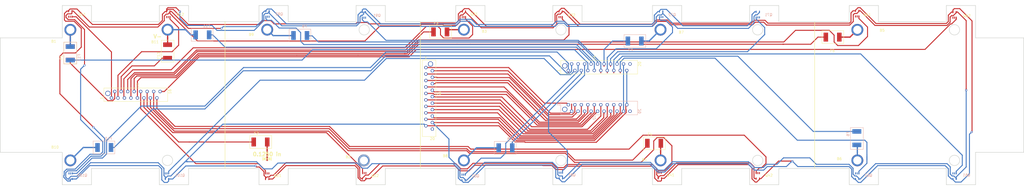
<source format=kicad_pcb>
(kicad_pcb (version 20171130) (host pcbnew "(5.0.2)-1")

  (general
    (thickness 1.6)
    (drawings 98)
    (tracks 1013)
    (zones 0)
    (modules 48)
    (nets 90)
  )

  (page A4)
  (layers
    (0 F.Cu signal)
    (31 B.Cu signal)
    (32 B.Adhes user)
    (33 F.Adhes user)
    (34 B.Paste user)
    (35 F.Paste user)
    (36 B.SilkS user)
    (37 F.SilkS user)
    (38 B.Mask user)
    (39 F.Mask user)
    (40 Dwgs.User user)
    (41 Cmts.User user)
    (42 Eco1.User user)
    (43 Eco2.User user)
    (44 Edge.Cuts user)
    (45 Margin user)
    (46 B.CrtYd user)
    (47 F.CrtYd user)
    (48 B.Fab user)
    (49 F.Fab user)
  )

  (setup
    (last_trace_width 0.25)
    (user_trace_width 0.254)
    (user_trace_width 0.381)
    (user_trace_width 0.508)
    (trace_clearance 0.2)
    (zone_clearance 0.508)
    (zone_45_only no)
    (trace_min 0.2)
    (segment_width 0.2)
    (edge_width 0.15)
    (via_size 0.8)
    (via_drill 0.4)
    (via_min_size 0.4)
    (via_min_drill 0.3)
    (uvia_size 0.3)
    (uvia_drill 0.1)
    (uvias_allowed no)
    (uvia_min_size 0.2)
    (uvia_min_drill 0.1)
    (pcb_text_width 0.3)
    (pcb_text_size 1.5 1.5)
    (mod_edge_width 0.15)
    (mod_text_size 1 1)
    (mod_text_width 0.15)
    (pad_size 4.6482 4.6482)
    (pad_drill 3.2512)
    (pad_to_mask_clearance 0.2)
    (solder_mask_min_width 0.25)
    (aux_axis_origin 0 0)
    (visible_elements 7FFFFFFF)
    (pcbplotparams
      (layerselection 0x010fc_ffffffff)
      (usegerberextensions false)
      (usegerberattributes false)
      (usegerberadvancedattributes false)
      (creategerberjobfile false)
      (excludeedgelayer true)
      (linewidth 0.100000)
      (plotframeref false)
      (viasonmask false)
      (mode 1)
      (useauxorigin false)
      (hpglpennumber 1)
      (hpglpenspeed 20)
      (hpglpendiameter 15.000000)
      (psnegative false)
      (psa4output false)
      (plotreference true)
      (plotvalue true)
      (plotinvisibletext false)
      (padsonsilk false)
      (subtractmaskfromsilk false)
      (outputformat 1)
      (mirror false)
      (drillshape 1)
      (scaleselection 1)
      (outputdirectory ""))
  )

  (net 0 "")
  (net 1 "Net-(B1-Pad1)")
  (net 2 "Net-(B2-Pad1)")
  (net 3 "Net-(B3-Pad1)")
  (net 4 "Net-(B4-Pad1)")
  (net 5 "Net-(B5-Pad1)")
  (net 6 "Net-(B6-Pad1)")
  (net 7 "Net-(B7-Pad1)")
  (net 8 "Net-(B8-Pad1)")
  (net 9 "Net-(B9-Pad1)")
  (net 10 "Net-(B10-Pad1)")
  (net 11 /volt2)
  (net 12 /MODULE1_TEMP2)
  (net 13 /MODULE1_TEMP1)
  (net 14 /volt1)
  (net 15 /volt3)
  (net 16 /volt4)
  (net 17 /volt5)
  (net 18 "Net-(J2-Pad20)")
  (net 19 GND)
  (net 20 /5V)
  (net 21 /V+)
  (net 22 /MODULE10_TEMP2)
  (net 23 /MODULE10_TEMP1)
  (net 24 /MODULE8_TEMP2)
  (net 25 /MODULE8_TEMP1)
  (net 26 /MODULE6_TEMP2)
  (net 27 /MODULE7_TEMP1)
  (net 28 /MODULE7_TEMP2)
  (net 29 /MODULE9_TEMP2)
  (net 30 /MODULE9_TEMP1)
  (net 31 "Net-(J3-Pad20)")
  (net 32 /MODULE6_TEMP1)
  (net 33 /MODULE2_TEMP1)
  (net 34 /MODULE2_TEMP2)
  (net 35 /MODULE3_TEMP1)
  (net 36 /MODULE3_TEMP2)
  (net 37 /MODULE4_TEMP1)
  (net 38 /MODULE4_TEMP2)
  (net 39 /MODULE5_TEMP1)
  (net 40 /MODULE5_TEMP2)
  (net 41 "Net-(B11-Pad1)")
  (net 42 /V-)
  (net 43 /volt6)
  (net 44 /volt7)
  (net 45 /volt8)
  (net 46 /volt9)
  (net 47 /volt10)
  (net 48 "Net-(J4-Pad20)")
  (net 49 /V11)
  (net 50 "Net-(Q21-Pad3)")
  (net 51 "Net-(Q21-Pad2)")
  (net 52 "Net-(Q22-Pad2)")
  (net 53 "Net-(Q22-Pad3)")
  (net 54 "Net-(Q31-Pad3)")
  (net 55 "Net-(Q31-Pad2)")
  (net 56 "Net-(Q32-Pad2)")
  (net 57 "Net-(Q32-Pad3)")
  (net 58 "Net-(Q41-Pad3)")
  (net 59 "Net-(Q41-Pad2)")
  (net 60 "Net-(Q42-Pad2)")
  (net 61 "Net-(Q42-Pad3)")
  (net 62 "Net-(Q51-Pad3)")
  (net 63 "Net-(Q51-Pad2)")
  (net 64 "Net-(Q52-Pad2)")
  (net 65 "Net-(Q52-Pad3)")
  (net 66 "Net-(Q61-Pad3)")
  (net 67 "Net-(Q61-Pad2)")
  (net 68 "Net-(Q62-Pad2)")
  (net 69 "Net-(Q62-Pad3)")
  (net 70 "Net-(Q71-Pad3)")
  (net 71 "Net-(Q71-Pad2)")
  (net 72 "Net-(Q72-Pad2)")
  (net 73 "Net-(Q72-Pad3)")
  (net 74 "Net-(Q81-Pad3)")
  (net 75 "Net-(Q81-Pad2)")
  (net 76 "Net-(Q82-Pad2)")
  (net 77 "Net-(Q82-Pad3)")
  (net 78 "Net-(Q91-Pad3)")
  (net 79 "Net-(Q91-Pad2)")
  (net 80 "Net-(Q92-Pad2)")
  (net 81 "Net-(Q92-Pad3)")
  (net 82 "Net-(Q101-Pad3)")
  (net 83 "Net-(Q101-Pad2)")
  (net 84 "Net-(Q102-Pad2)")
  (net 85 "Net-(Q102-Pad3)")
  (net 86 "Net-(Q11-Pad3)")
  (net 87 "Net-(Q11-Pad2)")
  (net 88 "Net-(Q12-Pad2)")
  (net 89 "Net-(Q12-Pad3)")

  (net_class Default "This is the default net class."
    (clearance 0.2)
    (trace_width 0.25)
    (via_dia 0.8)
    (via_drill 0.4)
    (uvia_dia 0.3)
    (uvia_drill 0.1)
    (add_net /5V)
    (add_net /MODULE10_TEMP1)
    (add_net /MODULE10_TEMP2)
    (add_net /MODULE1_TEMP1)
    (add_net /MODULE1_TEMP2)
    (add_net /MODULE2_TEMP1)
    (add_net /MODULE2_TEMP2)
    (add_net /MODULE3_TEMP1)
    (add_net /MODULE3_TEMP2)
    (add_net /MODULE4_TEMP1)
    (add_net /MODULE4_TEMP2)
    (add_net /MODULE5_TEMP1)
    (add_net /MODULE5_TEMP2)
    (add_net /MODULE6_TEMP1)
    (add_net /MODULE6_TEMP2)
    (add_net /MODULE7_TEMP1)
    (add_net /MODULE7_TEMP2)
    (add_net /MODULE8_TEMP1)
    (add_net /MODULE8_TEMP2)
    (add_net /MODULE9_TEMP1)
    (add_net /MODULE9_TEMP2)
    (add_net /V+)
    (add_net /V-)
    (add_net /V11)
    (add_net /volt1)
    (add_net /volt10)
    (add_net /volt2)
    (add_net /volt3)
    (add_net /volt4)
    (add_net /volt5)
    (add_net /volt6)
    (add_net /volt7)
    (add_net /volt8)
    (add_net /volt9)
    (add_net GND)
    (add_net "Net-(B1-Pad1)")
    (add_net "Net-(B10-Pad1)")
    (add_net "Net-(B11-Pad1)")
    (add_net "Net-(B2-Pad1)")
    (add_net "Net-(B3-Pad1)")
    (add_net "Net-(B4-Pad1)")
    (add_net "Net-(B5-Pad1)")
    (add_net "Net-(B6-Pad1)")
    (add_net "Net-(B7-Pad1)")
    (add_net "Net-(B8-Pad1)")
    (add_net "Net-(B9-Pad1)")
    (add_net "Net-(J2-Pad20)")
    (add_net "Net-(J3-Pad20)")
    (add_net "Net-(J4-Pad20)")
    (add_net "Net-(Q101-Pad2)")
    (add_net "Net-(Q101-Pad3)")
    (add_net "Net-(Q102-Pad2)")
    (add_net "Net-(Q102-Pad3)")
    (add_net "Net-(Q11-Pad2)")
    (add_net "Net-(Q11-Pad3)")
    (add_net "Net-(Q12-Pad2)")
    (add_net "Net-(Q12-Pad3)")
    (add_net "Net-(Q21-Pad2)")
    (add_net "Net-(Q21-Pad3)")
    (add_net "Net-(Q22-Pad2)")
    (add_net "Net-(Q22-Pad3)")
    (add_net "Net-(Q31-Pad2)")
    (add_net "Net-(Q31-Pad3)")
    (add_net "Net-(Q32-Pad2)")
    (add_net "Net-(Q32-Pad3)")
    (add_net "Net-(Q41-Pad2)")
    (add_net "Net-(Q41-Pad3)")
    (add_net "Net-(Q42-Pad2)")
    (add_net "Net-(Q42-Pad3)")
    (add_net "Net-(Q51-Pad2)")
    (add_net "Net-(Q51-Pad3)")
    (add_net "Net-(Q52-Pad2)")
    (add_net "Net-(Q52-Pad3)")
    (add_net "Net-(Q61-Pad2)")
    (add_net "Net-(Q61-Pad3)")
    (add_net "Net-(Q62-Pad2)")
    (add_net "Net-(Q62-Pad3)")
    (add_net "Net-(Q71-Pad2)")
    (add_net "Net-(Q71-Pad3)")
    (add_net "Net-(Q72-Pad2)")
    (add_net "Net-(Q72-Pad3)")
    (add_net "Net-(Q81-Pad2)")
    (add_net "Net-(Q81-Pad3)")
    (add_net "Net-(Q82-Pad2)")
    (add_net "Net-(Q82-Pad3)")
    (add_net "Net-(Q91-Pad2)")
    (add_net "Net-(Q91-Pad3)")
    (add_net "Net-(Q92-Pad2)")
    (add_net "Net-(Q92-Pad3)")
  )

  (module footprints:Bolt_connect_4-40_round (layer F.Cu) (tedit 5C593539) (tstamp 5C65CE0F)
    (at -31.417999 67.263)
    (path /5C463DAE)
    (fp_text reference B1 (at -7.063001 -3.763) (layer F.SilkS)
      (effects (font (size 1 1) (thickness 0.15)))
    )
    (fp_text value Bolt_connect_4-40 (at 0 2.794) (layer F.Fab)
      (effects (font (size 1 1) (thickness 0.15)))
    )
    (pad 1 thru_hole circle (at -0.537002 -8.288) (size 4.6482 4.6482) (drill 3.2512) (layers *.Cu *.Mask)
      (net 1 "Net-(B1-Pad1)") (clearance 0.508))
  )

  (module footprints:Bolt_connect_4-40_round (layer F.Cu) (tedit 5C5935DE) (tstamp 5C526AD6)
    (at 87.710002 103.019)
    (path /5C463EEC)
    (fp_text reference B2 (at -10.962001 5.831) (layer F.SilkS)
      (effects (font (size 1 1) (thickness 0.15)))
    )
    (fp_text value Bolt_connect_4-40 (at 0 2.794) (layer F.Fab)
      (effects (font (size 1 1) (thickness 0.15)))
    )
    (pad 1 thru_hole circle (at -4.779002 7.217) (size 4.6482 4.6482) (drill 3.2512) (layers *.Cu *.Mask)
      (net 2 "Net-(B2-Pad1)") (clearance 0.508))
  )

  (module footprints:Bolt_connect_4-40_round (layer F.Cu) (tedit 5C54A0C7) (tstamp 5C65CE7B)
    (at 122.430001 62.437)
    (path /5C463F5C)
    (fp_text reference B3 (at 7.617999 -2.874) (layer F.SilkS)
      (effects (font (size 1 1) (thickness 0.15)))
    )
    (fp_text value Bolt_connect_4-40 (at 0 2.794) (layer F.Fab)
      (effects (font (size 1 1) (thickness 0.15)))
    )
    (pad 1 thru_hole circle (at -0.383001 -3.509) (size 4.6482 4.6482) (drill 3.2512) (layers *.Cu *.Mask)
      (net 3 "Net-(B3-Pad1)") (clearance 0.508))
  )

  (module footprints:Bolt_connect_4-40_round (layer F.Cu) (tedit 5C5935C0) (tstamp 5C526AE0)
    (at 198.501 98.806)
    (path /5C463FCA)
    (fp_text reference B4 (at -5.842 11.176) (layer F.SilkS)
      (effects (font (size 1 1) (thickness 0.15)))
    )
    (fp_text value Bolt_connect_4-40 (at 0 2.794) (layer F.Fab)
      (effects (font (size 1 1) (thickness 0.15)))
    )
    (pad 1 thru_hole circle (at 0.544 11.419) (size 4.6482 4.6482) (drill 3.2512) (layers *.Cu *.Mask)
      (net 4 "Net-(B4-Pad1)") (clearance 0.508))
  )

  (module footprints:Bolt_connect_4-40_round (layer F.Cu) (tedit 5C54A1B4) (tstamp 5C526AE5)
    (at 275.717 65.024)
    (path /5C4640B4)
    (fp_text reference B5 (at 10.033 -5.842) (layer F.SilkS)
      (effects (font (size 1 1) (thickness 0.15)))
    )
    (fp_text value Bolt_connect_4-40 (at 0 2.794) (layer F.Fab)
      (effects (font (size 1 1) (thickness 0.15)))
    )
    (pad 1 thru_hole circle (at 0.328 -6.049) (size 4.6482 4.6482) (drill 3.2512) (layers *.Cu *.Mask)
      (net 5 "Net-(B5-Pad1)") (clearance 0.508))
  )

  (module footprints:Bolt_connect_4-40_round (layer F.Cu) (tedit 5C5935A7) (tstamp 5C65CEA4)
    (at 276.225 99.06)
    (path /5BFCD364)
    (fp_text reference B6 (at -7.239 10.541) (layer F.SilkS)
      (effects (font (size 1 1) (thickness 0.15)))
    )
    (fp_text value Bolt_connect_4-40 (at 0 2.794) (layer F.Fab)
      (effects (font (size 1 1) (thickness 0.15)))
    )
    (pad 1 thru_hole circle (at -0.18 11.165) (size 4.6482 4.6482) (drill 3.2512) (layers *.Cu *.Mask)
      (net 6 "Net-(B6-Pad1)") (clearance 0.508))
  )

  (module footprints:Bolt_connect_4-40_round (layer F.Cu) (tedit 5C59358E) (tstamp 5C59D9EF)
    (at 199.608 63.834)
    (path /5BFCD4C3)
    (fp_text reference B7 (at 7.529 -3.89) (layer F.SilkS)
      (effects (font (size 1 1) (thickness 0.15)))
    )
    (fp_text value Bolt_connect_4-40 (at 0 2.794) (layer F.Fab)
      (effects (font (size 1 1) (thickness 0.15)))
    )
    (pad 1 thru_hole circle (at -0.599 -4.906) (size 4.6482 4.6482) (drill 3.2512) (layers *.Cu *.Mask)
      (net 7 "Net-(B7-Pad1)") (clearance 0.508))
  )

  (module footprints:Bolt_connect_4-40_round (layer F.Cu) (tedit 5C54A5D3) (tstamp 5C526AF4)
    (at 122.301 107.188)
    (path /5BFCD529)
    (fp_text reference B8 (at -7.493 1.27) (layer F.SilkS)
      (effects (font (size 1 1) (thickness 0.15)))
    )
    (fp_text value Bolt_connect_4-40 (at 0 2.794) (layer F.Fab)
      (effects (font (size 1 1) (thickness 0.15)))
    )
    (pad 1 thru_hole circle (at -0.256001 3.037) (size 4.6482 4.6482) (drill 3.2512) (layers *.Cu *.Mask)
      (net 8 "Net-(B8-Pad1)") (clearance 0.508))
  )

  (module footprints:Bolt_connect_4-40_round (layer F.Cu) (tedit 5C59355A) (tstamp 5C59DAB4)
    (at 49.534001 71.407)
    (path /5C060A02)
    (fp_text reference B9 (at -10.672001 -10.574) (layer F.SilkS)
      (effects (font (size 1 1) (thickness 0.15)))
    )
    (fp_text value Bolt_connect_4-40 (at 0 2.794) (layer F.Fab)
      (effects (font (size 1 1) (thickness 0.15)))
    )
    (pad 1 thru_hole circle (at -4.449001 -12.479) (size 4.6482 4.6482) (drill 3.2512) (layers *.Cu *.Mask)
      (net 9 "Net-(B9-Pad1)") (clearance 0.508))
  )

  (module footprints:Bolt_connect_4-40_round (layer F.Cu) (tedit 5C5935F4) (tstamp 5C65CF34)
    (at -28.829 105.283)
    (path /5C060A70)
    (fp_text reference B10 (at -9.144 -0.254) (layer F.SilkS)
      (effects (font (size 1 1) (thickness 0.15)))
    )
    (fp_text value Bolt_connect_4-40 (at 0 2.794) (layer F.Fab)
      (effects (font (size 1 1) (thickness 0.15)))
    )
    (pad 1 thru_hole circle (at -3.126001 4.942) (size 4.6482 4.6482) (drill 3.2512) (layers *.Cu *.Mask)
      (net 10 "Net-(B10-Pad1)") (clearance 0.508))
  )

  (module footprints:Fuse_1812 (layer F.Cu) (tedit 5A050C3C) (tstamp 5C65D3A6)
    (at -32.004 70.812 90)
    (path /5BEF3AF8)
    (fp_text reference F1 (at 1 -3.5 90) (layer F.SilkS)
      (effects (font (size 1 1) (thickness 0.15)))
    )
    (fp_text value 200mA_Fuse (at 3 3.5 90) (layer F.Fab) hide
      (effects (font (size 1 1) (thickness 0.15)))
    )
    (fp_line (start -1.5 2.5) (end -1.5 -2.5) (layer F.SilkS) (width 0.15))
    (fp_line (start 7 2.5) (end -1.5 2.5) (layer F.SilkS) (width 0.15))
    (fp_line (start 7 -2.5) (end 7 2.5) (layer F.SilkS) (width 0.15))
    (fp_line (start -1.5 -2.5) (end 7 -2.5) (layer F.SilkS) (width 0.15))
    (pad 1 smd rect (at 0 0 90) (size 1.78 3.5) (layers F.Cu F.Paste F.Mask)
      (net 14 /volt1))
    (pad 2 smd rect (at 5.28 0 90) (size 1.78 3.5) (layers F.Cu F.Paste F.Mask)
      (net 1 "Net-(B1-Pad1)"))
  )

  (module footprints:Fuse_1812 (layer F.Cu) (tedit 5A050C3C) (tstamp 5C526B12)
    (at 39.805 102.997)
    (path /5BEE2335)
    (fp_text reference F2 (at 1 -3.5) (layer F.SilkS)
      (effects (font (size 1 1) (thickness 0.15)))
    )
    (fp_text value 200mA_Fuse (at 3 3.5) (layer F.Fab) hide
      (effects (font (size 1 1) (thickness 0.15)))
    )
    (fp_line (start -1.5 -2.5) (end 7 -2.5) (layer F.SilkS) (width 0.15))
    (fp_line (start 7 -2.5) (end 7 2.5) (layer F.SilkS) (width 0.15))
    (fp_line (start 7 2.5) (end -1.5 2.5) (layer F.SilkS) (width 0.15))
    (fp_line (start -1.5 2.5) (end -1.5 -2.5) (layer F.SilkS) (width 0.15))
    (pad 2 smd rect (at 5.28 0) (size 1.78 3.5) (layers F.Cu F.Paste F.Mask)
      (net 2 "Net-(B2-Pad1)"))
    (pad 1 smd rect (at 0 0) (size 1.78 3.5) (layers F.Cu F.Paste F.Mask)
      (net 11 /volt2))
  )

  (module footprints:Fuse_1812 (layer F.Cu) (tedit 5A050C3C) (tstamp 5C526B1C)
    (at 110.163 59.817)
    (path /5BEE238B)
    (fp_text reference F3 (at 1 -3.5) (layer F.SilkS)
      (effects (font (size 1 1) (thickness 0.15)))
    )
    (fp_text value 200mA_Fuse (at 3 3.5) (layer F.Fab) hide
      (effects (font (size 1 1) (thickness 0.15)))
    )
    (fp_line (start -1.5 2.5) (end -1.5 -2.5) (layer F.SilkS) (width 0.15))
    (fp_line (start 7 2.5) (end -1.5 2.5) (layer F.SilkS) (width 0.15))
    (fp_line (start 7 -2.5) (end 7 2.5) (layer F.SilkS) (width 0.15))
    (fp_line (start -1.5 -2.5) (end 7 -2.5) (layer F.SilkS) (width 0.15))
    (pad 1 smd rect (at 0 0) (size 1.78 3.5) (layers F.Cu F.Paste F.Mask)
      (net 15 /volt3))
    (pad 2 smd rect (at 5.28 0) (size 1.78 3.5) (layers F.Cu F.Paste F.Mask)
      (net 3 "Net-(B3-Pad1)"))
  )

  (module footprints:Fuse_1812 (layer F.Cu) (tedit 5A050C3C) (tstamp 5C526B26)
    (at 193.856 103.505)
    (path /5BEE23E3)
    (fp_text reference F4 (at 1 -3.5) (layer F.SilkS)
      (effects (font (size 1 1) (thickness 0.15)))
    )
    (fp_text value 200mA_Fuse (at 3 3.5) (layer F.Fab) hide
      (effects (font (size 1 1) (thickness 0.15)))
    )
    (fp_line (start -1.5 -2.5) (end 7 -2.5) (layer F.SilkS) (width 0.15))
    (fp_line (start 7 -2.5) (end 7 2.5) (layer F.SilkS) (width 0.15))
    (fp_line (start 7 2.5) (end -1.5 2.5) (layer F.SilkS) (width 0.15))
    (fp_line (start -1.5 2.5) (end -1.5 -2.5) (layer F.SilkS) (width 0.15))
    (pad 2 smd rect (at 5.28 0) (size 1.78 3.5) (layers F.Cu F.Paste F.Mask)
      (net 4 "Net-(B4-Pad1)"))
    (pad 1 smd rect (at 0 0) (size 1.78 3.5) (layers F.Cu F.Paste F.Mask)
      (net 16 /volt4))
  )

  (module footprints:Fuse_1812 (layer F.Cu) (tedit 5A050C3C) (tstamp 5C526B30)
    (at 263.706 61.849)
    (path /5BEE243D)
    (fp_text reference F5 (at 2.54 5.334) (layer F.SilkS)
      (effects (font (size 1 1) (thickness 0.15)))
    )
    (fp_text value 200mA_Fuse (at 3 3.5) (layer F.Fab) hide
      (effects (font (size 1 1) (thickness 0.15)))
    )
    (fp_line (start -1.5 2.5) (end -1.5 -2.5) (layer F.SilkS) (width 0.15))
    (fp_line (start 7 2.5) (end -1.5 2.5) (layer F.SilkS) (width 0.15))
    (fp_line (start 7 -2.5) (end 7 2.5) (layer F.SilkS) (width 0.15))
    (fp_line (start -1.5 -2.5) (end 7 -2.5) (layer F.SilkS) (width 0.15))
    (pad 1 smd rect (at 0 0) (size 1.78 3.5) (layers F.Cu F.Paste F.Mask)
      (net 17 /volt5))
    (pad 2 smd rect (at 5.28 0) (size 1.78 3.5) (layers F.Cu F.Paste F.Mask)
      (net 5 "Net-(B5-Pad1)"))
  )

  (module footprints:Fuse_1812 (layer B.Cu) (tedit 5A050C3C) (tstamp 5C526B3A)
    (at 275.844 98.86 270)
    (path /5BEEB50E)
    (fp_text reference F6 (at 1 3.5 270) (layer B.SilkS)
      (effects (font (size 1 1) (thickness 0.15)) (justify mirror))
    )
    (fp_text value 200mA_Fuse (at 3 -3.5 270) (layer B.Fab) hide
      (effects (font (size 1 1) (thickness 0.15)) (justify mirror))
    )
    (fp_line (start -1.5 2.5) (end 7 2.5) (layer B.SilkS) (width 0.15))
    (fp_line (start 7 2.5) (end 7 -2.5) (layer B.SilkS) (width 0.15))
    (fp_line (start 7 -2.5) (end -1.5 -2.5) (layer B.SilkS) (width 0.15))
    (fp_line (start -1.5 -2.5) (end -1.5 2.5) (layer B.SilkS) (width 0.15))
    (pad 2 smd rect (at 5.28 0 270) (size 1.78 3.5) (layers B.Cu B.Paste B.Mask)
      (net 6 "Net-(B6-Pad1)"))
    (pad 1 smd rect (at 0 0 270) (size 1.78 3.5) (layers B.Cu B.Paste B.Mask)
      (net 43 /volt6))
  )

  (module footprints:Fuse_1812 (layer B.Cu) (tedit 5A050C3C) (tstamp 5C526B44)
    (at 186.236 63.373)
    (path /5BEEB533)
    (fp_text reference F7 (at 1 3.5) (layer B.SilkS)
      (effects (font (size 1 1) (thickness 0.15)) (justify mirror))
    )
    (fp_text value 200mA_Fuse (at 3 -3.5) (layer B.Fab) hide
      (effects (font (size 1 1) (thickness 0.15)) (justify mirror))
    )
    (fp_line (start -1.5 -2.5) (end -1.5 2.5) (layer B.SilkS) (width 0.15))
    (fp_line (start 7 -2.5) (end -1.5 -2.5) (layer B.SilkS) (width 0.15))
    (fp_line (start 7 2.5) (end 7 -2.5) (layer B.SilkS) (width 0.15))
    (fp_line (start -1.5 2.5) (end 7 2.5) (layer B.SilkS) (width 0.15))
    (pad 1 smd rect (at 0 0) (size 1.78 3.5) (layers B.Cu B.Paste B.Mask)
      (net 44 /volt7))
    (pad 2 smd rect (at 5.28 0) (size 1.78 3.5) (layers B.Cu B.Paste B.Mask)
      (net 7 "Net-(B7-Pad1)"))
  )

  (module footprints:Fuse_1812 (layer B.Cu) (tedit 5A050C3C) (tstamp 5C526B4E)
    (at 140.97 105.283 180)
    (path /5BEEB539)
    (fp_text reference F8 (at 1 3.5 180) (layer B.SilkS)
      (effects (font (size 1 1) (thickness 0.15)) (justify mirror))
    )
    (fp_text value 200mA_Fuse (at 3 -3.5 180) (layer B.Fab) hide
      (effects (font (size 1 1) (thickness 0.15)) (justify mirror))
    )
    (fp_line (start -1.5 -2.5) (end -1.5 2.5) (layer B.SilkS) (width 0.15))
    (fp_line (start 7 -2.5) (end -1.5 -2.5) (layer B.SilkS) (width 0.15))
    (fp_line (start 7 2.5) (end 7 -2.5) (layer B.SilkS) (width 0.15))
    (fp_line (start -1.5 2.5) (end 7 2.5) (layer B.SilkS) (width 0.15))
    (pad 1 smd rect (at 0 0 180) (size 1.78 3.5) (layers B.Cu B.Paste B.Mask)
      (net 45 /volt8))
    (pad 2 smd rect (at 5.28 0 180) (size 1.78 3.5) (layers B.Cu B.Paste B.Mask)
      (net 8 "Net-(B8-Pad1)"))
  )

  (module footprints:Fuse_1812 (layer B.Cu) (tedit 5A050C3C) (tstamp 5C59DA72)
    (at 60.652 61.214 180)
    (path /5BEEB53F)
    (fp_text reference F9 (at 1 3.5 180) (layer B.SilkS)
      (effects (font (size 1 1) (thickness 0.15)) (justify mirror))
    )
    (fp_text value 200mA_Fuse (at 3 -3.5 180) (layer B.Fab) hide
      (effects (font (size 1 1) (thickness 0.15)) (justify mirror))
    )
    (fp_line (start -1.5 -2.5) (end -1.5 2.5) (layer B.SilkS) (width 0.15))
    (fp_line (start 7 -2.5) (end -1.5 -2.5) (layer B.SilkS) (width 0.15))
    (fp_line (start 7 2.5) (end 7 -2.5) (layer B.SilkS) (width 0.15))
    (fp_line (start -1.5 2.5) (end 7 2.5) (layer B.SilkS) (width 0.15))
    (pad 1 smd rect (at 0 0 180) (size 1.78 3.5) (layers B.Cu B.Paste B.Mask)
      (net 46 /volt9))
    (pad 2 smd rect (at 5.28 0 180) (size 1.78 3.5) (layers B.Cu B.Paste B.Mask)
      (net 9 "Net-(B9-Pad1)"))
  )

  (module footprints:Fuse_1812 (layer B.Cu) (tedit 5A050C3C) (tstamp 5C526B62)
    (at -16.056 105.156 180)
    (path /5BEEB545)
    (fp_text reference F10 (at 1 3.5 180) (layer B.SilkS)
      (effects (font (size 1 1) (thickness 0.15)) (justify mirror))
    )
    (fp_text value 200mA_Fuse (at 3 -3.5 180) (layer B.Fab) hide
      (effects (font (size 1 1) (thickness 0.15)) (justify mirror))
    )
    (fp_line (start -1.5 -2.5) (end -1.5 2.5) (layer B.SilkS) (width 0.15))
    (fp_line (start 7 -2.5) (end -1.5 -2.5) (layer B.SilkS) (width 0.15))
    (fp_line (start 7 2.5) (end 7 -2.5) (layer B.SilkS) (width 0.15))
    (fp_line (start -1.5 2.5) (end 7 2.5) (layer B.SilkS) (width 0.15))
    (pad 1 smd rect (at 0 0 180) (size 1.78 3.5) (layers B.Cu B.Paste B.Mask)
      (net 47 /volt10))
    (pad 2 smd rect (at 5.28 0 180) (size 1.78 3.5) (layers B.Cu B.Paste B.Mask)
      (net 10 "Net-(B10-Pad1)"))
  )

  (module footprints:micromatch_female_vert_16 (layer F.Cu) (tedit 5C3D2797) (tstamp 5C526B7D)
    (at -10.795 85.725 90)
    (path /5BEA2882)
    (fp_text reference J1 (at 5.08 5.08 90) (layer F.SilkS)
      (effects (font (size 1 1) (thickness 0.15)))
    )
    (fp_text value MM_F_VT_16 (at 6.35 0 180) (layer F.Fab) hide
      (effects (font (size 1 1) (thickness 0.15)))
    )
    (fp_text user 16 (at 2.54 17.78 90) (layer F.SilkS)
      (effects (font (size 1 1) (thickness 0.15)))
    )
    (fp_text user 1 (at 0 -8.89 90) (layer F.SilkS)
      (effects (font (size 1 1) (thickness 0.15)))
    )
    (fp_line (start -1.38 16.91) (end 3.92 16.91) (layer F.SilkS) (width 0.15))
    (fp_line (start -1.38 -8.02) (end 3.92 -8.02) (layer F.SilkS) (width 0.15))
    (fp_line (start -1.38 16.91) (end -1.38 -8.02) (layer F.SilkS) (width 0.15))
    (fp_line (start 3.92 16.91) (end 3.92 -8.02) (layer F.SilkS) (width 0.15))
    (pad 5 thru_hole circle (at 0 0 90) (size 1.3 1.3) (drill 0.8) (layers *.Cu *.Mask)
      (net 35 /MODULE3_TEMP1))
    (pad 3 thru_hole circle (at 0 -2.54 90) (size 1.3 1.3) (drill 0.8) (layers *.Cu *.Mask)
      (net 12 /MODULE1_TEMP2))
    (pad 1 thru_hole circle (at 0 -5.08 90) (size 1.3 1.3) (drill 0.8) (layers *.Cu *.Mask)
      (net 13 /MODULE1_TEMP1))
    (pad 7 thru_hole circle (at 0 2.54 90) (size 1.3 1.3) (drill 0.8) (layers *.Cu *.Mask)
      (net 36 /MODULE3_TEMP2))
    (pad 2 thru_hole circle (at 2.54 -3.81 90) (size 1.3 1.3) (drill 0.8) (layers *.Cu *.Mask)
      (net 14 /volt1))
    (pad 4 thru_hole circle (at 2.54 -1.27 90) (size 1.3 1.3) (drill 0.8) (layers *.Cu *.Mask)
      (net 42 /V-))
    (pad 6 thru_hole circle (at 2.54 1.27 90) (size 1.3 1.3) (drill 0.8) (layers *.Cu *.Mask)
      (net 15 /volt3))
    (pad 8 thru_hole circle (at 2.54 3.81 90) (size 1.3 1.3) (drill 0.8) (layers *.Cu *.Mask)
      (net 39 /MODULE5_TEMP1))
    (pad 9 thru_hole circle (at 0 5.08 90) (size 1.3 1.3) (drill 0.8) (layers *.Cu *.Mask)
      (net 17 /volt5))
    (pad 10 thru_hole circle (at 2.54 6.35 90) (size 1.3 1.3) (drill 0.8) (layers *.Cu *.Mask)
      (net 33 /MODULE2_TEMP1))
    (pad 11 thru_hole circle (at 0 7.62 90) (size 1.3 1.3) (drill 0.8) (layers *.Cu *.Mask)
      (net 11 /volt2))
    (pad 12 thru_hole circle (at 2.54 8.89 90) (size 1.3 1.3) (drill 0.8) (layers *.Cu *.Mask)
      (net 34 /MODULE2_TEMP2))
    (pad 13 thru_hole circle (at 0 10.16 90) (size 1.3 1.3) (drill 0.8) (layers *.Cu *.Mask)
      (net 37 /MODULE4_TEMP1))
    (pad 14 thru_hole circle (at 2.54 11.43 90) (size 1.3 1.3) (drill 0.8) (layers *.Cu *.Mask)
      (net 16 /volt4))
    (pad 15 thru_hole circle (at 0 12.7 90) (size 1.3 1.3) (drill 0.8) (layers *.Cu *.Mask)
      (net 38 /MODULE4_TEMP2))
    (pad 16 thru_hole circle (at 2.54 13.97 90) (size 1.3 1.3) (drill 0.8) (layers *.Cu *.Mask)
      (net 40 /MODULE5_TEMP2))
    (pad 17 thru_hole circle (at 1.8 -6.48 90) (size 2 2) (drill 1.5) (layers *.Cu *.Mask))
    (model ${LOCAL_DIR}/OEM_Preferred_Parts/3DModels/micromatch_female_vert_16/c-1-2178713-6-1-3d.stp
      (offset (xyz 1 -4.5 -7))
      (scale (xyz 1 1 1))
      (rotate (xyz 180 0 90))
    )
  )

  (module footprints:micromatch_female_vert_20 (layer B.Cu) (tedit 5C3D138E) (tstamp 5C526B9C)
    (at 168.021 88.392 270)
    (path /5C5ABC7A)
    (fp_text reference J2 (at 5.08 -5.08 270) (layer B.SilkS)
      (effects (font (size 1 1) (thickness 0.15)) (justify mirror))
    )
    (fp_text value MM_F_VT_20 (at 6.35 0 180) (layer B.Fab) hide
      (effects (font (size 1 1) (thickness 0.15)) (justify mirror))
    )
    (fp_line (start 3.92 -21.99) (end 3.92 8.02) (layer B.SilkS) (width 0.15))
    (fp_line (start -1.38 -21.99) (end -1.38 8.02) (layer B.SilkS) (width 0.15))
    (fp_line (start -1.38 8.02) (end 3.92 8.02) (layer B.SilkS) (width 0.15))
    (fp_line (start -1.38 -21.99) (end 3.92 -21.99) (layer B.SilkS) (width 0.15))
    (fp_text user 1 (at 0 8.89 270) (layer B.SilkS)
      (effects (font (size 1 1) (thickness 0.15)) (justify mirror))
    )
    (fp_text user 20 (at 2.54 -22.86 270) (layer B.SilkS)
      (effects (font (size 1 1) (thickness 0.15)) (justify mirror))
    )
    (pad 21 thru_hole circle (at 1.8 6.48 270) (size 2 2) (drill 1.5) (layers *.Cu *.Mask))
    (pad 20 thru_hole circle (at 2.54 -19.05 270) (size 1.3 1.3) (drill 0.8) (layers *.Cu *.Mask)
      (net 18 "Net-(J2-Pad20)"))
    (pad 19 thru_hole circle (at 0 -17.78 270) (size 1.3 1.3) (drill 0.8) (layers *.Cu *.Mask)
      (net 19 GND))
    (pad 18 thru_hole circle (at 2.54 -16.51 270) (size 1.3 1.3) (drill 0.8) (layers *.Cu *.Mask)
      (net 20 /5V))
    (pad 17 thru_hole circle (at 0 -15.24 270) (size 1.3 1.3) (drill 0.8) (layers *.Cu *.Mask)
      (net 26 /MODULE6_TEMP2))
    (pad 16 thru_hole circle (at 2.54 -13.97 270) (size 1.3 1.3) (drill 0.8) (layers *.Cu *.Mask)
      (net 43 /volt6))
    (pad 15 thru_hole circle (at 0 -12.7 270) (size 1.3 1.3) (drill 0.8) (layers *.Cu *.Mask)
      (net 32 /MODULE6_TEMP1))
    (pad 14 thru_hole circle (at 2.54 -11.43 270) (size 1.3 1.3) (drill 0.8) (layers *.Cu *.Mask)
      (net 27 /MODULE7_TEMP1))
    (pad 13 thru_hole circle (at 0 -10.16 270) (size 1.3 1.3) (drill 0.8) (layers *.Cu *.Mask)
      (net 28 /MODULE7_TEMP2))
    (pad 12 thru_hole circle (at 2.54 -8.89 270) (size 1.3 1.3) (drill 0.8) (layers *.Cu *.Mask)
      (net 44 /volt7))
    (pad 11 thru_hole circle (at 0 -7.62 270) (size 1.3 1.3) (drill 0.8) (layers *.Cu *.Mask)
      (net 30 /MODULE9_TEMP1))
    (pad 10 thru_hole circle (at 2.54 -6.35 270) (size 1.3 1.3) (drill 0.8) (layers *.Cu *.Mask)
      (net 46 /volt9))
    (pad 9 thru_hole circle (at 0 -5.08 270) (size 1.3 1.3) (drill 0.8) (layers *.Cu *.Mask)
      (net 29 /MODULE9_TEMP2))
    (pad 8 thru_hole circle (at 2.54 -3.81 270) (size 1.3 1.3) (drill 0.8) (layers *.Cu *.Mask)
      (net 49 /V11))
    (pad 6 thru_hole circle (at 2.54 -1.27 270) (size 1.3 1.3) (drill 0.8) (layers *.Cu *.Mask)
      (net 25 /MODULE8_TEMP1))
    (pad 4 thru_hole circle (at 2.54 1.27 270) (size 1.3 1.3) (drill 0.8) (layers *.Cu *.Mask)
      (net 24 /MODULE8_TEMP2))
    (pad 2 thru_hole circle (at 2.54 3.81 270) (size 1.3 1.3) (drill 0.8) (layers *.Cu *.Mask)
      (net 47 /volt10))
    (pad 7 thru_hole circle (at 0 -2.54 270) (size 1.3 1.3) (drill 0.8) (layers *.Cu *.Mask)
      (net 21 /V+))
    (pad 1 thru_hole circle (at 0 5.08 270) (size 1.3 1.3) (drill 0.8) (layers *.Cu *.Mask)
      (net 22 /MODULE10_TEMP2))
    (pad 3 thru_hole circle (at 0 2.54 270) (size 1.3 1.3) (drill 0.8) (layers *.Cu *.Mask)
      (net 23 /MODULE10_TEMP1))
    (pad 5 thru_hole circle (at 0 0 270) (size 1.3 1.3) (drill 0.8) (layers *.Cu *.Mask)
      (net 45 /volt8))
    (model ${LOCAL_DIR}/OEM_Preferred_Parts/3DModels/micromatch-female-vert-20/micromatch-female-vert-20.step
      (at (xyz 0 0 0))
      (scale (xyz 1 1 1))
      (rotate (xyz 0 0 0))
    )
  )

  (module footprints:micromatch_female_vert_20 (layer F.Cu) (tedit 5C3D138E) (tstamp 5C526BBB)
    (at 107.188 78.867)
    (path /5C5B08CB)
    (fp_text reference J3 (at 5.08 5.08) (layer F.SilkS)
      (effects (font (size 1 1) (thickness 0.15)))
    )
    (fp_text value MM_F_VT_20 (at 6.35 0 90) (layer F.Fab) hide
      (effects (font (size 1 1) (thickness 0.15)))
    )
    (fp_text user 20 (at 2.54 22.86) (layer F.SilkS)
      (effects (font (size 1 1) (thickness 0.15)))
    )
    (fp_text user 1 (at 0 -8.89) (layer F.SilkS)
      (effects (font (size 1 1) (thickness 0.15)))
    )
    (fp_line (start -1.38 21.99) (end 3.92 21.99) (layer F.SilkS) (width 0.15))
    (fp_line (start -1.38 -8.02) (end 3.92 -8.02) (layer F.SilkS) (width 0.15))
    (fp_line (start -1.38 21.99) (end -1.38 -8.02) (layer F.SilkS) (width 0.15))
    (fp_line (start 3.92 21.99) (end 3.92 -8.02) (layer F.SilkS) (width 0.15))
    (pad 5 thru_hole circle (at 0 0) (size 1.3 1.3) (drill 0.8) (layers *.Cu *.Mask)
      (net 45 /volt8))
    (pad 3 thru_hole circle (at 0 -2.54) (size 1.3 1.3) (drill 0.8) (layers *.Cu *.Mask)
      (net 23 /MODULE10_TEMP1))
    (pad 1 thru_hole circle (at 0 -5.08) (size 1.3 1.3) (drill 0.8) (layers *.Cu *.Mask)
      (net 22 /MODULE10_TEMP2))
    (pad 7 thru_hole circle (at 0 2.54) (size 1.3 1.3) (drill 0.8) (layers *.Cu *.Mask)
      (net 21 /V+))
    (pad 2 thru_hole circle (at 2.54 -3.81) (size 1.3 1.3) (drill 0.8) (layers *.Cu *.Mask)
      (net 47 /volt10))
    (pad 4 thru_hole circle (at 2.54 -1.27) (size 1.3 1.3) (drill 0.8) (layers *.Cu *.Mask)
      (net 24 /MODULE8_TEMP2))
    (pad 6 thru_hole circle (at 2.54 1.27) (size 1.3 1.3) (drill 0.8) (layers *.Cu *.Mask)
      (net 25 /MODULE8_TEMP1))
    (pad 8 thru_hole circle (at 2.54 3.81) (size 1.3 1.3) (drill 0.8) (layers *.Cu *.Mask)
      (net 49 /V11))
    (pad 9 thru_hole circle (at 0 5.08) (size 1.3 1.3) (drill 0.8) (layers *.Cu *.Mask)
      (net 29 /MODULE9_TEMP2))
    (pad 10 thru_hole circle (at 2.54 6.35) (size 1.3 1.3) (drill 0.8) (layers *.Cu *.Mask)
      (net 46 /volt9))
    (pad 11 thru_hole circle (at 0 7.62) (size 1.3 1.3) (drill 0.8) (layers *.Cu *.Mask)
      (net 30 /MODULE9_TEMP1))
    (pad 12 thru_hole circle (at 2.54 8.89) (size 1.3 1.3) (drill 0.8) (layers *.Cu *.Mask)
      (net 44 /volt7))
    (pad 13 thru_hole circle (at 0 10.16) (size 1.3 1.3) (drill 0.8) (layers *.Cu *.Mask)
      (net 28 /MODULE7_TEMP2))
    (pad 14 thru_hole circle (at 2.54 11.43) (size 1.3 1.3) (drill 0.8) (layers *.Cu *.Mask)
      (net 27 /MODULE7_TEMP1))
    (pad 15 thru_hole circle (at 0 12.7) (size 1.3 1.3) (drill 0.8) (layers *.Cu *.Mask)
      (net 32 /MODULE6_TEMP1))
    (pad 16 thru_hole circle (at 2.54 13.97) (size 1.3 1.3) (drill 0.8) (layers *.Cu *.Mask)
      (net 43 /volt6))
    (pad 17 thru_hole circle (at 0 15.24) (size 1.3 1.3) (drill 0.8) (layers *.Cu *.Mask)
      (net 26 /MODULE6_TEMP2))
    (pad 18 thru_hole circle (at 2.54 16.51) (size 1.3 1.3) (drill 0.8) (layers *.Cu *.Mask)
      (net 20 /5V))
    (pad 19 thru_hole circle (at 0 17.78) (size 1.3 1.3) (drill 0.8) (layers *.Cu *.Mask)
      (net 19 GND))
    (pad 20 thru_hole circle (at 2.54 19.05) (size 1.3 1.3) (drill 0.8) (layers *.Cu *.Mask)
      (net 31 "Net-(J3-Pad20)"))
    (pad 21 thru_hole circle (at 1.8 -6.48) (size 2 2) (drill 1.5) (layers *.Cu *.Mask))
    (model ${LOCAL_DIR}/OEM_Preferred_Parts/3DModels/micromatch-female-vert-20/micromatch-female-vert-20.step
      (at (xyz 0 0 0))
      (scale (xyz 1 1 1))
      (rotate (xyz 0 0 0))
    )
  )

  (module footprints:Bolt_connect_4-40_round (layer F.Cu) (tedit 5C593283) (tstamp 5C59DAC5)
    (at -5.993998 56.606)
    (path /5C552899)
    (fp_text reference B11 (at 7.136998 7.148) (layer F.SilkS)
      (effects (font (size 1 1) (thickness 0.15)))
    )
    (fp_text value Bolt_connect_4-40 (at 0 2.794) (layer F.Fab)
      (effects (font (size 1 1) (thickness 0.15)))
    )
    (pad 1 thru_hole circle (at 12.089998 2.322) (size 4.6482 4.6482) (drill 3.2512) (layers *.Cu *.Mask)
      (net 41 "Net-(B11-Pad1)") (clearance 0.508))
  )

  (module footprints:Fuse_1812 (layer B.Cu) (tedit 5A050C3C) (tstamp 5C594598)
    (at 22.352 60.96 180)
    (path /5C5BD267)
    (fp_text reference F11 (at 1 3.5 180) (layer B.SilkS)
      (effects (font (size 1 1) (thickness 0.15)) (justify mirror))
    )
    (fp_text value 200mA_Fuse (at 3 -3.5 180) (layer B.Fab) hide
      (effects (font (size 1 1) (thickness 0.15)) (justify mirror))
    )
    (fp_line (start -1.5 2.5) (end 7 2.5) (layer B.SilkS) (width 0.15))
    (fp_line (start 7 2.5) (end 7 -2.5) (layer B.SilkS) (width 0.15))
    (fp_line (start 7 -2.5) (end -1.5 -2.5) (layer B.SilkS) (width 0.15))
    (fp_line (start -1.5 -2.5) (end -1.5 2.5) (layer B.SilkS) (width 0.15))
    (pad 2 smd rect (at 5.28 0 180) (size 1.78 3.5) (layers B.Cu B.Paste B.Mask)
      (net 41 "Net-(B11-Pad1)"))
    (pad 1 smd rect (at 0 0 180) (size 1.78 3.5) (layers B.Cu B.Paste B.Mask)
      (net 49 /V11))
  )

  (module footprints:Fuse_1812 (layer B.Cu) (tedit 5A050C3C) (tstamp 5C59E2E8)
    (at -32.004 70.866 90)
    (path /5C5B7FD4)
    (fp_text reference F12 (at 1 3.5 90) (layer B.SilkS)
      (effects (font (size 1 1) (thickness 0.15)) (justify mirror))
    )
    (fp_text value 200mA_Fuse (at 3 -3.5 90) (layer B.Fab) hide
      (effects (font (size 1 1) (thickness 0.15)) (justify mirror))
    )
    (fp_line (start -1.5 2.5) (end 7 2.5) (layer B.SilkS) (width 0.15))
    (fp_line (start 7 2.5) (end 7 -2.5) (layer B.SilkS) (width 0.15))
    (fp_line (start 7 -2.5) (end -1.5 -2.5) (layer B.SilkS) (width 0.15))
    (fp_line (start -1.5 -2.5) (end -1.5 2.5) (layer B.SilkS) (width 0.15))
    (pad 2 smd rect (at 5.28 0 90) (size 1.78 3.5) (layers B.Cu B.Paste B.Mask)
      (net 1 "Net-(B1-Pad1)"))
    (pad 1 smd rect (at 0 0 90) (size 1.78 3.5) (layers B.Cu B.Paste B.Mask)
      (net 21 /V+))
  )

  (module footprints:micromatch_female_vert_20 (layer F.Cu) (tedit 5C3D138E) (tstamp 5C626EC0)
    (at 168.021 74.93 90)
    (path /5C5A600D)
    (fp_text reference J4 (at 5.08 5.08 90) (layer F.SilkS)
      (effects (font (size 1 1) (thickness 0.15)))
    )
    (fp_text value MM_F_VT_20 (at 6.35 0 180) (layer F.Fab) hide
      (effects (font (size 1 1) (thickness 0.15)))
    )
    (fp_text user 20 (at 2.54 22.86 90) (layer F.SilkS)
      (effects (font (size 1 1) (thickness 0.15)))
    )
    (fp_text user 1 (at 0 -8.89 90) (layer F.SilkS)
      (effects (font (size 1 1) (thickness 0.15)))
    )
    (fp_line (start -1.38 21.99) (end 3.92 21.99) (layer F.SilkS) (width 0.15))
    (fp_line (start -1.38 -8.02) (end 3.92 -8.02) (layer F.SilkS) (width 0.15))
    (fp_line (start -1.38 21.99) (end -1.38 -8.02) (layer F.SilkS) (width 0.15))
    (fp_line (start 3.92 21.99) (end 3.92 -8.02) (layer F.SilkS) (width 0.15))
    (pad 5 thru_hole circle (at 0 0 90) (size 1.3 1.3) (drill 0.8) (layers *.Cu *.Mask)
      (net 45 /volt8))
    (pad 3 thru_hole circle (at 0 -2.54 90) (size 1.3 1.3) (drill 0.8) (layers *.Cu *.Mask)
      (net 23 /MODULE10_TEMP1))
    (pad 1 thru_hole circle (at 0 -5.08 90) (size 1.3 1.3) (drill 0.8) (layers *.Cu *.Mask)
      (net 22 /MODULE10_TEMP2))
    (pad 7 thru_hole circle (at 0 2.54 90) (size 1.3 1.3) (drill 0.8) (layers *.Cu *.Mask)
      (net 21 /V+))
    (pad 2 thru_hole circle (at 2.54 -3.81 90) (size 1.3 1.3) (drill 0.8) (layers *.Cu *.Mask)
      (net 47 /volt10))
    (pad 4 thru_hole circle (at 2.54 -1.27 90) (size 1.3 1.3) (drill 0.8) (layers *.Cu *.Mask)
      (net 24 /MODULE8_TEMP2))
    (pad 6 thru_hole circle (at 2.54 1.27 90) (size 1.3 1.3) (drill 0.8) (layers *.Cu *.Mask)
      (net 25 /MODULE8_TEMP1))
    (pad 8 thru_hole circle (at 2.54 3.81 90) (size 1.3 1.3) (drill 0.8) (layers *.Cu *.Mask)
      (net 49 /V11))
    (pad 9 thru_hole circle (at 0 5.08 90) (size 1.3 1.3) (drill 0.8) (layers *.Cu *.Mask)
      (net 29 /MODULE9_TEMP2))
    (pad 10 thru_hole circle (at 2.54 6.35 90) (size 1.3 1.3) (drill 0.8) (layers *.Cu *.Mask)
      (net 46 /volt9))
    (pad 11 thru_hole circle (at 0 7.62 90) (size 1.3 1.3) (drill 0.8) (layers *.Cu *.Mask)
      (net 30 /MODULE9_TEMP1))
    (pad 12 thru_hole circle (at 2.54 8.89 90) (size 1.3 1.3) (drill 0.8) (layers *.Cu *.Mask)
      (net 44 /volt7))
    (pad 13 thru_hole circle (at 0 10.16 90) (size 1.3 1.3) (drill 0.8) (layers *.Cu *.Mask)
      (net 28 /MODULE7_TEMP2))
    (pad 14 thru_hole circle (at 2.54 11.43 90) (size 1.3 1.3) (drill 0.8) (layers *.Cu *.Mask)
      (net 27 /MODULE7_TEMP1))
    (pad 15 thru_hole circle (at 0 12.7 90) (size 1.3 1.3) (drill 0.8) (layers *.Cu *.Mask)
      (net 32 /MODULE6_TEMP1))
    (pad 16 thru_hole circle (at 2.54 13.97 90) (size 1.3 1.3) (drill 0.8) (layers *.Cu *.Mask)
      (net 43 /volt6))
    (pad 17 thru_hole circle (at 0 15.24 90) (size 1.3 1.3) (drill 0.8) (layers *.Cu *.Mask)
      (net 26 /MODULE6_TEMP2))
    (pad 18 thru_hole circle (at 2.54 16.51 90) (size 1.3 1.3) (drill 0.8) (layers *.Cu *.Mask)
      (net 20 /5V))
    (pad 19 thru_hole circle (at 0 17.78 90) (size 1.3 1.3) (drill 0.8) (layers *.Cu *.Mask)
      (net 19 GND))
    (pad 20 thru_hole circle (at 2.54 19.05 90) (size 1.3 1.3) (drill 0.8) (layers *.Cu *.Mask)
      (net 48 "Net-(J4-Pad20)"))
    (pad 21 thru_hole circle (at 1.8 -6.48 90) (size 2 2) (drill 1.5) (layers *.Cu *.Mask))
    (model ${LOCAL_DIR}/OEM_Preferred_Parts/3DModels/micromatch-female-vert-20/micromatch-female-vert-20.step
      (at (xyz 0 0 0))
      (scale (xyz 1 1 1))
      (rotate (xyz 0 0 0))
    )
  )

  (module footprints:Fuse_1812 (layer F.Cu) (tedit 5A050C3C) (tstamp 5C65D122)
    (at 6.096 70.104 90)
    (path /5C552823)
    (fp_text reference F13 (at 1 -3.5 90) (layer F.SilkS)
      (effects (font (size 1 1) (thickness 0.15)))
    )
    (fp_text value 200mA_Fuse (at 3 3.5 90) (layer F.Fab) hide
      (effects (font (size 1 1) (thickness 0.15)))
    )
    (fp_line (start -1.5 -2.5) (end 7 -2.5) (layer F.SilkS) (width 0.15))
    (fp_line (start 7 -2.5) (end 7 2.5) (layer F.SilkS) (width 0.15))
    (fp_line (start 7 2.5) (end -1.5 2.5) (layer F.SilkS) (width 0.15))
    (fp_line (start -1.5 2.5) (end -1.5 -2.5) (layer F.SilkS) (width 0.15))
    (pad 2 smd rect (at 5.28 0 90) (size 1.78 3.5) (layers F.Cu F.Paste F.Mask)
      (net 41 "Net-(B11-Pad1)"))
    (pad 1 smd rect (at 0 0 90) (size 1.78 3.5) (layers F.Cu F.Paste F.Mask)
      (net 42 /V-))
  )

  (module footprints:LMT85-Q1 (layer F.Cu) (tedit 5BF713A9) (tstamp 5C65D866)
    (at 45.72 115.316 180)
    (path /5BEAD152)
    (fp_text reference Q21 (at -3.429 -0.889 180) (layer F.SilkS)
      (effects (font (size 1 1) (thickness 0.15)))
    )
    (fp_text value LMT85-Q1 (at 0.762 -5.588 180) (layer F.Fab)
      (effects (font (size 1 1) (thickness 0.15)))
    )
    (pad 3 smd rect (at 0.65 0 180) (size 0.35 0.85) (layers F.Cu F.Paste F.Mask)
      (net 50 "Net-(Q21-Pad3)"))
    (pad 4 smd rect (at 1.3 0 180) (size 0.35 0.85) (layers F.Cu F.Paste F.Mask)
      (net 33 /MODULE2_TEMP1))
    (pad 2 smd rect (at 0 0 180) (size 0.35 0.85) (layers F.Cu F.Paste F.Mask)
      (net 51 "Net-(Q21-Pad2)"))
    (pad 5 smd rect (at 1.3 -2.2 180) (size 0.35 0.85) (layers F.Cu F.Paste F.Mask)
      (net 20 /5V))
    (pad 1 smd rect (at 0 -2.2 180) (size 0.35 0.85) (layers F.Cu F.Paste F.Mask)
      (net 19 GND))
  )

  (module footprints:LMT85-Q1 (layer F.Cu) (tedit 5BF713A9) (tstamp 5C65D86F)
    (at 83.693 115.189 180)
    (path /5BEAD158)
    (fp_text reference Q22 (at -3.556 -1.016 180) (layer F.SilkS)
      (effects (font (size 1 1) (thickness 0.15)))
    )
    (fp_text value LMT85-Q1 (at 0.762 -5.588 180) (layer F.Fab)
      (effects (font (size 1 1) (thickness 0.15)))
    )
    (pad 1 smd rect (at 0 -2.2 180) (size 0.35 0.85) (layers F.Cu F.Paste F.Mask)
      (net 19 GND))
    (pad 5 smd rect (at 1.3 -2.2 180) (size 0.35 0.85) (layers F.Cu F.Paste F.Mask)
      (net 20 /5V))
    (pad 2 smd rect (at 0 0 180) (size 0.35 0.85) (layers F.Cu F.Paste F.Mask)
      (net 52 "Net-(Q22-Pad2)"))
    (pad 4 smd rect (at 1.3 0 180) (size 0.35 0.85) (layers F.Cu F.Paste F.Mask)
      (net 34 /MODULE2_TEMP2))
    (pad 3 smd rect (at 0.65 0 180) (size 0.35 0.85) (layers F.Cu F.Paste F.Mask)
      (net 53 "Net-(Q22-Pad3)"))
  )

  (module footprints:LMT85-Q1 (layer F.Cu) (tedit 5BF713A9) (tstamp 5C65D878)
    (at 121.412 53.975)
    (path /5BEAD15E)
    (fp_text reference Q31 (at 4.699 -1.143) (layer F.SilkS)
      (effects (font (size 1 1) (thickness 0.15)))
    )
    (fp_text value LMT85-Q1 (at 0.762 -5.588) (layer F.Fab)
      (effects (font (size 1 1) (thickness 0.15)))
    )
    (pad 3 smd rect (at 0.65 0) (size 0.35 0.85) (layers F.Cu F.Paste F.Mask)
      (net 54 "Net-(Q31-Pad3)"))
    (pad 4 smd rect (at 1.3 0) (size 0.35 0.85) (layers F.Cu F.Paste F.Mask)
      (net 35 /MODULE3_TEMP1))
    (pad 2 smd rect (at 0 0) (size 0.35 0.85) (layers F.Cu F.Paste F.Mask)
      (net 55 "Net-(Q31-Pad2)"))
    (pad 5 smd rect (at 1.3 -2.2) (size 0.35 0.85) (layers F.Cu F.Paste F.Mask)
      (net 20 /5V))
    (pad 1 smd rect (at 0 -2.2) (size 0.35 0.85) (layers F.Cu F.Paste F.Mask)
      (net 19 GND))
  )

  (module footprints:LMT85-Q1 (layer F.Cu) (tedit 5BF713A9) (tstamp 5C65D881)
    (at 159.258 53.975)
    (path /5BEAD164)
    (fp_text reference Q32 (at 4.953 -0.762) (layer F.SilkS)
      (effects (font (size 1 1) (thickness 0.15)))
    )
    (fp_text value LMT85-Q1 (at 0.762 -5.588) (layer F.Fab)
      (effects (font (size 1 1) (thickness 0.15)))
    )
    (pad 1 smd rect (at 0 -2.2) (size 0.35 0.85) (layers F.Cu F.Paste F.Mask)
      (net 19 GND))
    (pad 5 smd rect (at 1.3 -2.2) (size 0.35 0.85) (layers F.Cu F.Paste F.Mask)
      (net 20 /5V))
    (pad 2 smd rect (at 0 0) (size 0.35 0.85) (layers F.Cu F.Paste F.Mask)
      (net 56 "Net-(Q32-Pad2)"))
    (pad 4 smd rect (at 1.3 0) (size 0.35 0.85) (layers F.Cu F.Paste F.Mask)
      (net 36 /MODULE3_TEMP2))
    (pad 3 smd rect (at 0.65 0) (size 0.35 0.85) (layers F.Cu F.Paste F.Mask)
      (net 57 "Net-(Q32-Pad3)"))
  )

  (module footprints:LMT85-Q1 (layer F.Cu) (tedit 5BF713A9) (tstamp 5C65D88A)
    (at 199.39 115.062 180)
    (path /5BEAD16A)
    (fp_text reference Q41 (at -3.556 -0.889 180) (layer F.SilkS)
      (effects (font (size 1 1) (thickness 0.15)))
    )
    (fp_text value LMT85-Q1 (at 0.762 -5.588 180) (layer F.Fab)
      (effects (font (size 1 1) (thickness 0.15)))
    )
    (pad 3 smd rect (at 0.65 0 180) (size 0.35 0.85) (layers F.Cu F.Paste F.Mask)
      (net 58 "Net-(Q41-Pad3)"))
    (pad 4 smd rect (at 1.3 0 180) (size 0.35 0.85) (layers F.Cu F.Paste F.Mask)
      (net 37 /MODULE4_TEMP1))
    (pad 2 smd rect (at 0 0 180) (size 0.35 0.85) (layers F.Cu F.Paste F.Mask)
      (net 59 "Net-(Q41-Pad2)"))
    (pad 5 smd rect (at 1.3 -2.2 180) (size 0.35 0.85) (layers F.Cu F.Paste F.Mask)
      (net 20 /5V))
    (pad 1 smd rect (at 0 -2.2 180) (size 0.35 0.85) (layers F.Cu F.Paste F.Mask)
      (net 19 GND))
  )

  (module footprints:LMT85-Q1 (layer F.Cu) (tedit 5BF713A9) (tstamp 5C65D893)
    (at 237.744 115.189 180)
    (path /5BEAD170)
    (fp_text reference Q42 (at -3.683 -0.889 180) (layer F.SilkS)
      (effects (font (size 1 1) (thickness 0.15)))
    )
    (fp_text value LMT85-Q1 (at 0.762 -5.588 180) (layer F.Fab)
      (effects (font (size 1 1) (thickness 0.15)))
    )
    (pad 1 smd rect (at 0 -2.2 180) (size 0.35 0.85) (layers F.Cu F.Paste F.Mask)
      (net 19 GND))
    (pad 5 smd rect (at 1.3 -2.2 180) (size 0.35 0.85) (layers F.Cu F.Paste F.Mask)
      (net 20 /5V))
    (pad 2 smd rect (at 0 0 180) (size 0.35 0.85) (layers F.Cu F.Paste F.Mask)
      (net 60 "Net-(Q42-Pad2)"))
    (pad 4 smd rect (at 1.3 0 180) (size 0.35 0.85) (layers F.Cu F.Paste F.Mask)
      (net 38 /MODULE4_TEMP2))
    (pad 3 smd rect (at 0.65 0 180) (size 0.35 0.85) (layers F.Cu F.Paste F.Mask)
      (net 61 "Net-(Q42-Pad3)"))
  )

  (module footprints:LMT85-Q1 (layer F.Cu) (tedit 5BF713A9) (tstamp 5C65D89C)
    (at 275.336 53.721)
    (path /5BEAD176)
    (fp_text reference Q51 (at 4.572 -0.635) (layer F.SilkS)
      (effects (font (size 1 1) (thickness 0.15)))
    )
    (fp_text value LMT85-Q1 (at 0.762 -5.588) (layer F.Fab)
      (effects (font (size 1 1) (thickness 0.15)))
    )
    (pad 3 smd rect (at 0.65 0) (size 0.35 0.85) (layers F.Cu F.Paste F.Mask)
      (net 62 "Net-(Q51-Pad3)"))
    (pad 4 smd rect (at 1.3 0) (size 0.35 0.85) (layers F.Cu F.Paste F.Mask)
      (net 39 /MODULE5_TEMP1))
    (pad 2 smd rect (at 0 0) (size 0.35 0.85) (layers F.Cu F.Paste F.Mask)
      (net 63 "Net-(Q51-Pad2)"))
    (pad 5 smd rect (at 1.3 -2.2) (size 0.35 0.85) (layers F.Cu F.Paste F.Mask)
      (net 20 /5V))
    (pad 1 smd rect (at 0 -2.2) (size 0.35 0.85) (layers F.Cu F.Paste F.Mask)
      (net 19 GND))
  )

  (module footprints:LMT85-Q1 (layer F.Cu) (tedit 5BF713A9) (tstamp 5C65D8A5)
    (at 313.436 54.229)
    (path /5BEAD17C)
    (fp_text reference Q52 (at 5.461 -0.762) (layer F.SilkS)
      (effects (font (size 1 1) (thickness 0.15)))
    )
    (fp_text value LMT85-Q1 (at 0.762 -5.588) (layer F.Fab)
      (effects (font (size 1 1) (thickness 0.15)))
    )
    (pad 1 smd rect (at 0 -2.2) (size 0.35 0.85) (layers F.Cu F.Paste F.Mask)
      (net 19 GND))
    (pad 5 smd rect (at 1.3 -2.2) (size 0.35 0.85) (layers F.Cu F.Paste F.Mask)
      (net 20 /5V))
    (pad 2 smd rect (at 0 0) (size 0.35 0.85) (layers F.Cu F.Paste F.Mask)
      (net 64 "Net-(Q52-Pad2)"))
    (pad 4 smd rect (at 1.3 0) (size 0.35 0.85) (layers F.Cu F.Paste F.Mask)
      (net 40 /MODULE5_TEMP2))
    (pad 3 smd rect (at 0.65 0) (size 0.35 0.85) (layers F.Cu F.Paste F.Mask)
      (net 65 "Net-(Q52-Pad3)"))
  )

  (module footprints:LMT85-Q1 (layer B.Cu) (tedit 5BF713A9) (tstamp 5C65D8AE)
    (at 313.436 115.316)
    (path /5BE70D59)
    (fp_text reference Q61 (at 5.334 0.635) (layer B.SilkS)
      (effects (font (size 1 1) (thickness 0.15)) (justify mirror))
    )
    (fp_text value LMT85-Q1 (at 0.762 5.588) (layer B.Fab)
      (effects (font (size 1 1) (thickness 0.15)) (justify mirror))
    )
    (pad 3 smd rect (at 0.65 0) (size 0.35 0.85) (layers B.Cu B.Paste B.Mask)
      (net 66 "Net-(Q61-Pad3)"))
    (pad 4 smd rect (at 1.3 0) (size 0.35 0.85) (layers B.Cu B.Paste B.Mask)
      (net 32 /MODULE6_TEMP1))
    (pad 2 smd rect (at 0 0) (size 0.35 0.85) (layers B.Cu B.Paste B.Mask)
      (net 67 "Net-(Q61-Pad2)"))
    (pad 5 smd rect (at 1.3 2.2) (size 0.35 0.85) (layers B.Cu B.Paste B.Mask)
      (net 20 /5V))
    (pad 1 smd rect (at 0 2.2) (size 0.35 0.85) (layers B.Cu B.Paste B.Mask)
      (net 19 GND))
  )

  (module footprints:LMT85-Q1 (layer B.Cu) (tedit 5BF713A9) (tstamp 5C65D8B7)
    (at 275.336 115.316)
    (path /5BE70DF7)
    (fp_text reference Q62 (at 5.08 0.762) (layer B.SilkS)
      (effects (font (size 1 1) (thickness 0.15)) (justify mirror))
    )
    (fp_text value LMT85-Q1 (at 0.762 5.588) (layer B.Fab)
      (effects (font (size 1 1) (thickness 0.15)) (justify mirror))
    )
    (pad 1 smd rect (at 0 2.2) (size 0.35 0.85) (layers B.Cu B.Paste B.Mask)
      (net 19 GND))
    (pad 5 smd rect (at 1.3 2.2) (size 0.35 0.85) (layers B.Cu B.Paste B.Mask)
      (net 20 /5V))
    (pad 2 smd rect (at 0 0) (size 0.35 0.85) (layers B.Cu B.Paste B.Mask)
      (net 68 "Net-(Q62-Pad2)"))
    (pad 4 smd rect (at 1.3 0) (size 0.35 0.85) (layers B.Cu B.Paste B.Mask)
      (net 26 /MODULE6_TEMP2))
    (pad 3 smd rect (at 0.65 0) (size 0.35 0.85) (layers B.Cu B.Paste B.Mask)
      (net 69 "Net-(Q62-Pad3)"))
  )

  (module footprints:LMT85-Q1 (layer B.Cu) (tedit 5BF713A9) (tstamp 5C65D8C0)
    (at 237.744 54.102 180)
    (path /5BE70E23)
    (fp_text reference Q71 (at -3.556 1.016 180) (layer B.SilkS)
      (effects (font (size 1 1) (thickness 0.15)) (justify mirror))
    )
    (fp_text value LMT85-Q1 (at 0.762 5.588 180) (layer B.Fab)
      (effects (font (size 1 1) (thickness 0.15)) (justify mirror))
    )
    (pad 3 smd rect (at 0.65 0 180) (size 0.35 0.85) (layers B.Cu B.Paste B.Mask)
      (net 70 "Net-(Q71-Pad3)"))
    (pad 4 smd rect (at 1.3 0 180) (size 0.35 0.85) (layers B.Cu B.Paste B.Mask)
      (net 27 /MODULE7_TEMP1))
    (pad 2 smd rect (at 0 0 180) (size 0.35 0.85) (layers B.Cu B.Paste B.Mask)
      (net 71 "Net-(Q71-Pad2)"))
    (pad 5 smd rect (at 1.3 2.2 180) (size 0.35 0.85) (layers B.Cu B.Paste B.Mask)
      (net 20 /5V))
    (pad 1 smd rect (at 0 2.2 180) (size 0.35 0.85) (layers B.Cu B.Paste B.Mask)
      (net 19 GND))
  )

  (module footprints:LMT85-Q1 (layer B.Cu) (tedit 5BF713A9) (tstamp 5C65D8C9)
    (at 199.898 53.975 180)
    (path /5BE70E49)
    (fp_text reference Q72 (at -3.683 0.889 180) (layer B.SilkS)
      (effects (font (size 1 1) (thickness 0.15)) (justify mirror))
    )
    (fp_text value LMT85-Q1 (at 0.762 5.588 180) (layer B.Fab)
      (effects (font (size 1 1) (thickness 0.15)) (justify mirror))
    )
    (pad 1 smd rect (at 0 2.2 180) (size 0.35 0.85) (layers B.Cu B.Paste B.Mask)
      (net 19 GND))
    (pad 5 smd rect (at 1.3 2.2 180) (size 0.35 0.85) (layers B.Cu B.Paste B.Mask)
      (net 20 /5V))
    (pad 2 smd rect (at 0 0 180) (size 0.35 0.85) (layers B.Cu B.Paste B.Mask)
      (net 72 "Net-(Q72-Pad2)"))
    (pad 4 smd rect (at 1.3 0 180) (size 0.35 0.85) (layers B.Cu B.Paste B.Mask)
      (net 28 /MODULE7_TEMP2))
    (pad 3 smd rect (at 0.65 0 180) (size 0.35 0.85) (layers B.Cu B.Paste B.Mask)
      (net 73 "Net-(Q72-Pad3)"))
  )

  (module footprints:LMT85-Q1 (layer B.Cu) (tedit 5BF713A9) (tstamp 5C65D8D2)
    (at 159.37 115.062)
    (path /5BE70E71)
    (fp_text reference Q81 (at 4.953 0.889) (layer B.SilkS)
      (effects (font (size 1 1) (thickness 0.15)) (justify mirror))
    )
    (fp_text value LMT85-Q1 (at 0.762 5.588) (layer B.Fab)
      (effects (font (size 1 1) (thickness 0.15)) (justify mirror))
    )
    (pad 3 smd rect (at 0.65 0) (size 0.35 0.85) (layers B.Cu B.Paste B.Mask)
      (net 74 "Net-(Q81-Pad3)"))
    (pad 4 smd rect (at 1.3 0) (size 0.35 0.85) (layers B.Cu B.Paste B.Mask)
      (net 25 /MODULE8_TEMP1))
    (pad 2 smd rect (at 0 0) (size 0.35 0.85) (layers B.Cu B.Paste B.Mask)
      (net 75 "Net-(Q81-Pad2)"))
    (pad 5 smd rect (at 1.3 2.2) (size 0.35 0.85) (layers B.Cu B.Paste B.Mask)
      (net 20 /5V))
    (pad 1 smd rect (at 0 2.2) (size 0.35 0.85) (layers B.Cu B.Paste B.Mask)
      (net 19 GND))
  )

  (module footprints:LMT85-Q1 (layer B.Cu) (tedit 5BF713A9) (tstamp 5C65D8DB)
    (at 121.285 115.824)
    (path /5BE70EA5)
    (fp_text reference Q82 (at 5.334 0.508) (layer B.SilkS)
      (effects (font (size 1 1) (thickness 0.15)) (justify mirror))
    )
    (fp_text value LMT85-Q1 (at 0.762 5.588) (layer B.Fab)
      (effects (font (size 1 1) (thickness 0.15)) (justify mirror))
    )
    (pad 1 smd rect (at 0 2.2) (size 0.35 0.85) (layers B.Cu B.Paste B.Mask)
      (net 19 GND))
    (pad 5 smd rect (at 1.3 2.2) (size 0.35 0.85) (layers B.Cu B.Paste B.Mask)
      (net 20 /5V))
    (pad 2 smd rect (at 0 0) (size 0.35 0.85) (layers B.Cu B.Paste B.Mask)
      (net 76 "Net-(Q82-Pad2)"))
    (pad 4 smd rect (at 1.3 0) (size 0.35 0.85) (layers B.Cu B.Paste B.Mask)
      (net 24 /MODULE8_TEMP2))
    (pad 3 smd rect (at 0.65 0) (size 0.35 0.85) (layers B.Cu B.Paste B.Mask)
      (net 77 "Net-(Q82-Pad3)"))
  )

  (module footprints:LMT85-Q1 (layer B.Cu) (tedit 5BF713A9) (tstamp 5C65D8E4)
    (at 83.581 54.229 180)
    (path /5BE70EDB)
    (fp_text reference Q91 (at -4.445 0.889 180) (layer B.SilkS)
      (effects (font (size 1 1) (thickness 0.15)) (justify mirror))
    )
    (fp_text value LMT85-Q1 (at 0.762 5.588 180) (layer B.Fab)
      (effects (font (size 1 1) (thickness 0.15)) (justify mirror))
    )
    (pad 3 smd rect (at 0.65 0 180) (size 0.35 0.85) (layers B.Cu B.Paste B.Mask)
      (net 78 "Net-(Q91-Pad3)"))
    (pad 4 smd rect (at 1.3 0 180) (size 0.35 0.85) (layers B.Cu B.Paste B.Mask)
      (net 30 /MODULE9_TEMP1))
    (pad 2 smd rect (at 0 0 180) (size 0.35 0.85) (layers B.Cu B.Paste B.Mask)
      (net 79 "Net-(Q91-Pad2)"))
    (pad 5 smd rect (at 1.3 2.2 180) (size 0.35 0.85) (layers B.Cu B.Paste B.Mask)
      (net 20 /5V))
    (pad 1 smd rect (at 0 2.2 180) (size 0.35 0.85) (layers B.Cu B.Paste B.Mask)
      (net 19 GND))
  )

  (module footprints:LMT85-Q1 (layer B.Cu) (tedit 5BF713A9) (tstamp 5C65D8ED)
    (at 45.847 53.848 180)
    (path /5BE70F0B)
    (fp_text reference Q92 (at -3.937 1.016 180) (layer B.SilkS)
      (effects (font (size 1 1) (thickness 0.15)) (justify mirror))
    )
    (fp_text value LMT85-Q1 (at 0.762 5.588 180) (layer B.Fab)
      (effects (font (size 1 1) (thickness 0.15)) (justify mirror))
    )
    (pad 1 smd rect (at 0 2.2 180) (size 0.35 0.85) (layers B.Cu B.Paste B.Mask)
      (net 19 GND))
    (pad 5 smd rect (at 1.3 2.2 180) (size 0.35 0.85) (layers B.Cu B.Paste B.Mask)
      (net 20 /5V))
    (pad 2 smd rect (at 0 0 180) (size 0.35 0.85) (layers B.Cu B.Paste B.Mask)
      (net 80 "Net-(Q92-Pad2)"))
    (pad 4 smd rect (at 1.3 0 180) (size 0.35 0.85) (layers B.Cu B.Paste B.Mask)
      (net 29 /MODULE9_TEMP2))
    (pad 3 smd rect (at 0.65 0 180) (size 0.35 0.85) (layers B.Cu B.Paste B.Mask)
      (net 81 "Net-(Q92-Pad3)"))
  )

  (module footprints:LMT85-Q1 (layer B.Cu) (tedit 5BF713A9) (tstamp 5C65D8F6)
    (at 5.207 115.316)
    (path /5BE70F41)
    (fp_text reference Q101 (at 5.715 0.762) (layer B.SilkS)
      (effects (font (size 1 1) (thickness 0.15)) (justify mirror))
    )
    (fp_text value LMT85-Q1 (at 0.762 5.588) (layer B.Fab)
      (effects (font (size 1 1) (thickness 0.15)) (justify mirror))
    )
    (pad 3 smd rect (at 0.65 0) (size 0.35 0.85) (layers B.Cu B.Paste B.Mask)
      (net 82 "Net-(Q101-Pad3)"))
    (pad 4 smd rect (at 1.3 0) (size 0.35 0.85) (layers B.Cu B.Paste B.Mask)
      (net 23 /MODULE10_TEMP1))
    (pad 2 smd rect (at 0 0) (size 0.35 0.85) (layers B.Cu B.Paste B.Mask)
      (net 83 "Net-(Q101-Pad2)"))
    (pad 5 smd rect (at 1.3 2.2) (size 0.35 0.85) (layers B.Cu B.Paste B.Mask)
      (net 20 /5V))
    (pad 1 smd rect (at 0 2.2) (size 0.35 0.85) (layers B.Cu B.Paste B.Mask)
      (net 19 GND))
  )

  (module footprints:LMT85-Q1 (layer B.Cu) (tedit 5BF713A9) (tstamp 5C65D8FF)
    (at -32.512 115.316)
    (path /5BE70F7B)
    (fp_text reference Q102 (at 5.207 0.762) (layer B.SilkS)
      (effects (font (size 1 1) (thickness 0.15)) (justify mirror))
    )
    (fp_text value LMT85-Q1 (at 0.762 5.588) (layer B.Fab)
      (effects (font (size 1 1) (thickness 0.15)) (justify mirror))
    )
    (pad 1 smd rect (at 0 2.2) (size 0.35 0.85) (layers B.Cu B.Paste B.Mask)
      (net 19 GND))
    (pad 5 smd rect (at 1.3 2.2) (size 0.35 0.85) (layers B.Cu B.Paste B.Mask)
      (net 20 /5V))
    (pad 2 smd rect (at 0 0) (size 0.35 0.85) (layers B.Cu B.Paste B.Mask)
      (net 84 "Net-(Q102-Pad2)"))
    (pad 4 smd rect (at 1.3 0) (size 0.35 0.85) (layers B.Cu B.Paste B.Mask)
      (net 22 /MODULE10_TEMP2))
    (pad 3 smd rect (at 0.65 0) (size 0.35 0.85) (layers B.Cu B.Paste B.Mask)
      (net 85 "Net-(Q102-Pad3)"))
  )

  (module footprints:LMT85-Q1 (layer F.Cu) (tedit 5BF713A9) (tstamp 5C5933C7)
    (at -32.639 53.848)
    (path /5BEAD146)
    (fp_text reference Q11 (at 5.334 -0.889) (layer F.SilkS)
      (effects (font (size 1 1) (thickness 0.15)))
    )
    (fp_text value LMT85-Q1 (at 0.762 -5.588) (layer F.Fab)
      (effects (font (size 1 1) (thickness 0.15)))
    )
    (pad 3 smd rect (at 0.65 0) (size 0.35 0.85) (layers F.Cu F.Paste F.Mask)
      (net 86 "Net-(Q11-Pad3)"))
    (pad 4 smd rect (at 1.3 0) (size 0.35 0.85) (layers F.Cu F.Paste F.Mask)
      (net 13 /MODULE1_TEMP1))
    (pad 2 smd rect (at 0 0) (size 0.35 0.85) (layers F.Cu F.Paste F.Mask)
      (net 87 "Net-(Q11-Pad2)"))
    (pad 5 smd rect (at 1.3 -2.2) (size 0.35 0.85) (layers F.Cu F.Paste F.Mask)
      (net 20 /5V))
    (pad 1 smd rect (at 0 -2.2) (size 0.35 0.85) (layers F.Cu F.Paste F.Mask)
      (net 19 GND))
  )

  (module footprints:LMT85-Q1 (layer F.Cu) (tedit 5BF713A9) (tstamp 5C5933D0)
    (at 5.715 53.975)
    (path /5BEAD14C)
    (fp_text reference Q12 (at 5.334 -1.016) (layer F.SilkS)
      (effects (font (size 1 1) (thickness 0.15)))
    )
    (fp_text value LMT85-Q1 (at 0.762 -5.588) (layer F.Fab)
      (effects (font (size 1 1) (thickness 0.15)))
    )
    (pad 1 smd rect (at 0 -2.2) (size 0.35 0.85) (layers F.Cu F.Paste F.Mask)
      (net 19 GND))
    (pad 5 smd rect (at 1.3 -2.2) (size 0.35 0.85) (layers F.Cu F.Paste F.Mask)
      (net 20 /5V))
    (pad 2 smd rect (at 0 0) (size 0.35 0.85) (layers F.Cu F.Paste F.Mask)
      (net 88 "Net-(Q12-Pad2)"))
    (pad 4 smd rect (at 1.3 0) (size 0.35 0.85) (layers F.Cu F.Paste F.Mask)
      (net 12 /MODULE1_TEMP2))
    (pad 3 smd rect (at 0.65 0) (size 0.35 0.85) (layers F.Cu F.Paste F.Mask)
      (net 89 "Net-(Q12-Pad3)"))
  )

  (dimension 3.175 (width 0.3) (layer F.SilkS)
    (gr_text "3.175 mm" (at 45.0215 107.501) (layer F.SilkS)
      (effects (font (size 1.5 1.5) (thickness 0.3)))
    )
    (feature1 (pts (xy 46.609 110.236) (xy 46.609 109.014579)))
    (feature2 (pts (xy 43.434 110.236) (xy 43.434 109.014579)))
    (crossbar (pts (xy 43.434 109.601) (xy 46.609 109.601)))
    (arrow1a (pts (xy 46.609 109.601) (xy 45.482496 110.187421)))
    (arrow1b (pts (xy 46.609 109.601) (xy 45.482496 109.014579)))
    (arrow2a (pts (xy 43.434 109.601) (xy 44.560504 110.187421)))
    (arrow2b (pts (xy 43.434 109.601) (xy 44.560504 109.014579)))
  )
  (gr_line (start 259.334 55.753) (end 259.334 113.411) (layer F.SilkS) (width 0.2))
  (gr_line (start 105.029 55.88) (end 105.029 113.284) (layer F.SilkS) (width 0.2))
  (gr_line (start 28.575 55.626) (end 28.575 113.411) (layer F.SilkS) (width 0.2))
  (gr_text V- (at 2.159 61.595) (layer F.SilkS)
    (effects (font (size 1.5 1.5) (thickness 0.3)))
  )
  (gr_line (start 310.87 55.8) (end 284.3 55.8) (layer Edge.Cuts) (width 0.2))
  (gr_circle (center 314.045 58.975) (end 316.077 58.975) (layer Edge.Cuts) (width 0.2))
  (gr_line (start 272.87 49.45) (end 272.87 55.8) (layer Edge.Cuts) (width 0.2))
  (gr_line (start 195.87 49.45) (end 195.87 55.8) (layer Edge.Cuts) (width 0.2))
  (gr_line (start 91.299999 49.45) (end 91.299999 55.8) (layer Edge.Cuts) (width 0.2))
  (gr_circle (center 237.045 58.975) (end 239.077 58.975) (layer Edge.Cuts) (width 0.2))
  (gr_line (start 284.3 49.45) (end 272.87 49.45) (layer Edge.Cuts) (width 0.2))
  (gr_line (start 53.299999 49.45) (end 41.869999 49.45) (layer Edge.Cuts) (width 0.2))
  (gr_line (start 233.87 55.8) (end 207.3 55.8) (layer Edge.Cuts) (width 0.2))
  (gr_line (start 207.3 49.45) (end 195.87 49.45) (layer Edge.Cuts) (width 0.2))
  (gr_line (start 79.869999 49.45) (end 79.869999 55.8) (layer Edge.Cuts) (width 0.2))
  (gr_line (start 41.869999 49.45) (end 41.869999 55.8) (layer Edge.Cuts) (width 0.2))
  (gr_line (start -35.130001 49.45) (end -35.130001 62.15) (layer Edge.Cuts) (width 0.2))
  (gr_line (start 118.869999 49.45) (end 118.869999 55.8) (layer Edge.Cuts) (width 0.2))
  (gr_line (start 195.87 55.8) (end 168.3 55.8) (layer Edge.Cuts) (width 0.2))
  (gr_line (start -23.700001 49.45) (end -23.700001 55.8) (layer Edge.Cuts) (width 0.2))
  (gr_line (start 156.87 55.8) (end 130.299999 55.8) (layer Edge.Cuts) (width 0.2))
  (gr_line (start 284.3 49.45) (end 284.3 55.8) (layer Edge.Cuts) (width 0.2))
  (gr_line (start 14.299999 49.45) (end 14.299999 55.8) (layer Edge.Cuts) (width 0.2))
  (gr_circle (center 160.045 110.225) (end 162.077 110.225) (layer Edge.Cuts) (width 0.2))
  (gr_line (start 156.87 49.45) (end 156.87 55.8) (layer Edge.Cuts) (width 0.2))
  (gr_line (start 233.87 49.45) (end 233.87 55.8) (layer Edge.Cuts) (width 0.2))
  (gr_line (start 118.869999 55.8) (end 91.299999 55.8) (layer Edge.Cuts) (width 0.2))
  (gr_circle (center 160.045 58.975) (end 162.077 58.975) (layer Edge.Cuts) (width 0.2))
  (gr_line (start 272.87 55.8) (end 245.3 55.8) (layer Edge.Cuts) (width 0.2))
  (gr_line (start 245.3 49.45) (end 233.87 49.45) (layer Edge.Cuts) (width 0.2))
  (gr_line (start -59.398001 107.05) (end -59.398001 62.15) (layer Edge.Cuts) (width 0.2))
  (gr_line (start -35.130001 62.15) (end -59.398001 62.15) (layer Edge.Cuts) (width 0.2))
  (gr_line (start 53.299999 49.45) (end 53.299999 55.8) (layer Edge.Cuts) (width 0.2))
  (gr_line (start 41.869999 55.8) (end 14.299999 55.8) (layer Edge.Cuts) (width 0.2))
  (gr_line (start -23.700001 49.45) (end -35.130001 49.45) (layer Edge.Cuts) (width 0.2))
  (gr_line (start 91.299999 49.45) (end 79.869999 49.45) (layer Edge.Cuts) (width 0.2))
  (gr_line (start 168.3 49.45) (end 168.3 55.8) (layer Edge.Cuts) (width 0.2))
  (gr_circle (center 314.045 110.225) (end 316.077 110.225) (layer Edge.Cuts) (width 0.2))
  (gr_circle (center 6.044999 110.225) (end 8.076999 110.225) (layer Edge.Cuts) (width 0.2))
  (gr_circle (center 83.044999 110.225) (end 85.076999 110.225) (layer Edge.Cuts) (width 0.2))
  (gr_line (start 14.299999 49.45) (end 2.869999 49.45) (layer Edge.Cuts) (width 0.2))
  (gr_line (start 2.869999 55.8) (end -23.700001 55.8) (layer Edge.Cuts) (width 0.2))
  (gr_line (start 2.869999 49.45) (end 2.869999 55.8) (layer Edge.Cuts) (width 0.2))
  (gr_line (start 79.869999 55.8) (end 53.299999 55.8) (layer Edge.Cuts) (width 0.2))
  (gr_line (start 207.3 49.45) (end 207.3 55.8) (layer Edge.Cuts) (width 0.2))
  (gr_line (start 130.299999 49.45) (end 118.869999 49.45) (layer Edge.Cuts) (width 0.2))
  (gr_line (start 245.3 49.45) (end 245.3 55.8) (layer Edge.Cuts) (width 0.2))
  (gr_line (start 130.299999 49.45) (end 130.299999 55.8) (layer Edge.Cuts) (width 0.2))
  (gr_line (start 168.3 49.45) (end 156.87 49.45) (layer Edge.Cuts) (width 0.2))
  (gr_circle (center 237.045 110.225) (end 239.077 110.225) (layer Edge.Cuts) (width 0.2))
  (gr_circle (center 83.044999 58.975) (end 85.076999 58.975) (layer Edge.Cuts) (width 0.2))
  (gr_line (start -35.130001 107.05) (end -59.398001 107.05) (layer Edge.Cuts) (width 0.2))
  (gr_line (start 79.869999 119.75) (end 79.869999 113.4) (layer Edge.Cuts) (width 0.2))
  (gr_line (start 168.3 119.75) (end 168.3 113.4) (layer Edge.Cuts) (width 0.2))
  (gr_line (start 168.3 119.75) (end 156.87 119.75) (layer Edge.Cuts) (width 0.2))
  (gr_line (start 195.87 119.75) (end 195.87 113.4) (layer Edge.Cuts) (width 0.2))
  (gr_line (start 322.3 119.75) (end 310.87 119.75) (layer Edge.Cuts) (width 0.2))
  (gr_line (start 233.87 113.4) (end 207.3 113.4) (layer Edge.Cuts) (width 0.2))
  (gr_line (start 91.299999 119.75) (end 91.299999 113.4) (layer Edge.Cuts) (width 0.2))
  (gr_line (start 207.3 119.75) (end 207.3 113.4) (layer Edge.Cuts) (width 0.2))
  (gr_line (start 91.299999 119.75) (end 79.869999 119.75) (layer Edge.Cuts) (width 0.2))
  (gr_line (start 118.869999 113.4) (end 91.299999 113.4) (layer Edge.Cuts) (width 0.2))
  (gr_line (start 156.87 113.4) (end 130.299999 113.4) (layer Edge.Cuts) (width 0.2))
  (gr_line (start 233.87 119.75) (end 233.87 113.4) (layer Edge.Cuts) (width 0.2))
  (gr_line (start 341.165 107.05) (end 322.3 107.05) (layer Edge.Cuts) (width 0.2))
  (gr_line (start 195.87 113.4) (end 168.3 113.4) (layer Edge.Cuts) (width 0.2))
  (gr_line (start 245.3 119.75) (end 233.87 119.75) (layer Edge.Cuts) (width 0.2))
  (gr_line (start 272.87 113.4) (end 245.3 113.4) (layer Edge.Cuts) (width 0.2))
  (gr_line (start 322.3 49.45) (end 310.87 49.45) (layer Edge.Cuts) (width 0.2))
  (gr_line (start 310.87 119.75) (end 310.87 113.4) (layer Edge.Cuts) (width 0.2))
  (gr_line (start 341.165 62.15) (end 322.3 62.15) (layer Edge.Cuts) (width 0.2))
  (gr_line (start 310.87 49.45) (end 310.87 55.8) (layer Edge.Cuts) (width 0.2))
  (gr_line (start -35.130001 119.75) (end -35.130001 107.05) (layer Edge.Cuts) (width 0.2))
  (gr_line (start 41.869999 119.75) (end 41.869999 113.4) (layer Edge.Cuts) (width 0.2))
  (gr_line (start 53.299999 119.75) (end 53.299999 113.4) (layer Edge.Cuts) (width 0.2))
  (gr_line (start 207.3 119.75) (end 195.87 119.75) (layer Edge.Cuts) (width 0.2))
  (gr_line (start 130.299999 119.75) (end 130.299999 113.4) (layer Edge.Cuts) (width 0.2))
  (gr_line (start -23.700001 119.75) (end -35.130001 119.75) (layer Edge.Cuts) (width 0.2))
  (gr_line (start 2.869999 113.4) (end -23.700001 113.4) (layer Edge.Cuts) (width 0.2))
  (gr_line (start 130.299999 119.75) (end 118.869999 119.75) (layer Edge.Cuts) (width 0.2))
  (gr_line (start 118.869999 119.75) (end 118.869999 113.4) (layer Edge.Cuts) (width 0.2))
  (gr_line (start 272.87 119.75) (end 272.87 113.4) (layer Edge.Cuts) (width 0.2))
  (gr_line (start 284.3 119.75) (end 284.3 113.4) (layer Edge.Cuts) (width 0.2))
  (gr_line (start 310.87 113.4) (end 284.3 113.4) (layer Edge.Cuts) (width 0.2))
  (gr_line (start 245.3 119.75) (end 245.3 113.4) (layer Edge.Cuts) (width 0.2))
  (gr_line (start 284.3 119.75) (end 272.87 119.75) (layer Edge.Cuts) (width 0.2))
  (gr_line (start -23.700001 119.75) (end -23.700001 113.4) (layer Edge.Cuts) (width 0.2))
  (gr_line (start 2.869999 119.75) (end 2.869999 113.4) (layer Edge.Cuts) (width 0.2))
  (gr_line (start 14.299999 119.75) (end 2.869999 119.75) (layer Edge.Cuts) (width 0.2))
  (gr_line (start 341.165 62.15) (end 341.165 107.05) (layer Edge.Cuts) (width 0.2))
  (gr_line (start 14.299999 119.75) (end 14.299999 113.4) (layer Edge.Cuts) (width 0.2))
  (gr_line (start 41.869999 113.4) (end 14.299999 113.4) (layer Edge.Cuts) (width 0.2))
  (gr_line (start 156.87 119.75) (end 156.87 113.4) (layer Edge.Cuts) (width 0.2))
  (gr_line (start 53.299999 119.75) (end 41.869999 119.75) (layer Edge.Cuts) (width 0.2))
  (gr_line (start 79.869999 113.4) (end 53.299999 113.4) (layer Edge.Cuts) (width 0.2))
  (gr_line (start 322.3 119.75) (end 322.3 107.05) (layer Edge.Cuts) (width 0.2))
  (gr_line (start 322.3 49.45) (end 322.3 62.15) (layer Edge.Cuts) (width 0.2))

  (segment (start -31.955001 65.483001) (end -32.004 65.532) (width 0.508) (layer F.Cu) (net 1))
  (segment (start -31.955001 58.975) (end -31.955001 65.483001) (width 0.508) (layer F.Cu) (net 1))
  (segment (start -31.955001 65.537001) (end -32.004 65.586) (width 0.508) (layer B.Cu) (net 1))
  (segment (start -31.955001 58.975) (end -31.955001 65.537001) (width 0.508) (layer B.Cu) (net 1))
  (segment (start 45.044999 103.037001) (end 45.085 102.997) (width 0.508) (layer F.Cu) (net 2))
  (segment (start 45.044999 110.225) (end 45.044999 103.037001) (width 0.508) (layer F.Cu) (net 2))
  (segment (start 116.332 58.928) (end 115.443 59.817) (width 0.508) (layer F.Cu) (net 3))
  (segment (start 122.047 58.928) (end 116.332 58.928) (width 0.508) (layer F.Cu) (net 3))
  (segment (start 199.045 103.596) (end 199.136 103.505) (width 0.508) (layer F.Cu) (net 4))
  (segment (start 199.045 110.225) (end 199.045 103.596) (width 0.508) (layer F.Cu) (net 4))
  (segment (start 273.171 61.849) (end 276.045 58.975) (width 0.508) (layer F.Cu) (net 5))
  (segment (start 268.986 61.849) (end 273.171 61.849) (width 0.508) (layer F.Cu) (net 5))
  (segment (start 276.045 104.341) (end 275.844 104.14) (width 0.508) (layer B.Cu) (net 6))
  (segment (start 276.045 110.225) (end 276.045 104.341) (width 0.508) (layer B.Cu) (net 6))
  (segment (start 194.564 63.373) (end 199.009 58.928) (width 0.508) (layer B.Cu) (net 7))
  (segment (start 191.516 63.373) (end 194.564 63.373) (width 0.508) (layer B.Cu) (net 7))
  (segment (start 126.986999 105.283) (end 122.044999 110.225) (width 0.508) (layer B.Cu) (net 8))
  (segment (start 135.69 105.283) (end 126.986999 105.283) (width 0.508) (layer B.Cu) (net 8))
  (segment (start 55.333901 61.252099) (end 55.372 61.214) (width 0.508) (layer B.Cu) (net 9))
  (segment (start 47.409099 61.252099) (end 55.333901 61.252099) (width 0.508) (layer B.Cu) (net 9))
  (segment (start 45.085 58.928) (end 47.409099 61.252099) (width 0.508) (layer B.Cu) (net 9))
  (segment (start -26.886001 105.156) (end -21.336 105.156) (width 0.508) (layer B.Cu) (net 10))
  (segment (start -31.955001 110.225) (end -26.886001 105.156) (width 0.508) (layer B.Cu) (net 10))
  (segment (start 14.605 102.997) (end 39.805 102.997) (width 0.381) (layer F.Cu) (net 11))
  (segment (start 10.414 102.997) (end 14.605 102.997) (width 0.381) (layer F.Cu) (net 11))
  (segment (start -3.175 89.408) (end 10.414 102.997) (width 0.381) (layer F.Cu) (net 11))
  (segment (start -3.175 85.725) (end -3.175 89.408) (width 0.381) (layer F.Cu) (net 11))
  (segment (start 7.015 54.781) (end 7.015 53.975) (width 0.381) (layer F.Cu) (net 12))
  (segment (start -13.335 76.835) (end -4.064 67.564) (width 0.381) (layer F.Cu) (net 12))
  (segment (start -4.064 67.564) (end 7.874 67.564) (width 0.381) (layer F.Cu) (net 12))
  (segment (start -13.335 85.725) (end -13.335 76.835) (width 0.381) (layer F.Cu) (net 12))
  (segment (start 7.874 67.564) (end 10.414 65.024) (width 0.381) (layer F.Cu) (net 12))
  (segment (start 10.414 65.024) (end 10.414 58.18) (width 0.381) (layer F.Cu) (net 12))
  (segment (start 10.414 58.18) (end 7.015 54.781) (width 0.381) (layer F.Cu) (net 12))
  (segment (start -15.875 84.805762) (end -15.875 85.725) (width 0.381) (layer F.Cu) (net 13))
  (segment (start -15.875 67.691) (end -15.875 84.805762) (width 0.381) (layer F.Cu) (net 13))
  (segment (start -29.718 53.848) (end -15.875 67.691) (width 0.381) (layer F.Cu) (net 13))
  (segment (start -31.339 53.848) (end -29.718 53.848) (width 0.381) (layer F.Cu) (net 13))
  (segment (start -14.605 84.104238) (end -14.605 83.185) (width 0.381) (layer F.Cu) (net 14))
  (segment (start -14.605 85.994942) (end -14.605 84.104238) (width 0.381) (layer F.Cu) (net 14))
  (segment (start -15.375559 86.765501) (end -14.605 85.994942) (width 0.381) (layer F.Cu) (net 14))
  (segment (start -17.321499 86.765501) (end -15.375559 86.765501) (width 0.381) (layer F.Cu) (net 14))
  (segment (start -32.004 72.083) (end -17.321499 86.765501) (width 0.381) (layer F.Cu) (net 14))
  (segment (start -32.004 70.812) (end -32.004 72.083) (width 0.381) (layer F.Cu) (net 14))
  (segment (start -9.525 83.185) (end -9.525 78.486) (width 0.381) (layer F.Cu) (net 15))
  (segment (start -9.525 78.486) (end -6.858 75.819) (width 0.381) (layer F.Cu) (net 15))
  (segment (start -6.858 75.819) (end 8.509 75.819) (width 0.381) (layer F.Cu) (net 15))
  (segment (start 8.509 75.819) (end 17.399 66.929) (width 0.381) (layer F.Cu) (net 15))
  (segment (start 106.299 59.817) (end 99.187 66.929) (width 0.381) (layer F.Cu) (net 15))
  (segment (start 110.163 59.817) (end 106.299 59.817) (width 0.381) (layer F.Cu) (net 15))
  (segment (start 17.399 66.929) (end 99.187 66.929) (width 0.381) (layer F.Cu) (net 15))
  (segment (start 193.856 104.365) (end 188.112 110.109) (width 0.381) (layer F.Cu) (net 16))
  (segment (start 193.856 103.505) (end 193.856 104.365) (width 0.381) (layer F.Cu) (net 16))
  (segment (start 188.112 110.109) (end 165.481 110.109) (width 0.381) (layer F.Cu) (net 16))
  (segment (start 165.481 110.109) (end 162.179 106.807) (width 0.381) (layer F.Cu) (net 16))
  (segment (start 162.179 106.807) (end 124.392672 106.807) (width 0.381) (layer F.Cu) (net 16))
  (segment (start 123.430663 105.844991) (end 123.370991 105.844991) (width 0.381) (layer F.Cu) (net 16))
  (segment (start 124.392672 106.807) (end 123.430663 105.844991) (width 0.381) (layer F.Cu) (net 16))
  (segment (start 123.370991 105.844991) (end 123.19 105.664) (width 0.381) (layer F.Cu) (net 16))
  (segment (start 123.19 105.664) (end 77.216 105.664) (width 0.381) (layer F.Cu) (net 16))
  (segment (start 77.216 105.664) (end 69.342 97.79) (width 0.381) (layer F.Cu) (net 16))
  (segment (start 69.342 97.79) (end 8.636 97.79) (width 0.381) (layer F.Cu) (net 16))
  (segment (start 0.635 89.789) (end 0.635 83.185) (width 0.381) (layer F.Cu) (net 16))
  (segment (start 8.636 97.79) (end 0.635 89.789) (width 0.381) (layer F.Cu) (net 16))
  (segment (start -5.715 85.725) (end -5.715 79.756) (width 0.381) (layer F.Cu) (net 17))
  (segment (start -5.715 79.756) (end -5.715 79.121) (width 0.381) (layer F.Cu) (net 17))
  (segment (start -5.715 79.121) (end -4.318 77.724) (width 0.381) (layer F.Cu) (net 17))
  (segment (start 9.457672 77.724) (end 18.220672 68.961) (width 0.381) (layer F.Cu) (net 17))
  (segment (start -4.318 77.724) (end 9.457672 77.724) (width 0.381) (layer F.Cu) (net 17))
  (segment (start 18.220672 68.961) (end 28.702 68.961) (width 0.381) (layer F.Cu) (net 17))
  (segment (start 28.702 68.961) (end 56.642 68.961) (width 0.381) (layer F.Cu) (net 17))
  (segment (start 56.642 68.961) (end 80.645 68.961) (width 0.381) (layer F.Cu) (net 17))
  (segment (start 80.645 68.961) (end 100.076 68.961) (width 0.381) (layer F.Cu) (net 17))
  (segment (start 100.076 68.961) (end 104.394 64.643) (width 0.381) (layer F.Cu) (net 17))
  (segment (start 104.394 64.643) (end 119.38 64.643) (width 0.381) (layer F.Cu) (net 17))
  (segment (start 119.38 64.643) (end 124.587 64.643) (width 0.381) (layer F.Cu) (net 17))
  (segment (start 257.809 64.643) (end 246.888 64.643) (width 0.381) (layer F.Cu) (net 17))
  (segment (start 124.587 64.643) (end 246.888 64.643) (width 0.381) (layer F.Cu) (net 17))
  (segment (start 246.888 64.643) (end 247.201672 64.643) (width 0.381) (layer F.Cu) (net 17))
  (segment (start 260.603 61.849) (end 263.706 61.849) (width 0.381) (layer F.Cu) (net 17))
  (segment (start 257.809 64.643) (end 260.603 61.849) (width 0.381) (layer F.Cu) (net 17))
  (segment (start 312.88 52.029) (end 313.436 52.029) (width 0.381) (layer F.Cu) (net 19))
  (segment (start 311.658 53.251) (end 312.88 52.029) (width 0.381) (layer F.Cu) (net 19))
  (segment (start 311.658 55.705685) (end 311.658 53.251) (width 0.381) (layer F.Cu) (net 19))
  (segment (start 275.336 51.521) (end 275.336 51.271) (width 0.381) (layer F.Cu) (net 19))
  (segment (start 276.315 50.292) (end 277.114 50.292) (width 0.381) (layer F.Cu) (net 19))
  (segment (start 277.114 50.292) (end 283.337 56.515) (width 0.381) (layer F.Cu) (net 19))
  (segment (start 275.336 51.271) (end 276.315 50.292) (width 0.381) (layer F.Cu) (net 19))
  (segment (start 283.337 56.515) (end 310.848685 56.515) (width 0.381) (layer F.Cu) (net 19))
  (segment (start 310.848685 56.515) (end 311.658 55.705685) (width 0.381) (layer F.Cu) (net 19))
  (segment (start 4.641499 116.144499) (end 4.641499 113.353499) (width 0.381) (layer B.Cu) (net 19))
  (segment (start 5.207 117.516) (end 5.207 116.71) (width 0.381) (layer B.Cu) (net 19))
  (segment (start 5.207 116.71) (end 4.641499 116.144499) (width 0.381) (layer B.Cu) (net 19))
  (segment (start 121.285 118.024) (end 121.285 118.274) (width 0.381) (layer B.Cu) (net 19))
  (segment (start 121.285 118.274) (end 121.850501 118.839501) (width 0.381) (layer B.Cu) (net 19))
  (segment (start 121.850501 118.839501) (end 123.698 118.839501) (width 0.381) (layer B.Cu) (net 19))
  (segment (start 158.41 117.262) (end 159.37 117.262) (width 0.381) (layer B.Cu) (net 19))
  (segment (start 123.698 118.839501) (end 123.730499 118.839501) (width 0.381) (layer B.Cu) (net 19))
  (segment (start 130.556 112.014) (end 156.4939 112.014) (width 0.381) (layer B.Cu) (net 19))
  (segment (start 156.4939 112.014) (end 157.988 113.5081) (width 0.381) (layer B.Cu) (net 19))
  (segment (start 157.988 113.5081) (end 157.988 116.84) (width 0.381) (layer B.Cu) (net 19))
  (segment (start 123.730499 118.839501) (end 130.556 112.014) (width 0.381) (layer B.Cu) (net 19))
  (segment (start 157.988 116.84) (end 158.41 117.262) (width 0.381) (layer B.Cu) (net 19))
  (segment (start 194.923685 111.76) (end 196.596 113.432315) (width 0.381) (layer B.Cu) (net 19))
  (segment (start 160.476 118.618) (end 161.544 118.618) (width 0.381) (layer B.Cu) (net 19))
  (segment (start 159.37 117.512) (end 160.476 118.618) (width 0.381) (layer B.Cu) (net 19))
  (segment (start 159.37 117.262) (end 159.37 117.512) (width 0.381) (layer B.Cu) (net 19))
  (segment (start 161.544 118.618) (end 168.402 111.76) (width 0.381) (layer B.Cu) (net 19))
  (segment (start 168.402 111.76) (end 194.923685 111.76) (width 0.381) (layer B.Cu) (net 19))
  (segment (start 202.184 113.284) (end 200.66 114.808) (width 0.381) (layer B.Cu) (net 19))
  (segment (start 201.676 113.792) (end 202.184 113.284) (width 0.381) (layer B.Cu) (net 19))
  (segment (start 196.85 113.686315) (end 195.939685 112.776) (width 0.381) (layer B.Cu) (net 19))
  (segment (start 197.971685 114.808) (end 194.923685 111.76) (width 0.381) (layer B.Cu) (net 19))
  (segment (start 198.12 114.808) (end 197.971685 114.808) (width 0.381) (layer B.Cu) (net 19))
  (segment (start 200.66 114.808) (end 198.12 114.808) (width 0.381) (layer B.Cu) (net 19))
  (segment (start 273.812 113.648315) (end 273.812 116.548) (width 0.381) (layer B.Cu) (net 19))
  (segment (start 274.78 117.516) (end 275.336 117.516) (width 0.381) (layer B.Cu) (net 19))
  (segment (start 272.796 112.632315) (end 273.812 113.648315) (width 0.381) (layer B.Cu) (net 19))
  (segment (start 273.812 116.548) (end 274.78 117.516) (width 0.381) (layer B.Cu) (net 19))
  (segment (start 202.184 113.284) (end 203.962 111.506) (width 0.381) (layer B.Cu) (net 19))
  (segment (start 203.962 111.506) (end 233.172 111.506) (width 0.381) (layer B.Cu) (net 19))
  (segment (start 233.172 111.506) (end 235.712 114.046) (width 0.381) (layer B.Cu) (net 19))
  (segment (start 235.712 114.046) (end 239.378315 114.046) (width 0.381) (layer B.Cu) (net 19))
  (segment (start 239.378315 114.046) (end 240.792 112.632315) (width 0.381) (layer B.Cu) (net 19))
  (segment (start 312.88 117.516) (end 313.436 117.516) (width 0.381) (layer B.Cu) (net 19))
  (segment (start 277.368 118.872) (end 283.972 112.268) (width 0.381) (layer B.Cu) (net 19))
  (segment (start 276.442 118.872) (end 277.368 118.872) (width 0.381) (layer B.Cu) (net 19))
  (segment (start 275.336 117.766) (end 276.442 118.872) (width 0.381) (layer B.Cu) (net 19))
  (segment (start 275.336 117.516) (end 275.336 117.766) (width 0.381) (layer B.Cu) (net 19))
  (segment (start 310.852315 112.732315) (end 310.388 112.268) (width 0.381) (layer B.Cu) (net 19))
  (segment (start 310.896 112.732315) (end 310.852315 112.732315) (width 0.381) (layer B.Cu) (net 19))
  (segment (start 283.972 112.268) (end 310.388 112.268) (width 0.381) (layer B.Cu) (net 19))
  (segment (start 312.712 117.348) (end 312.674 117.348) (width 0.381) (layer B.Cu) (net 19))
  (segment (start 312.712 117.348) (end 312.88 117.516) (width 0.381) (layer B.Cu) (net 19))
  (segment (start 311.658 116.332) (end 311.658 113.494315) (width 0.381) (layer B.Cu) (net 19))
  (segment (start 312.674 117.348) (end 311.658 116.332) (width 0.381) (layer B.Cu) (net 19))
  (segment (start 310.896 112.732315) (end 311.658 113.494315) (width 0.381) (layer B.Cu) (net 19))
  (segment (start 185.801 74.93) (end 185.801 75.849238) (width 0.381) (layer F.Cu) (net 19))
  (segment (start 107.188 96.647) (end 135.763 96.647) (width 0.381) (layer F.Cu) (net 19))
  (segment (start 142.059009 102.943009) (end 145.869009 102.943009) (width 0.381) (layer F.Cu) (net 19))
  (segment (start 135.763 96.647) (end 142.059009 102.943009) (width 0.381) (layer F.Cu) (net 19))
  (segment (start 145.869009 102.943009) (end 146.05 103.124) (width 0.381) (layer F.Cu) (net 19))
  (segment (start 185.42 88.773) (end 185.801 88.392) (width 0.381) (layer F.Cu) (net 19))
  (segment (start 185.42 90.281058) (end 185.42 88.773) (width 0.381) (layer F.Cu) (net 19))
  (segment (start 185.571501 90.432559) (end 185.42 90.281058) (width 0.381) (layer F.Cu) (net 19))
  (segment (start 185.571501 91.431441) (end 185.571501 90.432559) (width 0.381) (layer F.Cu) (net 19))
  (segment (start 173.878942 103.124) (end 185.571501 91.431441) (width 0.381) (layer F.Cu) (net 19))
  (segment (start 146.05 103.124) (end 173.878942 103.124) (width 0.381) (layer F.Cu) (net 19))
  (segment (start -32.639 51.398) (end -32.639 51.648) (width 0.381) (layer F.Cu) (net 19))
  (segment (start 4.064 52.87) (end 4.064 55.299684) (width 0.381) (layer F.Cu) (net 19))
  (segment (start -32.041 50.8) (end -32.639 51.398) (width 0.381) (layer F.Cu) (net 19))
  (segment (start -23.297686 56.896) (end -29.393686 50.8) (width 0.381) (layer F.Cu) (net 19))
  (segment (start -29.393686 50.8) (end -32.041 50.8) (width 0.381) (layer F.Cu) (net 19))
  (segment (start 2.467684 56.896) (end -23.297686 56.896) (width 0.381) (layer F.Cu) (net 19))
  (segment (start 4.064 55.299684) (end 2.467684 56.896) (width 0.381) (layer F.Cu) (net 19))
  (segment (start 5.159 51.775) (end 4.064 52.87) (width 0.381) (layer F.Cu) (net 19))
  (segment (start 5.715 51.775) (end 5.159 51.775) (width 0.381) (layer F.Cu) (net 19))
  (segment (start 199.898 51.775) (end 199.898 52.581) (width 0.381) (layer B.Cu) (net 19))
  (segment (start 199.319501 53.159499) (end 199.898 52.581) (width 0.381) (layer B.Cu) (net 19))
  (segment (start 197.358 53.912098) (end 198.110599 53.159499) (width 0.381) (layer B.Cu) (net 19))
  (segment (start 197.358 56.134) (end 197.358 53.912098) (width 0.381) (layer B.Cu) (net 19))
  (segment (start 195.834 57.658) (end 197.358 56.134) (width 0.381) (layer B.Cu) (net 19))
  (segment (start 162.56 57.658) (end 195.834 57.658) (width 0.381) (layer B.Cu) (net 19))
  (segment (start 159.004 56.388) (end 161.29 56.388) (width 0.381) (layer B.Cu) (net 19))
  (segment (start 157.734 57.658) (end 159.004 56.388) (width 0.381) (layer B.Cu) (net 19))
  (segment (start 126.238 57.658) (end 157.734 57.658) (width 0.381) (layer B.Cu) (net 19))
  (segment (start 83.581 52.029) (end 83.581 52.279) (width 0.381) (layer B.Cu) (net 19))
  (segment (start 83.581 52.279) (end 88.96 57.658) (width 0.381) (layer B.Cu) (net 19))
  (segment (start 88.96 57.658) (end 118.618 57.658) (width 0.381) (layer B.Cu) (net 19))
  (segment (start 198.110599 53.159499) (end 199.319501 53.159499) (width 0.381) (layer B.Cu) (net 19))
  (segment (start 118.618 57.658) (end 120.65 55.626) (width 0.381) (layer B.Cu) (net 19))
  (segment (start 120.65 55.626) (end 124.206 55.626) (width 0.381) (layer B.Cu) (net 19))
  (segment (start 161.29 56.388) (end 162.56 57.658) (width 0.381) (layer B.Cu) (net 19))
  (segment (start 124.206 55.626) (end 126.238 57.658) (width 0.381) (layer B.Cu) (net 19))
  (segment (start 50.797 57.404) (end 80.069672 57.404) (width 0.381) (layer B.Cu) (net 19))
  (segment (start 82.846501 52.766401) (end 82.199403 53.413499) (width 0.381) (layer B.Cu) (net 19))
  (segment (start 45.847 52.454) (end 50.797 57.404) (width 0.381) (layer B.Cu) (net 19))
  (segment (start 45.847 51.648) (end 45.847 52.454) (width 0.381) (layer B.Cu) (net 19))
  (segment (start 81.841501 53.413499) (end 81.661 53.594) (width 0.381) (layer B.Cu) (net 19))
  (segment (start 82.846501 52.207499) (end 82.846501 52.766401) (width 0.381) (layer B.Cu) (net 19))
  (segment (start 82.199403 53.413499) (end 81.841501 53.413499) (width 0.381) (layer B.Cu) (net 19))
  (segment (start 80.069672 57.404) (end 81.407 56.066672) (width 0.381) (layer B.Cu) (net 19))
  (segment (start 83.581 52.029) (end 83.025 52.029) (width 0.381) (layer B.Cu) (net 19))
  (segment (start 81.407 53.848) (end 81.407 56.066672) (width 0.381) (layer B.Cu) (net 19))
  (segment (start 81.661 53.594) (end 81.407 53.848) (width 0.381) (layer B.Cu) (net 19))
  (segment (start 83.025 52.029) (end 82.846501 52.207499) (width 0.381) (layer B.Cu) (net 19))
  (segment (start 81.661 53.594) (end 82.042 53.213) (width 0.381) (layer B.Cu) (net 19))
  (segment (start -24.062672 111.125) (end -29.396672 116.459) (width 0.381) (layer B.Cu) (net 19))
  (segment (start 2.413 111.125) (end -24.062672 111.125) (width 0.381) (layer B.Cu) (net 19))
  (segment (start 4.641499 113.353499) (end 2.413 111.125) (width 0.381) (layer B.Cu) (net 19))
  (segment (start -32.512 117.266) (end -32.512 117.516) (width 0.381) (layer B.Cu) (net 19))
  (segment (start -31.705 116.459) (end -32.512 117.266) (width 0.381) (layer B.Cu) (net 19))
  (segment (start -29.396672 116.459) (end -31.705 116.459) (width 0.381) (layer B.Cu) (net 19))
  (segment (start 6.141 116.332) (end 7.366 116.332) (width 0.381) (layer B.Cu) (net 19))
  (segment (start 5.207 117.266) (end 6.141 116.332) (width 0.381) (layer B.Cu) (net 19))
  (segment (start 5.207 117.516) (end 5.207 117.266) (width 0.381) (layer B.Cu) (net 19))
  (segment (start 205.737 58.42) (end 199.898 52.581) (width 0.381) (layer B.Cu) (net 19))
  (segment (start 233.426 58.42) (end 205.737 58.42) (width 0.381) (layer B.Cu) (net 19))
  (segment (start 237.744 51.902) (end 237.744 52.152) (width 0.381) (layer B.Cu) (net 19))
  (segment (start 237.744 52.152) (end 236.81 53.086) (width 0.381) (layer B.Cu) (net 19))
  (segment (start 236.81 53.086) (end 236.22 53.086) (width 0.381) (layer B.Cu) (net 19))
  (segment (start 235.585 53.721) (end 235.585 56.261) (width 0.381) (layer B.Cu) (net 19))
  (segment (start 236.22 53.086) (end 235.585 53.721) (width 0.381) (layer B.Cu) (net 19))
  (segment (start 235.585 56.261) (end 233.426 58.42) (width 0.381) (layer B.Cu) (net 19))
  (segment (start 7.366 116.332) (end 10.922 112.776) (width 0.381) (layer B.Cu) (net 19))
  (segment (start 10.922 112.776) (end 11.43 112.268) (width 0.381) (layer B.Cu) (net 19))
  (segment (start 12.065 111.633) (end 10.922 112.776) (width 0.381) (layer B.Cu) (net 19))
  (segment (start 12.954 110.744) (end 12.065 111.633) (width 0.381) (layer B.Cu) (net 19))
  (segment (start 13.462 110.363) (end 13.843 110.744) (width 0.381) (layer B.Cu) (net 19))
  (segment (start 13.462 110.236) (end 13.462 110.363) (width 0.381) (layer B.Cu) (net 19))
  (segment (start 12.954 110.744) (end 13.843 110.744) (width 0.381) (layer B.Cu) (net 19))
  (segment (start 13.462 110.236) (end 12.954 110.744) (width 0.381) (layer B.Cu) (net 19))
  (segment (start 26.401001 97.296999) (end 13.462 110.236) (width 0.381) (layer B.Cu) (net 19))
  (segment (start 40.894 110.744) (end 13.843 110.744) (width 0.381) (layer B.Cu) (net 19))
  (segment (start 46.99 113.538) (end 43.688 113.538) (width 0.381) (layer B.Cu) (net 19))
  (segment (start 49.276 111.252) (end 46.99 113.538) (width 0.381) (layer B.Cu) (net 19))
  (segment (start 84.328 113.284) (end 82.296 113.284) (width 0.381) (layer B.Cu) (net 19))
  (segment (start 80.264 111.252) (end 49.276 111.252) (width 0.381) (layer B.Cu) (net 19))
  (segment (start 121.285 118.024) (end 120.729 118.024) (width 0.381) (layer B.Cu) (net 19))
  (segment (start 120.729 118.024) (end 119.888 117.183) (width 0.381) (layer B.Cu) (net 19))
  (segment (start 43.688 113.538) (end 40.894 110.744) (width 0.381) (layer B.Cu) (net 19))
  (segment (start 119.888 117.183) (end 119.888 113.538) (width 0.381) (layer B.Cu) (net 19))
  (segment (start 119.888 113.538) (end 117.856 111.506) (width 0.381) (layer B.Cu) (net 19))
  (segment (start 82.296 113.284) (end 80.264 111.252) (width 0.381) (layer B.Cu) (net 19))
  (segment (start 117.856 111.506) (end 86.106 111.506) (width 0.381) (layer B.Cu) (net 19))
  (segment (start 86.106 111.506) (end 84.328 113.284) (width 0.381) (layer B.Cu) (net 19))
  (via (at -22.987 97.155) (size 0.8) (drill 0.4) (layers F.Cu B.Cu) (net 19))
  (segment (start -33.782 55.626) (end -34.29 55.118) (width 0.381) (layer F.Cu) (net 19))
  (segment (start -30.48 55.626) (end -33.782 55.626) (width 0.381) (layer F.Cu) (net 19))
  (segment (start -27.686 58.42) (end -30.48 55.626) (width 0.381) (layer F.Cu) (net 19))
  (segment (start -36.068 84.074) (end -36.068 69.342) (width 0.381) (layer F.Cu) (net 19))
  (segment (start -22.987 97.155) (end -36.068 84.074) (width 0.381) (layer F.Cu) (net 19))
  (segment (start -34.29 55.118) (end -34.29 52.578) (width 0.381) (layer F.Cu) (net 19))
  (segment (start -36.068 69.342) (end -34.798 68.072) (width 0.381) (layer F.Cu) (net 19))
  (segment (start -34.798 68.072) (end -29.972 68.072) (width 0.381) (layer F.Cu) (net 19))
  (segment (start -33.36 51.648) (end -32.639 51.648) (width 0.381) (layer F.Cu) (net 19))
  (segment (start -34.29 52.578) (end -33.36 51.648) (width 0.381) (layer F.Cu) (net 19))
  (segment (start -29.972 68.072) (end -27.686 65.786) (width 0.381) (layer F.Cu) (net 19))
  (segment (start -27.686 65.786) (end -27.686 58.42) (width 0.381) (layer F.Cu) (net 19))
  (segment (start -19.431 100.711) (end -22.987 97.155) (width 0.381) (layer B.Cu) (net 19))
  (segment (start -18.542 101.6) (end -19.431 100.711) (width 0.381) (layer B.Cu) (net 19))
  (segment (start -23.876 108.585) (end -19.939 108.585) (width 0.381) (layer B.Cu) (net 19))
  (segment (start -33.068 117.516) (end -33.782 116.802) (width 0.381) (layer B.Cu) (net 19))
  (segment (start -19.939 108.585) (end -18.542 107.188) (width 0.381) (layer B.Cu) (net 19))
  (segment (start -33.782 116.802) (end -33.782 115.062) (width 0.381) (layer B.Cu) (net 19))
  (segment (start -32.512 117.516) (end -33.068 117.516) (width 0.381) (layer B.Cu) (net 19))
  (segment (start -33.782 115.062) (end -33.02 114.3) (width 0.381) (layer B.Cu) (net 19))
  (segment (start -18.542 107.188) (end -18.542 101.6) (width 0.381) (layer B.Cu) (net 19))
  (segment (start -33.02 114.3) (end -29.591 114.3) (width 0.381) (layer B.Cu) (net 19))
  (segment (start -29.591 114.3) (end -23.876 108.585) (width 0.381) (layer B.Cu) (net 19))
  (segment (start 45.72 117.516) (end 47.203 117.516) (width 0.381) (layer F.Cu) (net 19))
  (segment (start 47.203 117.516) (end 52.451 112.268) (width 0.381) (layer F.Cu) (net 19))
  (segment (start 79.431684 112.268) (end 80.645 113.481316) (width 0.381) (layer F.Cu) (net 19))
  (segment (start 52.451 112.268) (end 79.431684 112.268) (width 0.381) (layer F.Cu) (net 19))
  (segment (start 83.693 117.639) (end 83.693 117.389) (width 0.381) (layer F.Cu) (net 19))
  (segment (start 83.127499 118.204501) (end 83.693 117.639) (width 0.381) (layer F.Cu) (net 19))
  (segment (start 81.830829 118.204501) (end 83.127499 118.204501) (width 0.381) (layer F.Cu) (net 19))
  (segment (start 80.645 117.018672) (end 81.830829 118.204501) (width 0.381) (layer F.Cu) (net 19))
  (segment (start 80.645 113.481316) (end 80.645 117.018672) (width 0.381) (layer F.Cu) (net 19))
  (segment (start 199.39 118.068) (end 199.39 117.262) (width 0.381) (layer F.Cu) (net 19))
  (segment (start 199.094 118.364) (end 199.39 118.068) (width 0.381) (layer F.Cu) (net 19))
  (segment (start 197.889098 118.364) (end 199.094 118.364) (width 0.381) (layer F.Cu) (net 19))
  (segment (start 124.079 114.3) (end 126.238 112.141) (width 0.381) (layer F.Cu) (net 19))
  (segment (start 120.463684 114.3) (end 124.079 114.3) (width 0.381) (layer F.Cu) (net 19))
  (segment (start 118.558684 112.395) (end 120.463684 114.3) (width 0.381) (layer F.Cu) (net 19))
  (segment (start 85.303 117.389) (end 90.297 112.395) (width 0.381) (layer F.Cu) (net 19))
  (segment (start 90.297 112.395) (end 118.558684 112.395) (width 0.381) (layer F.Cu) (net 19))
  (segment (start 83.693 117.389) (end 85.303 117.389) (width 0.381) (layer F.Cu) (net 19))
  (segment (start 153.035 112.268) (end 156.464 112.268) (width 0.381) (layer F.Cu) (net 19))
  (segment (start 161.222672 113.792) (end 162.492672 112.522) (width 0.381) (layer F.Cu) (net 19))
  (segment (start 152.908 112.141) (end 153.035 112.268) (width 0.381) (layer F.Cu) (net 19))
  (segment (start 162.492672 112.522) (end 195.685685 112.522) (width 0.381) (layer F.Cu) (net 19))
  (segment (start 156.464 112.268) (end 157.988 113.792) (width 0.381) (layer F.Cu) (net 19))
  (segment (start 126.238 112.141) (end 152.908 112.141) (width 0.381) (layer F.Cu) (net 19))
  (segment (start 157.988 113.792) (end 161.222672 113.792) (width 0.381) (layer F.Cu) (net 19))
  (segment (start 195.685685 112.522) (end 196.723 113.559315) (width 0.381) (layer F.Cu) (net 19))
  (segment (start 196.723 113.559315) (end 196.723 117.197902) (width 0.381) (layer F.Cu) (net 19))
  (segment (start 196.723 117.197902) (end 197.889098 118.364) (width 0.381) (layer F.Cu) (net 19))
  (segment (start 313.436 51.223) (end 313.986 50.673) (width 0.381) (layer F.Cu) (net 19))
  (segment (start 313.436 52.029) (end 313.436 51.223) (width 0.381) (layer F.Cu) (net 19))
  (segment (start 313.986 50.673) (end 316.103 50.673) (width 0.381) (layer F.Cu) (net 19))
  (segment (start 316.103 50.673) (end 320.929 55.499) (width 0.381) (layer F.Cu) (net 19))
  (via (at 320.802 99.06) (size 0.8) (drill 0.4) (layers F.Cu B.Cu) (net 19))
  (segment (start 320.929 55.499) (end 320.929 98.933) (width 0.381) (layer F.Cu) (net 19))
  (segment (start 320.929 98.933) (end 320.802 99.06) (width 0.381) (layer F.Cu) (net 19))
  (segment (start 320.802 99.06) (end 319.913 99.949) (width 0.381) (layer B.Cu) (net 19))
  (segment (start 319.913 99.949) (end 319.913 115.443) (width 0.381) (layer B.Cu) (net 19))
  (segment (start 319.913 115.443) (end 316.611 118.745) (width 0.381) (layer B.Cu) (net 19))
  (segment (start 313.436 117.766) (end 313.436 117.516) (width 0.381) (layer B.Cu) (net 19))
  (segment (start 314.415 118.745) (end 313.436 117.766) (width 0.381) (layer B.Cu) (net 19))
  (segment (start 316.611 118.745) (end 314.415 118.745) (width 0.381) (layer B.Cu) (net 19))
  (segment (start 241.046 56.388) (end 239.903 55.245) (width 0.381) (layer F.Cu) (net 19))
  (segment (start 272.975685 56.388) (end 241.046 56.388) (width 0.381) (layer F.Cu) (net 19))
  (segment (start 273.558 55.805685) (end 272.975685 56.388) (width 0.381) (layer F.Cu) (net 19))
  (segment (start 202.946 56.388) (end 201.676 55.118) (width 0.381) (layer F.Cu) (net 19))
  (segment (start 235.712 55.245) (end 234.569 56.388) (width 0.381) (layer F.Cu) (net 19))
  (segment (start 273.558 52.324) (end 273.558 55.805685) (width 0.381) (layer F.Cu) (net 19))
  (segment (start 274.361 51.521) (end 273.558 52.324) (width 0.381) (layer F.Cu) (net 19))
  (segment (start 275.336 51.521) (end 274.361 51.521) (width 0.381) (layer F.Cu) (net 19))
  (segment (start 159.258 51.525) (end 159.258 51.775) (width 0.381) (layer F.Cu) (net 19))
  (segment (start 239.903 55.245) (end 235.712 55.245) (width 0.381) (layer F.Cu) (net 19))
  (segment (start 167.513 56.769) (end 161.29 50.546) (width 0.381) (layer F.Cu) (net 19))
  (segment (start 234.569 56.388) (end 202.946 56.388) (width 0.381) (layer F.Cu) (net 19))
  (segment (start 161.29 50.546) (end 160.237 50.546) (width 0.381) (layer F.Cu) (net 19))
  (segment (start 201.676 55.118) (end 197.358 55.118) (width 0.381) (layer F.Cu) (net 19))
  (segment (start 197.358 55.118) (end 195.707 56.769) (width 0.381) (layer F.Cu) (net 19))
  (segment (start 195.707 56.769) (end 167.513 56.769) (width 0.381) (layer F.Cu) (net 19))
  (segment (start 160.237 50.546) (end 159.258 51.525) (width 0.381) (layer F.Cu) (net 19))
  (segment (start 121.412 51.525) (end 121.412 51.775) (width 0.381) (layer F.Cu) (net 19))
  (segment (start 122.264 50.673) (end 121.412 51.525) (width 0.381) (layer F.Cu) (net 19))
  (segment (start 159.258 51.775) (end 158.702 51.775) (width 0.381) (layer F.Cu) (net 19))
  (segment (start 123.952 50.673) (end 122.264 50.673) (width 0.381) (layer F.Cu) (net 19))
  (segment (start 158.702 51.775) (end 157.734 52.743) (width 0.381) (layer F.Cu) (net 19))
  (segment (start 157.734 52.743) (end 157.734 56.134) (width 0.381) (layer F.Cu) (net 19))
  (segment (start 157.734 56.134) (end 156.28301 57.58499) (width 0.381) (layer F.Cu) (net 19))
  (segment (start 156.28301 57.58499) (end 130.86399 57.58499) (width 0.381) (layer F.Cu) (net 19))
  (segment (start 130.86399 57.58499) (end 123.952 50.673) (width 0.381) (layer F.Cu) (net 19))
  (segment (start 199.39 117.262) (end 200.492 117.262) (width 0.381) (layer F.Cu) (net 19))
  (segment (start 200.492 117.262) (end 205.867 111.887) (width 0.381) (layer F.Cu) (net 19))
  (segment (start 205.867 111.887) (end 233.553 111.887) (width 0.381) (layer F.Cu) (net 19))
  (segment (start 233.553 111.887) (end 234.823 113.157) (width 0.381) (layer F.Cu) (net 19))
  (segment (start 234.823 113.157) (end 234.823 117.475) (width 0.381) (layer F.Cu) (net 19))
  (segment (start 234.823 117.475) (end 236.093 118.745) (width 0.381) (layer F.Cu) (net 19))
  (segment (start 237.744 117.639) (end 237.744 117.389) (width 0.381) (layer F.Cu) (net 19))
  (segment (start 236.638 118.745) (end 237.744 117.639) (width 0.381) (layer F.Cu) (net 19))
  (segment (start 236.093 118.745) (end 236.638 118.745) (width 0.381) (layer F.Cu) (net 19))
  (via (at 250.571 110.49) (size 0.8) (drill 0.4) (layers F.Cu B.Cu) (net 19))
  (segment (start 245.199 110.49) (end 250.571 110.49) (width 0.381) (layer F.Cu) (net 19))
  (segment (start 237.744 117.389) (end 238.3 117.389) (width 0.381) (layer F.Cu) (net 19))
  (segment (start 238.3 117.389) (end 245.199 110.49) (width 0.381) (layer F.Cu) (net 19))
  (segment (start 252.713315 112.632315) (end 250.571 110.49) (width 0.381) (layer B.Cu) (net 19))
  (segment (start 258.953 112.632315) (end 252.713315 112.632315) (width 0.381) (layer B.Cu) (net 19))
  (segment (start 258.953 112.632315) (end 272.796 112.632315) (width 0.381) (layer B.Cu) (net 19))
  (segment (start 250.027316 110.889999) (end 248.285 112.632315) (width 0.381) (layer B.Cu) (net 19))
  (segment (start 250.171001 110.889999) (end 250.027316 110.889999) (width 0.381) (layer B.Cu) (net 19))
  (segment (start 250.571 110.49) (end 250.171001 110.889999) (width 0.381) (layer B.Cu) (net 19))
  (segment (start 240.792 112.632315) (end 248.285 112.632315) (width 0.381) (layer B.Cu) (net 19))
  (segment (start 27.700999 95.997001) (end 26.401001 97.296999) (width 0.381) (layer B.Cu) (net 19))
  (segment (start 106.538001 95.997001) (end 27.700999 95.997001) (width 0.381) (layer B.Cu) (net 19))
  (segment (start 107.188 96.647) (end 106.538001 95.997001) (width 0.381) (layer B.Cu) (net 19))
  (segment (start 45.847 51.898) (end 45.167 52.578) (width 0.381) (layer B.Cu) (net 19))
  (segment (start 45.847 51.648) (end 45.847 51.898) (width 0.381) (layer B.Cu) (net 19))
  (segment (start 44.323 52.578) (end 43.76101 53.13999) (width 0.381) (layer B.Cu) (net 19))
  (segment (start 45.167 52.578) (end 44.323 52.578) (width 0.381) (layer B.Cu) (net 19))
  (segment (start 43.761009 55.424347) (end 40.880662 58.304694) (width 0.381) (layer B.Cu) (net 19))
  (segment (start 43.76101 53.13999) (end 43.761009 55.424347) (width 0.381) (layer B.Cu) (net 19))
  (segment (start 39.974855 59.210501) (end 25.428501 59.210501) (width 0.381) (layer B.Cu) (net 19))
  (segment (start 40.880662 58.304694) (end 39.974855 59.210501) (width 0.381) (layer B.Cu) (net 19))
  (segment (start 25.428501 59.210501) (end 23.495 57.277) (width 0.381) (layer B.Cu) (net 19))
  (segment (start 23.495 57.277) (end 15.083314 57.277) (width 0.381) (layer B.Cu) (net 19))
  (segment (start 15.083314 57.277) (end 13.716 57.277) (width 0.381) (layer B.Cu) (net 19))
  (via (at 10.922 51.816) (size 0.8) (drill 0.4) (layers F.Cu B.Cu) (net 19))
  (segment (start 13.716 57.277) (end 10.922 54.483) (width 0.381) (layer B.Cu) (net 19))
  (segment (start 10.922 54.483) (end 10.922 51.816) (width 0.381) (layer B.Cu) (net 19))
  (segment (start 105.25349 56.29051) (end 104.902 56.642) (width 0.381) (layer F.Cu) (net 19))
  (segment (start 119.073174 56.29051) (end 105.25349 56.29051) (width 0.381) (layer F.Cu) (net 19))
  (segment (start 84.328 56.134) (end 80.229684 56.134) (width 0.381) (layer F.Cu) (net 19))
  (segment (start 119.888 55.475684) (end 119.073174 56.29051) (width 0.381) (layer F.Cu) (net 19))
  (segment (start 104.902 56.642) (end 84.836 56.642) (width 0.381) (layer F.Cu) (net 19))
  (segment (start 119.888 52.743) (end 119.888 55.475684) (width 0.381) (layer F.Cu) (net 19))
  (segment (start 120.856 51.775) (end 119.888 52.743) (width 0.381) (layer F.Cu) (net 19))
  (segment (start 6.280501 50.959499) (end 5.715 51.525) (width 0.381) (layer F.Cu) (net 19))
  (segment (start 84.836 56.642) (end 84.328 56.134) (width 0.381) (layer F.Cu) (net 19))
  (segment (start 5.715 51.525) (end 5.715 51.775) (width 0.381) (layer F.Cu) (net 19))
  (segment (start 80.229684 56.134) (end 79.721684 56.642) (width 0.381) (layer F.Cu) (net 19))
  (segment (start 47.752 56.642) (end 46.482 55.372) (width 0.381) (layer F.Cu) (net 19))
  (segment (start 8.287499 50.959499) (end 6.280501 50.959499) (width 0.381) (layer F.Cu) (net 19))
  (segment (start 79.721684 56.642) (end 47.752 56.642) (width 0.381) (layer F.Cu) (net 19))
  (segment (start 121.412 51.775) (end 120.856 51.775) (width 0.381) (layer F.Cu) (net 19))
  (segment (start 43.434 55.372) (end 41.91 56.896) (width 0.381) (layer F.Cu) (net 19))
  (segment (start 46.482 55.372) (end 43.434 55.372) (width 0.381) (layer F.Cu) (net 19))
  (segment (start 41.91 56.896) (end 14.224 56.896) (width 0.381) (layer F.Cu) (net 19))
  (segment (start 14.224 56.896) (end 8.287499 50.959499) (width 0.381) (layer F.Cu) (net 19))
  (segment (start 5.715 50.8) (end 5.715 51.775) (width 0.381) (layer F.Cu) (net 19))
  (segment (start 6.223 50.292) (end 5.715 50.8) (width 0.381) (layer F.Cu) (net 19))
  (segment (start 10.922 51.816) (end 9.398 50.292) (width 0.381) (layer F.Cu) (net 19))
  (segment (start 9.398 50.292) (end 6.223 50.292) (width 0.381) (layer F.Cu) (net 19))
  (segment (start 185.801 87.472762) (end 185.801 74.93) (width 0.381) (layer B.Cu) (net 19))
  (segment (start 185.801 88.392) (end 185.801 87.472762) (width 0.381) (layer B.Cu) (net 19))
  (segment (start 123.141 118.024) (end 122.585 118.024) (width 0.381) (layer B.Cu) (net 20))
  (segment (start 156.718 110.998) (end 130.167 110.998) (width 0.381) (layer B.Cu) (net 20))
  (segment (start 130.167 110.998) (end 123.141 118.024) (width 0.381) (layer B.Cu) (net 20))
  (segment (start 160.67 116.456) (end 160.546 116.332) (width 0.381) (layer B.Cu) (net 20))
  (segment (start 160.67 117.262) (end 160.67 116.456) (width 0.381) (layer B.Cu) (net 20))
  (segment (start 158.75 115.744902) (end 158.75 113.03) (width 0.381) (layer B.Cu) (net 20))
  (segment (start 159.337098 116.332) (end 158.75 115.744902) (width 0.381) (layer B.Cu) (net 20))
  (segment (start 160.546 116.332) (end 159.337098 116.332) (width 0.381) (layer B.Cu) (net 20))
  (segment (start 158.75 113.03) (end 156.718 110.998) (width 0.381) (layer B.Cu) (net 20))
  (segment (start 314.736 117.266) (end 314.736 117.516) (width 0.381) (layer B.Cu) (net 20))
  (segment (start 313.802 116.332) (end 314.736 117.266) (width 0.381) (layer B.Cu) (net 20))
  (segment (start 313.149098 116.332) (end 313.802 116.332) (width 0.381) (layer B.Cu) (net 20))
  (segment (start 276.636 117.516) (end 277.192 117.516) (width 0.381) (layer B.Cu) (net 20))
  (segment (start 283.202 111.506) (end 311.15 111.506) (width 0.381) (layer B.Cu) (net 20))
  (segment (start 277.192 117.516) (end 283.202 111.506) (width 0.381) (layer B.Cu) (net 20))
  (segment (start 311.15 111.506) (end 312.42 112.776) (width 0.381) (layer B.Cu) (net 20))
  (segment (start 312.42 112.776) (end 312.42 115.602902) (width 0.381) (layer B.Cu) (net 20))
  (segment (start 312.42 115.602902) (end 313.149098 116.332) (width 0.381) (layer B.Cu) (net 20))
  (segment (start 184.531 88.661942) (end 184.531 90.932) (width 0.381) (layer F.Cu) (net 20))
  (segment (start 183.881001 91.581999) (end 184.531 90.932) (width 0.381) (layer F.Cu) (net 20))
  (segment (start 183.881001 91.693685) (end 183.881001 91.581999) (width 0.381) (layer F.Cu) (net 20))
  (segment (start 173.212686 102.362) (end 183.881001 91.693685) (width 0.381) (layer F.Cu) (net 20))
  (segment (start 142.494 102.362) (end 173.212686 102.362) (width 0.381) (layer F.Cu) (net 20))
  (segment (start 109.728 95.377) (end 135.509 95.377) (width 0.381) (layer F.Cu) (net 20))
  (segment (start 135.509 95.377) (end 142.494 102.362) (width 0.381) (layer F.Cu) (net 20))
  (segment (start 82.281 51.223) (end 82.704 50.8) (width 0.381) (layer B.Cu) (net 20))
  (segment (start 82.281 52.029) (end 82.281 51.223) (width 0.381) (layer B.Cu) (net 20))
  (segment (start 83.654902 50.8) (end 89.496902 56.642) (width 0.381) (layer B.Cu) (net 20))
  (segment (start 82.704 50.8) (end 83.654902 50.8) (width 0.381) (layer B.Cu) (net 20))
  (segment (start 89.496902 56.642) (end 104.14 56.642) (width 0.381) (layer B.Cu) (net 20))
  (segment (start 118.11 56.642) (end 118.618 56.642) (width 0.381) (layer B.Cu) (net 20))
  (segment (start 104.14 56.642) (end 118.11 56.642) (width 0.381) (layer B.Cu) (net 20))
  (segment (start 162.619672 56.896) (end 195.58 56.896) (width 0.381) (layer B.Cu) (net 20))
  (segment (start 161.349672 55.626) (end 162.619672 56.896) (width 0.381) (layer B.Cu) (net 20))
  (segment (start 198.042 51.775) (end 198.598 51.775) (width 0.381) (layer B.Cu) (net 20))
  (segment (start 158.242 55.626) (end 161.349672 55.626) (width 0.381) (layer B.Cu) (net 20))
  (segment (start 196.596 53.221) (end 198.042 51.775) (width 0.381) (layer B.Cu) (net 20))
  (segment (start 196.596 55.88) (end 196.596 53.221) (width 0.381) (layer B.Cu) (net 20))
  (segment (start 118.721684 56.642) (end 120.499684 54.864) (width 0.381) (layer B.Cu) (net 20))
  (segment (start 120.499684 54.864) (end 124.968 54.864) (width 0.381) (layer B.Cu) (net 20))
  (segment (start 195.58 56.896) (end 196.596 55.88) (width 0.381) (layer B.Cu) (net 20))
  (segment (start 124.968 54.864) (end 127 56.896) (width 0.381) (layer B.Cu) (net 20))
  (segment (start 127 56.896) (end 156.972 56.896) (width 0.381) (layer B.Cu) (net 20))
  (segment (start 118.11 56.642) (end 118.721684 56.642) (width 0.381) (layer B.Cu) (net 20))
  (segment (start 156.972 56.896) (end 158.242 55.626) (width 0.381) (layer B.Cu) (net 20))
  (segment (start 81.915 52.029) (end 82.281 52.029) (width 0.381) (layer B.Cu) (net 20))
  (segment (start 81.702 52.029) (end 81.915 52.029) (width 0.381) (layer B.Cu) (net 20))
  (segment (start 80.645 56.007) (end 80.645 53.086) (width 0.381) (layer B.Cu) (net 20))
  (segment (start 44.547 51.648) (end 44.547 51.398) (width 0.381) (layer B.Cu) (net 20))
  (segment (start 44.547 51.398) (end 45.112501 50.832499) (width 0.381) (layer B.Cu) (net 20))
  (segment (start 45.112501 50.832499) (end 46.768499 50.832499) (width 0.381) (layer B.Cu) (net 20))
  (segment (start 80.645 53.086) (end 81.702 52.029) (width 0.381) (layer B.Cu) (net 20))
  (segment (start 46.768499 50.832499) (end 52.578 56.642) (width 0.381) (layer B.Cu) (net 20))
  (segment (start 52.578 56.642) (end 80.01 56.642) (width 0.381) (layer B.Cu) (net 20))
  (segment (start 80.01 56.642) (end 80.645 56.007) (width 0.381) (layer B.Cu) (net 20))
  (segment (start 6.507 118.322) (end 6.507 117.516) (width 0.381) (layer B.Cu) (net 20))
  (segment (start 5.957 118.872) (end 6.507 118.322) (width 0.381) (layer B.Cu) (net 20))
  (segment (start 4.826 118.872) (end 5.957 118.872) (width 0.381) (layer B.Cu) (net 20))
  (segment (start -29.632 117.516) (end -24.384 112.268) (width 0.381) (layer B.Cu) (net 20))
  (segment (start -24.384 112.268) (end 2.54 112.268) (width 0.381) (layer B.Cu) (net 20))
  (segment (start 2.54 112.268) (end 3.81 113.538) (width 0.381) (layer B.Cu) (net 20))
  (segment (start 3.81 113.538) (end 3.81 117.856) (width 0.381) (layer B.Cu) (net 20))
  (segment (start -31.212 117.516) (end -29.632 117.516) (width 0.381) (layer B.Cu) (net 20))
  (segment (start 3.81 117.856) (end 4.826 118.872) (width 0.381) (layer B.Cu) (net 20))
  (segment (start 235.888 51.902) (end 236.444 51.902) (width 0.381) (layer B.Cu) (net 20))
  (segment (start 234.823 52.967) (end 235.888 51.902) (width 0.381) (layer B.Cu) (net 20))
  (segment (start 198.598 51.775) (end 198.598 51.525) (width 0.381) (layer B.Cu) (net 20))
  (segment (start 198.598 51.525) (end 199.163501 50.959499) (width 0.381) (layer B.Cu) (net 20))
  (segment (start 199.163501 50.959499) (end 201.327499 50.959499) (width 0.381) (layer B.Cu) (net 20))
  (segment (start 234.823 55.540685) (end 234.823 52.967) (width 0.381) (layer B.Cu) (net 20))
  (segment (start 201.327499 50.959499) (end 207.772 57.404) (width 0.381) (layer B.Cu) (net 20))
  (segment (start 207.772 57.404) (end 232.959685 57.404) (width 0.381) (layer B.Cu) (net 20))
  (segment (start 232.959685 57.404) (end 234.823 55.540685) (width 0.381) (layer B.Cu) (net 20))
  (via (at 318.643 82.677) (size 0.8) (drill 0.4) (layers F.Cu B.Cu) (net 20))
  (segment (start 318.643 112.711902) (end 318.643 82.677) (width 0.381) (layer B.Cu) (net 20))
  (segment (start 318.643 112.803) (end 318.643 112.711902) (width 0.381) (layer B.Cu) (net 20))
  (segment (start 314.736 117.516) (end 314.736 116.71) (width 0.381) (layer B.Cu) (net 20))
  (segment (start 314.736 116.71) (end 318.643 112.803) (width 0.381) (layer B.Cu) (net 20))
  (segment (start 312.928 53.413499) (end 313.601501 53.413499) (width 0.381) (layer F.Cu) (net 20))
  (segment (start 277.192 51.521) (end 282.948 57.277) (width 0.381) (layer F.Cu) (net 20))
  (segment (start 276.636 51.521) (end 277.192 51.521) (width 0.381) (layer F.Cu) (net 20))
  (segment (start 282.948 57.277) (end 311.090328 57.277) (width 0.381) (layer F.Cu) (net 20))
  (segment (start 311.090328 57.277) (end 312.360328 56.007) (width 0.381) (layer F.Cu) (net 20))
  (segment (start 312.360328 56.007) (end 312.360328 53.981171) (width 0.381) (layer F.Cu) (net 20))
  (segment (start 312.360328 53.981171) (end 312.928 53.413499) (width 0.381) (layer F.Cu) (net 20))
  (segment (start -30.783 51.648) (end -31.339 51.648) (width 0.381) (layer F.Cu) (net 20))
  (segment (start -24.519 57.912) (end -30.783 51.648) (width 0.381) (layer F.Cu) (net 20))
  (segment (start 7.015 51.775) (end 7.015 52.025) (width 0.381) (layer F.Cu) (net 20))
  (segment (start 7.015 52.025) (end 6.208 52.832) (width 0.381) (layer F.Cu) (net 20))
  (segment (start 6.208 52.832) (end 5.555098 52.832) (width 0.381) (layer F.Cu) (net 20))
  (segment (start 5.555098 52.832) (end 4.826 53.561098) (width 0.381) (layer F.Cu) (net 20))
  (segment (start 2.286 57.912) (end -24.519 57.912) (width 0.381) (layer F.Cu) (net 20))
  (segment (start 4.826 53.561098) (end 4.826 55.372) (width 0.381) (layer F.Cu) (net 20))
  (segment (start 4.826 55.372) (end 2.286 57.912) (width 0.381) (layer F.Cu) (net 20))
  (segment (start 314.736 52.279) (end 314.736 52.029) (width 0.381) (layer F.Cu) (net 20))
  (segment (start 313.601501 53.413499) (end 314.736 52.279) (width 0.381) (layer F.Cu) (net 20))
  (segment (start 318.643 82.111315) (end 318.643 82.677) (width 0.381) (layer F.Cu) (net 20))
  (segment (start 318.643 55.38) (end 318.643 82.111315) (width 0.381) (layer F.Cu) (net 20))
  (segment (start 315.292 52.029) (end 318.643 55.38) (width 0.381) (layer F.Cu) (net 20))
  (segment (start 314.736 52.029) (end 315.292 52.029) (width 0.381) (layer F.Cu) (net 20))
  (segment (start 122.585 117.774) (end 121.778 116.967) (width 0.381) (layer B.Cu) (net 20))
  (segment (start 122.585 118.024) (end 122.585 117.774) (width 0.381) (layer B.Cu) (net 20))
  (segment (start 116.205 109.033328) (end 116.205 101.854) (width 0.381) (layer B.Cu) (net 20))
  (segment (start 120.523 115.443) (end 120.523 113.351328) (width 0.381) (layer B.Cu) (net 20))
  (segment (start 120.523 113.351328) (end 116.205 109.033328) (width 0.381) (layer B.Cu) (net 20))
  (segment (start 116.205 101.854) (end 110.377999 96.026999) (width 0.381) (layer B.Cu) (net 20))
  (segment (start 121.778 116.967) (end 120.777 116.967) (width 0.381) (layer B.Cu) (net 20))
  (segment (start 120.777 116.967) (end 120.523 116.713) (width 0.381) (layer B.Cu) (net 20))
  (segment (start 120.523 116.713) (end 120.523 115.443) (width 0.381) (layer B.Cu) (net 20))
  (segment (start 120.523 115.443) (end 120.523 115.283098) (width 0.381) (layer B.Cu) (net 20))
  (segment (start 110.377999 96.026999) (end 109.728 95.377) (width 0.381) (layer B.Cu) (net 20))
  (segment (start -31.339 52.454) (end -31.59 52.705) (width 0.381) (layer F.Cu) (net 20))
  (segment (start -31.339 51.648) (end -31.339 52.454) (width 0.381) (layer F.Cu) (net 20))
  (segment (start -31.59 52.705) (end -33.02 52.705) (width 0.381) (layer F.Cu) (net 20))
  (segment (start -33.02 52.705) (end -33.655 53.34) (width 0.381) (layer F.Cu) (net 20))
  (segment (start -33.655 54.134902) (end -32.798902 54.991) (width 0.381) (layer F.Cu) (net 20))
  (segment (start -33.655 53.34) (end -33.655 54.134902) (width 0.381) (layer F.Cu) (net 20))
  (via (at -26.416 72.898) (size 0.8) (drill 0.4) (layers F.Cu B.Cu) (net 20))
  (segment (start -26.416 58.868328) (end -26.416 72.898) (width 0.381) (layer F.Cu) (net 20))
  (segment (start -32.798902 54.991) (end -30.293328 54.991) (width 0.381) (layer F.Cu) (net 20))
  (segment (start -30.293328 54.991) (end -26.416 58.868328) (width 0.381) (layer F.Cu) (net 20))
  (segment (start -26.815999 73.297999) (end -26.416 72.898) (width 0.381) (layer B.Cu) (net 20))
  (segment (start -27.94 74.422) (end -26.815999 73.297999) (width 0.381) (layer B.Cu) (net 20))
  (segment (start -27.94 94.234) (end -27.94 74.422) (width 0.381) (layer B.Cu) (net 20))
  (segment (start -31.946499 118.253401) (end -32.024599 118.331501) (width 0.381) (layer B.Cu) (net 20))
  (segment (start -31.946499 117.694499) (end -31.946499 118.253401) (width 0.381) (layer B.Cu) (net 20))
  (segment (start -32.024599 118.331501) (end -33.074171 118.331501) (width 0.381) (layer B.Cu) (net 20))
  (segment (start -33.401 113.665) (end -30.099 113.665) (width 0.381) (layer B.Cu) (net 20))
  (segment (start -31.768 117.516) (end -31.946499 117.694499) (width 0.381) (layer B.Cu) (net 20))
  (segment (start -19.304 102.87) (end -27.94 94.234) (width 0.381) (layer B.Cu) (net 20))
  (segment (start -33.074171 118.331501) (end -34.544 116.861672) (width 0.381) (layer B.Cu) (net 20))
  (segment (start -31.212 117.516) (end -31.768 117.516) (width 0.381) (layer B.Cu) (net 20))
  (segment (start -34.544 116.861672) (end -34.544 116.205) (width 0.381) (layer B.Cu) (net 20))
  (segment (start -34.544 116.205) (end -34.36301 116.02401) (width 0.381) (layer B.Cu) (net 20))
  (segment (start -34.36301 116.02401) (end -34.36301 114.62701) (width 0.381) (layer B.Cu) (net 20))
  (segment (start -34.36301 114.62701) (end -33.401 113.665) (width 0.381) (layer B.Cu) (net 20))
  (segment (start -30.099 113.665) (end -24.257 107.823) (width 0.381) (layer B.Cu) (net 20))
  (segment (start -20.193 107.823) (end -19.304 106.934) (width 0.381) (layer B.Cu) (net 20))
  (segment (start -24.257 107.823) (end -20.193 107.823) (width 0.381) (layer B.Cu) (net 20))
  (segment (start -19.304 106.934) (end -19.304 102.87) (width 0.381) (layer B.Cu) (net 20))
  (segment (start 81.837 117.389) (end 81.28 116.832) (width 0.381) (layer F.Cu) (net 20))
  (segment (start 82.393 117.389) (end 81.837 117.389) (width 0.381) (layer F.Cu) (net 20))
  (segment (start 81.28 116.832) (end 81.28 113.157) (width 0.381) (layer F.Cu) (net 20))
  (segment (start 81.28 113.157) (end 79.248 111.125) (width 0.381) (layer F.Cu) (net 20))
  (segment (start 79.248 111.125) (end 52.451 111.125) (width 0.381) (layer F.Cu) (net 20))
  (segment (start 52.451 111.125) (end 47.498 116.078) (width 0.381) (layer F.Cu) (net 20))
  (segment (start 44.42 117.266) (end 44.42 117.516) (width 0.381) (layer F.Cu) (net 20))
  (segment (start 44.985501 116.700499) (end 44.42 117.266) (width 0.381) (layer F.Cu) (net 20))
  (segment (start 45.859501 116.700499) (end 44.985501 116.700499) (width 0.381) (layer F.Cu) (net 20))
  (segment (start 46.482 116.078) (end 45.859501 116.700499) (width 0.381) (layer F.Cu) (net 20))
  (segment (start 47.498 116.078) (end 46.482 116.078) (width 0.381) (layer F.Cu) (net 20))
  (segment (start 198.09 116.456) (end 198.09 117.262) (width 0.381) (layer F.Cu) (net 20))
  (segment (start 89.154 111.506) (end 118.872 111.506) (width 0.381) (layer F.Cu) (net 20))
  (segment (start 84.655499 116.004501) (end 89.154 111.506) (width 0.381) (layer F.Cu) (net 20))
  (segment (start 161.163 113.03) (end 162.359991 111.833009) (width 0.381) (layer F.Cu) (net 20))
  (segment (start 83.527499 116.004501) (end 84.655499 116.004501) (width 0.381) (layer F.Cu) (net 20))
  (segment (start 82.393 117.139) (end 83.527499 116.004501) (width 0.381) (layer F.Cu) (net 20))
  (segment (start 123.444 113.538) (end 125.603 111.379) (width 0.381) (layer F.Cu) (net 20))
  (segment (start 118.872 111.506) (end 120.904 113.538) (width 0.381) (layer F.Cu) (net 20))
  (segment (start 125.603 111.379) (end 156.591 111.379) (width 0.381) (layer F.Cu) (net 20))
  (segment (start 156.591 111.379) (end 158.242 113.03) (width 0.381) (layer F.Cu) (net 20))
  (segment (start 162.359991 111.833009) (end 195.907009 111.833009) (width 0.381) (layer F.Cu) (net 20))
  (segment (start 82.393 117.389) (end 82.393 117.139) (width 0.381) (layer F.Cu) (net 20))
  (segment (start 158.242 113.03) (end 161.163 113.03) (width 0.381) (layer F.Cu) (net 20))
  (segment (start 120.904 113.538) (end 123.444 113.538) (width 0.381) (layer F.Cu) (net 20))
  (segment (start 195.907009 111.833009) (end 197.485 113.411) (width 0.381) (layer F.Cu) (net 20))
  (segment (start 197.485 113.411) (end 197.485 115.851) (width 0.381) (layer F.Cu) (net 20))
  (segment (start 197.485 115.851) (end 198.09 116.456) (width 0.381) (layer F.Cu) (net 20))
  (segment (start 161.114 51.775) (end 166.997 57.658) (width 0.381) (layer F.Cu) (net 20))
  (segment (start 160.558 51.775) (end 161.114 51.775) (width 0.381) (layer F.Cu) (net 20))
  (segment (start 166.997 57.658) (end 182.499 57.658) (width 0.381) (layer F.Cu) (net 20))
  (segment (start 195.639672 57.658) (end 197.598662 55.69901) (width 0.381) (layer F.Cu) (net 20))
  (segment (start 182.499 57.658) (end 195.639672 57.658) (width 0.381) (layer F.Cu) (net 20))
  (segment (start 197.598662 55.69901) (end 200.038338 55.69901) (width 0.381) (layer F.Cu) (net 20))
  (segment (start 200.038338 55.69901) (end 201.24101 55.69901) (width 0.381) (layer F.Cu) (net 20))
  (segment (start 197.598662 55.69901) (end 197.345273 55.952399) (width 0.381) (layer F.Cu) (net 20))
  (segment (start 202.705337 56.969009) (end 201.435338 55.69901) (width 0.381) (layer F.Cu) (net 20))
  (segment (start 235.13099 56.96901) (end 202.705337 56.969009) (width 0.381) (layer F.Cu) (net 20))
  (segment (start 236.093 56.007) (end 235.13099 56.96901) (width 0.381) (layer F.Cu) (net 20))
  (segment (start 201.435338 55.69901) (end 197.598662 55.69901) (width 0.381) (layer F.Cu) (net 20))
  (segment (start 239.395 56.007) (end 236.093 56.007) (width 0.381) (layer F.Cu) (net 20))
  (segment (start 240.523357 57.135357) (end 239.395 56.007) (width 0.381) (layer F.Cu) (net 20))
  (segment (start 273.05 57.135357) (end 240.523357 57.135357) (width 0.381) (layer F.Cu) (net 20))
  (segment (start 276.636 51.521) (end 276.636 51.771) (width 0.381) (layer F.Cu) (net 20))
  (segment (start 276.636 51.771) (end 275.829 52.578) (width 0.381) (layer F.Cu) (net 20))
  (segment (start 275.829 52.578) (end 274.955 52.578) (width 0.381) (layer F.Cu) (net 20))
  (segment (start 274.955 52.578) (end 274.447 53.086) (width 0.381) (layer F.Cu) (net 20))
  (segment (start 274.447 53.086) (end 274.447 55.738357) (width 0.381) (layer F.Cu) (net 20))
  (segment (start 274.447 55.738357) (end 273.05 57.135357) (width 0.381) (layer F.Cu) (net 20))
  (segment (start 122.712 52.025) (end 122.712 51.775) (width 0.381) (layer F.Cu) (net 20))
  (segment (start 156.972 58.166) (end 128.853 58.166) (width 0.381) (layer F.Cu) (net 20))
  (segment (start 160.558 51.775) (end 160.558 52.025) (width 0.381) (layer F.Cu) (net 20))
  (segment (start 160.558 52.025) (end 159.751 52.832) (width 0.381) (layer F.Cu) (net 20))
  (segment (start 158.877 52.832) (end 158.369 53.34) (width 0.381) (layer F.Cu) (net 20))
  (segment (start 128.853 58.166) (end 122.712 52.025) (width 0.381) (layer F.Cu) (net 20))
  (segment (start 159.751 52.832) (end 158.877 52.832) (width 0.381) (layer F.Cu) (net 20))
  (segment (start 158.369 53.34) (end 158.369 56.769) (width 0.381) (layer F.Cu) (net 20))
  (segment (start 158.369 56.769) (end 156.972 58.166) (width 0.381) (layer F.Cu) (net 20))
  (segment (start 235.888 117.389) (end 235.585 117.086) (width 0.381) (layer F.Cu) (net 20))
  (segment (start 236.444 117.389) (end 235.888 117.389) (width 0.381) (layer F.Cu) (net 20))
  (segment (start 235.585 117.086) (end 235.585 112.649) (width 0.381) (layer F.Cu) (net 20))
  (segment (start 235.585 112.649) (end 234.188 111.252) (width 0.381) (layer F.Cu) (net 20))
  (segment (start 234.188 111.252) (end 205.232 111.252) (width 0.381) (layer F.Cu) (net 20))
  (segment (start 205.232 111.252) (end 200.279 116.205) (width 0.381) (layer F.Cu) (net 20))
  (segment (start 198.09 117.012) (end 198.09 117.262) (width 0.381) (layer F.Cu) (net 20))
  (segment (start 198.897 116.205) (end 198.09 117.012) (width 0.381) (layer F.Cu) (net 20))
  (segment (start 200.279 116.205) (end 198.897 116.205) (width 0.381) (layer F.Cu) (net 20))
  (segment (start 6.507 117.516) (end 8.087 117.516) (width 0.381) (layer B.Cu) (net 20))
  (via (at 40.513 112.395) (size 0.8) (drill 0.4) (layers F.Cu B.Cu) (net 20))
  (segment (start 8.087 117.516) (end 13.208 112.395) (width 0.381) (layer B.Cu) (net 20))
  (segment (start 13.208 112.395) (end 40.513 112.395) (width 0.381) (layer B.Cu) (net 20))
  (segment (start 44.42 116.71) (end 44.42 117.516) (width 0.381) (layer F.Cu) (net 20))
  (segment (start 43.83899 116.12899) (end 44.42 116.71) (width 0.381) (layer F.Cu) (net 20))
  (segment (start 43.83899 114.675306) (end 43.83899 116.12899) (width 0.381) (layer F.Cu) (net 20))
  (segment (start 41.958683 112.794999) (end 43.83899 114.675306) (width 0.381) (layer F.Cu) (net 20))
  (segment (start 40.912999 112.794999) (end 41.958683 112.794999) (width 0.381) (layer F.Cu) (net 20))
  (segment (start 40.513 112.395) (end 40.912999 112.794999) (width 0.381) (layer F.Cu) (net 20))
  (segment (start 276.636 117.266) (end 276.636 117.516) (width 0.381) (layer B.Cu) (net 20))
  (segment (start 275.702 116.332) (end 276.636 117.266) (width 0.381) (layer B.Cu) (net 20))
  (segment (start 275.082 116.332) (end 275.702 116.332) (width 0.381) (layer B.Cu) (net 20))
  (segment (start 274.39301 115.64301) (end 275.082 116.332) (width 0.381) (layer B.Cu) (net 20))
  (segment (start 274.39301 113.35701) (end 274.39301 115.64301) (width 0.381) (layer B.Cu) (net 20))
  (segment (start 198.12 114.046) (end 200.406 114.046) (width 0.381) (layer B.Cu) (net 20))
  (segment (start 195.072 110.998) (end 198.12 114.046) (width 0.381) (layer B.Cu) (net 20))
  (segment (start 239.268 113.03) (end 240.538 111.76) (width 0.381) (layer B.Cu) (net 20))
  (segment (start 161.226 117.262) (end 167.49 110.998) (width 0.381) (layer B.Cu) (net 20))
  (segment (start 160.67 117.262) (end 161.226 117.262) (width 0.381) (layer B.Cu) (net 20))
  (segment (start 167.49 110.998) (end 195.072 110.998) (width 0.381) (layer B.Cu) (net 20))
  (segment (start 203.708 110.744) (end 233.426 110.744) (width 0.381) (layer B.Cu) (net 20))
  (segment (start 233.426 110.744) (end 235.712 113.03) (width 0.381) (layer B.Cu) (net 20))
  (segment (start 235.712 113.03) (end 239.268 113.03) (width 0.381) (layer B.Cu) (net 20))
  (segment (start 240.538 111.76) (end 244.602 111.76) (width 0.381) (layer B.Cu) (net 20))
  (segment (start 244.602 111.76) (end 247.142 109.22) (width 0.381) (layer B.Cu) (net 20))
  (segment (start 200.406 114.046) (end 203.708 110.744) (width 0.381) (layer B.Cu) (net 20))
  (segment (start 247.142 109.22) (end 257.429 109.22) (width 0.381) (layer B.Cu) (net 20))
  (segment (start 257.429 109.22) (end 259.969 111.76) (width 0.381) (layer B.Cu) (net 20))
  (segment (start 259.969 111.76) (end 272.796 111.76) (width 0.381) (layer B.Cu) (net 20))
  (segment (start 272.796 111.76) (end 274.39301 113.35701) (width 0.381) (layer B.Cu) (net 20))
  (segment (start 43.991 51.648) (end 43.18 52.459) (width 0.381) (layer B.Cu) (net 20))
  (segment (start 44.547 51.648) (end 43.991 51.648) (width 0.381) (layer B.Cu) (net 20))
  (segment (start 43.18 55.183684) (end 41.340684 57.023) (width 0.381) (layer B.Cu) (net 20))
  (segment (start 43.18 52.459) (end 43.18 55.183684) (width 0.381) (layer B.Cu) (net 20))
  (segment (start 41.340684 57.023) (end 40.64 57.723684) (width 0.381) (layer B.Cu) (net 20))
  (via (at 27.178 58.42) (size 0.8) (drill 0.4) (layers F.Cu B.Cu) (net 20))
  (segment (start 40.64 57.723684) (end 27.874316 57.723684) (width 0.381) (layer B.Cu) (net 20))
  (segment (start 27.874316 57.723684) (end 27.178 58.42) (width 0.381) (layer B.Cu) (net 20))
  (segment (start 120.523 55.88) (end 120.523 53.561098) (width 0.381) (layer F.Cu) (net 20))
  (segment (start 114.11901 57.22301) (end 119.17999 57.22301) (width 0.381) (layer F.Cu) (net 20))
  (segment (start 120.924599 53.159499) (end 121.577501 53.159499) (width 0.381) (layer F.Cu) (net 20))
  (segment (start 113.792 56.896) (end 114.11901 57.22301) (width 0.381) (layer F.Cu) (net 20))
  (segment (start 105.469672 56.896) (end 113.792 56.896) (width 0.381) (layer F.Cu) (net 20))
  (segment (start 104.961672 57.404) (end 105.469672 56.896) (width 0.381) (layer F.Cu) (net 20))
  (segment (start 89.281 57.404) (end 104.961672 57.404) (width 0.381) (layer F.Cu) (net 20))
  (segment (start 7.015 52.581) (end 8.001 53.567) (width 0.381) (layer F.Cu) (net 20))
  (segment (start 121.577501 53.159499) (end 122.712 52.025) (width 0.381) (layer F.Cu) (net 20))
  (segment (start 7.015 51.775) (end 7.015 52.581) (width 0.381) (layer F.Cu) (net 20))
  (segment (start 120.523 53.561098) (end 120.924599 53.159499) (width 0.381) (layer F.Cu) (net 20))
  (segment (start 8.001 53.567) (end 8.001 53.594) (width 0.381) (layer F.Cu) (net 20))
  (segment (start 119.17999 57.22301) (end 120.523 55.88) (width 0.381) (layer F.Cu) (net 20))
  (segment (start 8.001 53.594) (end 17.78 63.373) (width 0.381) (layer F.Cu) (net 20))
  (segment (start 17.78 63.373) (end 83.312 63.373) (width 0.381) (layer F.Cu) (net 20))
  (segment (start 83.312 63.373) (end 89.281 57.404) (width 0.381) (layer F.Cu) (net 20))
  (segment (start 7.571 51.775) (end 7.015 51.775) (width 0.381) (layer F.Cu) (net 20))
  (segment (start 14.216 58.42) (end 7.571 51.775) (width 0.381) (layer F.Cu) (net 20))
  (segment (start 27.178 58.42) (end 14.216 58.42) (width 0.381) (layer F.Cu) (net 20))
  (segment (start 184.531 73.309238) (end 184.531 90.932) (width 0.381) (layer B.Cu) (net 20))
  (segment (start 184.531 72.39) (end 184.531 73.309238) (width 0.381) (layer B.Cu) (net 20))
  (segment (start 137.795 81.407) (end 107.188 81.407) (width 0.381) (layer F.Cu) (net 21))
  (segment (start 151.638 95.25) (end 137.795 81.407) (width 0.381) (layer F.Cu) (net 21))
  (segment (start 166.829692 95.25) (end 151.638 95.25) (width 0.381) (layer F.Cu) (net 21))
  (segment (start 170.561 88.392) (end 170.561 91.518692) (width 0.381) (layer F.Cu) (net 21))
  (segment (start 170.561 91.518692) (end 166.829692 95.25) (width 0.381) (layer F.Cu) (net 21))
  (segment (start 170.561 74.93) (end 170.726999 74.764001) (width 0.508) (layer B.Cu) (net 21))
  (segment (start 62.782798 66.802) (end 58.718798 70.866) (width 0.381) (layer B.Cu) (net 21))
  (segment (start 165.354 66.802) (end 62.782798 66.802) (width 0.381) (layer B.Cu) (net 21))
  (segment (start 170.561 74.93) (end 170.561 72.009) (width 0.381) (layer B.Cu) (net 21))
  (segment (start 170.561 72.009) (end 165.354 66.802) (width 0.381) (layer B.Cu) (net 21))
  (segment (start 58.718798 70.866) (end -32.004 70.866) (width 0.381) (layer B.Cu) (net 21))
  (segment (start 162.941 74.93) (end 162.941 75.849238) (width 0.381) (layer F.Cu) (net 22))
  (segment (start 162.291001 87.742001) (end 153.528001 87.742001) (width 0.381) (layer F.Cu) (net 22))
  (segment (start 162.941 88.392) (end 162.291001 87.742001) (width 0.381) (layer F.Cu) (net 22))
  (segment (start 139.573 73.787) (end 107.188 73.787) (width 0.381) (layer F.Cu) (net 22))
  (segment (start 153.528001 87.742001) (end 139.573 73.787) (width 0.381) (layer F.Cu) (net 22))
  (segment (start 158.511942 67.691) (end 162.941 72.120058) (width 0.381) (layer B.Cu) (net 22))
  (segment (start 162.941 72.120058) (end 162.941 74.93) (width 0.381) (layer B.Cu) (net 22))
  (segment (start 91.567 67.691) (end 158.511942 67.691) (width 0.381) (layer B.Cu) (net 22))
  (segment (start 85.471 73.787) (end 91.567 67.691) (width 0.381) (layer B.Cu) (net 22))
  (segment (start 35.814 73.787) (end 85.471 73.787) (width 0.381) (layer B.Cu) (net 22))
  (segment (start 20.701 88.9) (end 35.814 73.787) (width 0.381) (layer B.Cu) (net 22))
  (segment (start -4.24 88.9) (end 20.701 88.9) (width 0.381) (layer B.Cu) (net 22))
  (segment (start -31.212 115.316) (end -29.464 115.316) (width 0.381) (layer B.Cu) (net 22))
  (segment (start -29.464 115.316) (end -23.446 109.298) (width 0.381) (layer B.Cu) (net 22))
  (segment (start -23.446 109.298) (end -19.382 109.298) (width 0.381) (layer B.Cu) (net 22))
  (segment (start -19.382 109.298) (end -17.78 107.696) (width 0.381) (layer B.Cu) (net 22))
  (segment (start -17.78 107.696) (end -17.78 102.44) (width 0.381) (layer B.Cu) (net 22))
  (segment (start -17.78 102.44) (end -4.24 88.9) (width 0.381) (layer B.Cu) (net 22))
  (segment (start 164.407932 92.27501) (end 155.26701 92.27501) (width 0.381) (layer F.Cu) (net 23))
  (segment (start 165.481 88.392) (end 165.481 91.201942) (width 0.381) (layer F.Cu) (net 23))
  (segment (start 165.481 91.201942) (end 164.407932 92.27501) (width 0.381) (layer F.Cu) (net 23))
  (segment (start 139.319 76.327) (end 107.188 76.327) (width 0.381) (layer F.Cu) (net 23))
  (segment (start 155.26701 92.27501) (end 139.319 76.327) (width 0.381) (layer F.Cu) (net 23))
  (segment (start 6.507 114.51) (end 6.507 115.316) (width 0.381) (layer B.Cu) (net 23))
  (segment (start 165.481 74.93) (end 163.859489 76.551511) (width 0.381) (layer B.Cu) (net 23))
  (segment (start 163.859489 76.551511) (end 159.736511 76.551511) (width 0.381) (layer B.Cu) (net 23))
  (segment (start 159.736511 76.551511) (end 153.416 70.231) (width 0.381) (layer B.Cu) (net 23))
  (segment (start 153.416 70.231) (end 91.694 70.231) (width 0.381) (layer B.Cu) (net 23))
  (segment (start 91.694 70.231) (end 83.185 78.74) (width 0.381) (layer B.Cu) (net 23))
  (segment (start 9.539 111.492) (end 42.291 78.74) (width 0.381) (layer B.Cu) (net 23))
  (segment (start 9.525 111.492) (end 9.539 111.492) (width 0.381) (layer B.Cu) (net 23))
  (segment (start 83.185 78.74) (end 42.291 78.74) (width 0.381) (layer B.Cu) (net 23))
  (segment (start 9.525 111.492) (end 6.507 114.51) (width 0.381) (layer B.Cu) (net 23))
  (segment (start 164.465 93.218) (end 166.751 90.932) (width 0.381) (layer F.Cu) (net 24))
  (segment (start 155.388328 93.218) (end 164.465 93.218) (width 0.381) (layer F.Cu) (net 24))
  (segment (start 139.894328 77.724) (end 155.388328 93.218) (width 0.381) (layer F.Cu) (net 24))
  (segment (start 111.379 77.597) (end 109.728 77.597) (width 0.381) (layer F.Cu) (net 24))
  (segment (start 111.506 77.724) (end 111.379 77.597) (width 0.381) (layer F.Cu) (net 24))
  (segment (start 111.506 77.724) (end 139.894328 77.724) (width 0.381) (layer F.Cu) (net 24))
  (segment (start 166.751 75.199942) (end 166.751 72.39) (width 0.381) (layer B.Cu) (net 24))
  (segment (start 122.585 115.824) (end 122.585 115.574) (width 0.381) (layer B.Cu) (net 24))
  (segment (start 122.585 115.574) (end 128.812 109.347) (width 0.381) (layer B.Cu) (net 24))
  (segment (start 128.812 109.347) (end 136.398 109.347) (width 0.381) (layer B.Cu) (net 24))
  (segment (start 136.398 109.347) (end 138.43 107.315) (width 0.381) (layer B.Cu) (net 24))
  (segment (start 138.43 107.315) (end 138.43 103.520942) (width 0.381) (layer B.Cu) (net 24))
  (segment (start 138.43 103.520942) (end 166.751 75.199942) (width 0.381) (layer B.Cu) (net 24))
  (segment (start 169.291 72.39) (end 169.291 73.309238) (width 0.381) (layer F.Cu) (net 25))
  (segment (start 110.647238 80.137) (end 111.028238 79.756) (width 0.381) (layer F.Cu) (net 25))
  (segment (start 109.728 80.137) (end 110.647238 80.137) (width 0.381) (layer F.Cu) (net 25))
  (segment (start 111.028238 79.756) (end 139.192 79.756) (width 0.381) (layer F.Cu) (net 25))
  (segment (start 153.99701 94.56101) (end 166.69701 94.56101) (width 0.381) (layer F.Cu) (net 25))
  (segment (start 139.192 79.756) (end 153.99701 94.56101) (width 0.381) (layer F.Cu) (net 25))
  (segment (start 169.291 91.96702) (end 169.291 90.932) (width 0.381) (layer F.Cu) (net 25))
  (segment (start 166.69701 94.56101) (end 169.291 91.96702) (width 0.381) (layer F.Cu) (net 25))
  (segment (start 169.291 72.39) (end 169.291 76.835) (width 0.381) (layer B.Cu) (net 25))
  (segment (start 169.291 76.835) (end 155.194 90.932) (width 0.381) (layer B.Cu) (net 25))
  (segment (start 155.194 90.932) (end 155.194 99.06) (width 0.381) (layer B.Cu) (net 25))
  (segment (start 162.591432 110.093701) (end 162.56 110.312313) (width 0.381) (layer B.Cu) (net 25))
  (segment (start 155.194 99.06) (end 162.591432 106.457432) (width 0.381) (layer B.Cu) (net 25))
  (segment (start 162.591432 106.457432) (end 162.591432 110.093701) (width 0.381) (layer B.Cu) (net 25))
  (segment (start 160.67 114.256) (end 160.67 115.062) (width 0.381) (layer B.Cu) (net 25))
  (segment (start 162.56 112.366) (end 160.67 114.256) (width 0.381) (layer B.Cu) (net 25))
  (segment (start 162.56 110.312313) (end 162.56 112.366) (width 0.381) (layer B.Cu) (net 25))
  (segment (start 183.261 74.93) (end 183.261 75.849238) (width 0.381) (layer F.Cu) (net 26))
  (segment (start 173.006996 101.746018) (end 143.148018 101.746018) (width 0.381) (layer F.Cu) (net 26))
  (segment (start 183.261 88.392) (end 183.261 91.492016) (width 0.381) (layer F.Cu) (net 26))
  (segment (start 183.261 91.492016) (end 173.006996 101.746018) (width 0.381) (layer F.Cu) (net 26))
  (segment (start 135.509 94.107) (end 107.188 94.107) (width 0.381) (layer F.Cu) (net 26))
  (segment (start 143.148018 101.746018) (end 135.509 94.107) (width 0.381) (layer F.Cu) (net 26))
  (segment (start 279.781 109.855) (end 279.781 111.365) (width 0.381) (layer B.Cu) (net 26))
  (segment (start 279.781 111.365) (end 276.636 114.51) (width 0.381) (layer B.Cu) (net 26))
  (segment (start 276.636 114.51) (end 276.636 115.316) (width 0.381) (layer B.Cu) (net 26))
  (segment (start 279.781 109.855) (end 279.781 108.585) (width 0.381) (layer B.Cu) (net 26))
  (segment (start 279.781 108.077) (end 279.781 109.855) (width 0.381) (layer B.Cu) (net 26))
  (segment (start 279.781 103.124) (end 279.781 108.077) (width 0.381) (layer B.Cu) (net 26))
  (segment (start 183.261 74.93) (end 183.261 71.628) (width 0.381) (layer B.Cu) (net 26))
  (segment (start 184.785 70.104) (end 220.345 70.104) (width 0.381) (layer B.Cu) (net 26))
  (segment (start 183.261 71.628) (end 184.785 70.104) (width 0.381) (layer B.Cu) (net 26))
  (segment (start 252.54901 102.30801) (end 278.96501 102.30801) (width 0.381) (layer B.Cu) (net 26))
  (segment (start 220.345 70.104) (end 252.54901 102.30801) (width 0.381) (layer B.Cu) (net 26))
  (segment (start 278.96501 102.30801) (end 279.781 103.124) (width 0.381) (layer B.Cu) (net 26))
  (segment (start 179.451 72.39) (end 179.451 73.309238) (width 0.381) (layer F.Cu) (net 27))
  (segment (start 179.451 91.851238) (end 179.451 90.932) (width 0.381) (layer F.Cu) (net 27))
  (segment (start 109.728 90.297) (end 135.763 90.297) (width 0.381) (layer F.Cu) (net 27))
  (segment (start 135.763 90.297) (end 145.253029 99.787029) (width 0.381) (layer F.Cu) (net 27))
  (segment (start 172.500971 99.787029) (end 179.578 92.71) (width 0.381) (layer F.Cu) (net 27))
  (segment (start 145.253029 99.787029) (end 172.500971 99.787029) (width 0.381) (layer F.Cu) (net 27))
  (segment (start 179.578 92.71) (end 179.578 91.978238) (width 0.381) (layer F.Cu) (net 27))
  (segment (start 179.578 91.978238) (end 179.451 91.851238) (width 0.381) (layer F.Cu) (net 27))
  (segment (start 179.451 70.358) (end 182.245 67.564) (width 0.381) (layer B.Cu) (net 27))
  (segment (start 179.451 72.39) (end 179.451 70.358) (width 0.381) (layer B.Cu) (net 27))
  (segment (start 182.245 67.564) (end 233.045 67.564) (width 0.381) (layer B.Cu) (net 27))
  (segment (start 236.444 54.754902) (end 236.444 54.102) (width 0.381) (layer B.Cu) (net 27))
  (segment (start 233.045 67.564) (end 239.776 60.833) (width 0.381) (layer B.Cu) (net 27))
  (segment (start 239.776 60.833) (end 239.776 58.086902) (width 0.381) (layer B.Cu) (net 27))
  (segment (start 239.776 58.086902) (end 236.444 54.754902) (width 0.381) (layer B.Cu) (net 27))
  (segment (start 178.181 74.93) (end 178.181 75.849238) (width 0.381) (layer F.Cu) (net 28))
  (segment (start 107.188 89.027) (end 136.017 89.027) (width 0.381) (layer F.Cu) (net 28))
  (segment (start 178.181 89.311238) (end 178.181 88.392) (width 0.381) (layer F.Cu) (net 28))
  (segment (start 178.181 93.091) (end 178.181 89.311238) (width 0.381) (layer F.Cu) (net 28))
  (segment (start 172.065981 99.206019) (end 178.181 93.091) (width 0.381) (layer F.Cu) (net 28))
  (segment (start 146.196019 99.206019) (end 172.065981 99.206019) (width 0.381) (layer F.Cu) (net 28))
  (segment (start 136.017 89.027) (end 146.196019 99.206019) (width 0.381) (layer F.Cu) (net 28))
  (segment (start 198.598 54.781) (end 198.598 53.975) (width 0.381) (layer B.Cu) (net 28))
  (segment (start 199.062 55.245) (end 198.598 54.781) (width 0.381) (layer B.Cu) (net 28))
  (segment (start 201.041 55.245) (end 199.062 55.245) (width 0.381) (layer B.Cu) (net 28))
  (segment (start 178.181 69.85) (end 181.61 66.421) (width 0.381) (layer B.Cu) (net 28))
  (segment (start 178.181 74.93) (end 178.181 69.85) (width 0.381) (layer B.Cu) (net 28))
  (segment (start 181.61 66.421) (end 197.358 66.421) (width 0.381) (layer B.Cu) (net 28))
  (segment (start 197.358 66.421) (end 203.708 60.071) (width 0.381) (layer B.Cu) (net 28))
  (segment (start 203.708 60.071) (end 203.708 57.912) (width 0.381) (layer B.Cu) (net 28))
  (segment (start 203.708 57.912) (end 201.041 55.245) (width 0.381) (layer B.Cu) (net 28))
  (segment (start 109.997942 83.947) (end 110.378942 84.328) (width 0.381) (layer F.Cu) (net 29))
  (segment (start 107.188 83.947) (end 109.997942 83.947) (width 0.381) (layer F.Cu) (net 29))
  (segment (start 110.378942 84.328) (end 138.684 84.328) (width 0.381) (layer F.Cu) (net 29))
  (segment (start 173.101 89.311238) (end 173.101 88.392) (width 0.381) (layer F.Cu) (net 29))
  (segment (start 173.101 91.40291) (end 173.101 89.311238) (width 0.381) (layer F.Cu) (net 29))
  (segment (start 168.091891 96.412019) (end 173.101 91.40291) (width 0.381) (layer F.Cu) (net 29))
  (segment (start 150.768019 96.412019) (end 168.091891 96.412019) (width 0.381) (layer F.Cu) (net 29))
  (segment (start 138.684 84.328) (end 150.768019 96.412019) (width 0.381) (layer F.Cu) (net 29))
  (segment (start 173.101 74.93) (end 173.101 71.739486) (width 0.381) (layer B.Cu) (net 29))
  (segment (start 173.101 71.739486) (end 166.131514 64.77) (width 0.381) (layer B.Cu) (net 29))
  (segment (start 44.547 54.654) (end 44.547 53.848) (width 0.381) (layer B.Cu) (net 29))
  (segment (start 44.547 54.654) (end 45.138 55.245) (width 0.381) (layer B.Cu) (net 29))
  (segment (start 45.138 55.245) (end 46.736 55.245) (width 0.381) (layer B.Cu) (net 29))
  (segment (start 46.736 55.245) (end 49.784 58.293) (width 0.381) (layer B.Cu) (net 29))
  (segment (start 49.784 58.293) (end 56.388 58.293) (width 0.381) (layer B.Cu) (net 29))
  (segment (start 56.388 58.293) (end 58.166 60.071) (width 0.381) (layer B.Cu) (net 29))
  (segment (start 58.166 63.5) (end 59.436 64.77) (width 0.381) (layer B.Cu) (net 29))
  (segment (start 58.166 60.071) (end 58.166 63.5) (width 0.381) (layer B.Cu) (net 29))
  (segment (start 166.131514 64.77) (end 59.436 64.77) (width 0.381) (layer B.Cu) (net 29))
  (segment (start 82.281 55.035) (end 82.281 54.229) (width 0.381) (layer B.Cu) (net 30))
  (segment (start 83.126 55.88) (end 82.281 55.035) (width 0.381) (layer B.Cu) (net 30))
  (segment (start 84.328 55.88) (end 83.126 55.88) (width 0.381) (layer B.Cu) (net 30))
  (segment (start 175.641 74.93) (end 175.641 75.849238) (width 0.381) (layer F.Cu) (net 30))
  (segment (start 107.188 86.487) (end 136.271 86.487) (width 0.381) (layer F.Cu) (net 30))
  (segment (start 136.271 86.487) (end 147.828 98.044) (width 0.381) (layer F.Cu) (net 30))
  (segment (start 147.828 98.044) (end 170.434 98.044) (width 0.381) (layer F.Cu) (net 30))
  (segment (start 175.641 92.837) (end 175.641 88.392) (width 0.381) (layer F.Cu) (net 30))
  (segment (start 170.434 98.044) (end 175.641 92.837) (width 0.381) (layer F.Cu) (net 30))
  (segment (start 175.641 71.91909) (end 166.84091 63.119) (width 0.381) (layer B.Cu) (net 30))
  (segment (start 175.641 74.93) (end 175.641 71.91909) (width 0.381) (layer B.Cu) (net 30))
  (segment (start 91.567 63.119) (end 84.328 55.88) (width 0.381) (layer B.Cu) (net 30))
  (segment (start 166.84091 63.119) (end 91.567 63.119) (width 0.381) (layer B.Cu) (net 30))
  (segment (start 180.721 74.93) (end 180.721 75.849238) (width 0.381) (layer F.Cu) (net 32))
  (segment (start 107.188 91.567) (end 135.255 91.567) (width 0.381) (layer F.Cu) (net 32))
  (segment (start 135.255 91.567) (end 144.272 100.584) (width 0.381) (layer F.Cu) (net 32))
  (segment (start 180.721 89.311238) (end 180.721 88.392) (width 0.381) (layer F.Cu) (net 32))
  (segment (start 180.721 92.388672) (end 180.721 89.311238) (width 0.381) (layer F.Cu) (net 32))
  (segment (start 172.525672 100.584) (end 180.721 92.388672) (width 0.381) (layer F.Cu) (net 32))
  (segment (start 144.272 100.584) (end 172.525672 100.584) (width 0.381) (layer F.Cu) (net 32))
  (segment (start 314.736 114.51) (end 314.736 115.316) (width 0.381) (layer B.Cu) (net 32))
  (segment (start 317.119 108.204) (end 317.119 112.127) (width 0.381) (layer B.Cu) (net 32))
  (segment (start 317.119 112.127) (end 314.736 114.51) (width 0.381) (layer B.Cu) (net 32))
  (segment (start 180.721 74.93) (end 180.721 70.739) (width 0.381) (layer B.Cu) (net 32))
  (segment (start 180.721 70.739) (end 183.007 68.453) (width 0.381) (layer B.Cu) (net 32))
  (segment (start 277.368 68.453) (end 289.433 80.518) (width 0.381) (layer B.Cu) (net 32))
  (segment (start 183.007 68.453) (end 277.368 68.453) (width 0.381) (layer B.Cu) (net 32))
  (segment (start 289.306 80.391) (end 289.433 80.518) (width 0.381) (layer B.Cu) (net 32))
  (segment (start 289.433 80.518) (end 317.119 108.204) (width 0.381) (layer B.Cu) (net 32))
  (segment (start 44.42 114.27) (end 44.42 115.316) (width 0.381) (layer F.Cu) (net 33))
  (segment (start 41.656 111.506) (end 44.42 114.27) (width 0.381) (layer F.Cu) (net 33))
  (segment (start 17.145 111.506) (end 41.656 111.506) (width 0.381) (layer F.Cu) (net 33))
  (segment (start -4.445 89.916) (end 17.145 111.506) (width 0.381) (layer F.Cu) (net 33))
  (segment (start -4.445 83.185) (end -4.445 89.916) (width 0.381) (layer F.Cu) (net 33))
  (segment (start 82.393 114.383) (end 82.393 115.189) (width 0.381) (layer F.Cu) (net 34))
  (segment (start 82.393 113.448328) (end 82.393 114.383) (width 0.381) (layer F.Cu) (net 34))
  (segment (start 68.258672 99.314) (end 82.393 113.448328) (width 0.381) (layer F.Cu) (net 34))
  (segment (start 8.128 99.314) (end 68.258672 99.314) (width 0.381) (layer F.Cu) (net 34))
  (segment (start -1.905 89.281) (end 8.128 99.314) (width 0.381) (layer F.Cu) (net 34))
  (segment (start -1.905 83.185) (end -1.905 89.281) (width 0.381) (layer F.Cu) (net 34))
  (segment (start -11.024499 85.495501) (end -10.795 85.725) (width 0.381) (layer F.Cu) (net 35))
  (segment (start 114.173 62.23) (end 112.903 60.96) (width 0.381) (layer F.Cu) (net 35))
  (segment (start 122.712 53.975) (end 122.712 54.781) (width 0.381) (layer F.Cu) (net 35))
  (segment (start 124.079 62.23) (end 114.173 62.23) (width 0.381) (layer F.Cu) (net 35))
  (segment (start 125.476 60.833) (end 124.079 62.23) (width 0.381) (layer F.Cu) (net 35))
  (segment (start 7.493 74.676) (end -7.493 74.676) (width 0.381) (layer F.Cu) (net 35))
  (segment (start 125.476 57.545) (end 125.476 60.833) (width 0.381) (layer F.Cu) (net 35))
  (segment (start 122.712 54.781) (end 125.476 57.545) (width 0.381) (layer F.Cu) (net 35))
  (segment (start 112.903 60.96) (end 112.903 58.674) (width 0.381) (layer F.Cu) (net 35))
  (segment (start 111.905499 57.676499) (end 107.968499 57.676499) (width 0.381) (layer F.Cu) (net 35))
  (segment (start 16.129 66.04) (end 7.493 74.676) (width 0.381) (layer F.Cu) (net 35))
  (segment (start 107.95 57.658) (end 107.315 57.658) (width 0.381) (layer F.Cu) (net 35))
  (segment (start 112.903 58.674) (end 111.905499 57.676499) (width 0.381) (layer F.Cu) (net 35))
  (segment (start -11.024499 78.207499) (end -11.024499 85.495501) (width 0.381) (layer F.Cu) (net 35))
  (segment (start 107.968499 57.676499) (end 107.95 57.658) (width 0.381) (layer F.Cu) (net 35))
  (segment (start 107.315 57.658) (end 98.933 66.04) (width 0.381) (layer F.Cu) (net 35))
  (segment (start 98.933 66.04) (end 16.129 66.04) (width 0.381) (layer F.Cu) (net 35))
  (segment (start -7.493 74.676) (end -11.024499 78.207499) (width 0.381) (layer F.Cu) (net 35))
  (segment (start -6.604 76.454) (end -8.255 78.105) (width 0.381) (layer F.Cu) (net 36))
  (segment (start 8.695672 76.454) (end -6.604 76.454) (width 0.381) (layer F.Cu) (net 36))
  (segment (start 17.653 67.564) (end 17.585672 67.564) (width 0.381) (layer F.Cu) (net 36))
  (segment (start 17.70699 67.51001) (end 17.653 67.564) (width 0.381) (layer F.Cu) (net 36))
  (segment (start 99.74899 67.51001) (end 17.70699 67.51001) (width 0.381) (layer F.Cu) (net 36))
  (segment (start 163.195 57.418) (end 163.195 60.96) (width 0.381) (layer F.Cu) (net 36))
  (segment (start 160.558 53.975) (end 160.558 54.781) (width 0.381) (layer F.Cu) (net 36))
  (segment (start 160.558 54.781) (end 163.195 57.418) (width 0.381) (layer F.Cu) (net 36))
  (segment (start 163.195 60.96) (end 161.163 62.992) (width 0.381) (layer F.Cu) (net 36))
  (segment (start -8.255 78.105) (end -8.255 85.725) (width 0.381) (layer F.Cu) (net 36))
  (segment (start 161.163 62.992) (end 104.267 62.992) (width 0.381) (layer F.Cu) (net 36))
  (segment (start 17.585672 67.564) (end 8.695672 76.454) (width 0.381) (layer F.Cu) (net 36))
  (segment (start 104.267 62.992) (end 99.74899 67.51001) (width 0.381) (layer F.Cu) (net 36))
  (segment (start 200.586501 114.246499) (end 198.099501 114.246499) (width 0.381) (layer F.Cu) (net 37))
  (segment (start 76.78101 106.426) (end 123.19 106.426) (width 0.381) (layer F.Cu) (net 37))
  (segment (start 161.798 107.442) (end 165.354 110.998) (width 0.381) (layer F.Cu) (net 37))
  (segment (start 123.19 106.426) (end 124.206 107.442) (width 0.381) (layer F.Cu) (net 37))
  (segment (start 69.088 98.73299) (end 76.78101 106.426) (width 0.381) (layer F.Cu) (net 37))
  (segment (start 191.389 110.998) (end 196.342 106.045) (width 0.381) (layer F.Cu) (net 37))
  (segment (start -0.635 89.408) (end 8.68999 98.73299) (width 0.381) (layer F.Cu) (net 37))
  (segment (start 165.354 110.998) (end 191.389 110.998) (width 0.381) (layer F.Cu) (net 37))
  (segment (start -0.635 85.725) (end -0.635 89.408) (width 0.381) (layer F.Cu) (net 37))
  (segment (start 196.342 106.045) (end 196.342 102.616) (width 0.381) (layer F.Cu) (net 37))
  (segment (start 124.206 107.442) (end 161.798 107.442) (width 0.381) (layer F.Cu) (net 37))
  (segment (start 198.09 114.256) (end 198.09 115.062) (width 0.381) (layer F.Cu) (net 37))
  (segment (start 196.342 102.616) (end 197.739 101.219) (width 0.381) (layer F.Cu) (net 37))
  (segment (start 198.099501 114.246499) (end 198.09 114.256) (width 0.381) (layer F.Cu) (net 37))
  (segment (start 197.739 101.219) (end 200.192902 101.219) (width 0.381) (layer F.Cu) (net 37))
  (segment (start 8.68999 98.73299) (end 69.088 98.73299) (width 0.381) (layer F.Cu) (net 37))
  (segment (start 200.192902 101.219) (end 203.454 104.480098) (width 0.381) (layer F.Cu) (net 37))
  (segment (start 203.454 111.379) (end 200.586501 114.246499) (width 0.381) (layer F.Cu) (net 37))
  (segment (start 203.454 104.480098) (end 203.454 111.379) (width 0.381) (layer F.Cu) (net 37))
  (segment (start 236.444 114.939) (end 236.444 115.189) (width 0.381) (layer F.Cu) (net 38))
  (segment (start 1.905 89.789) (end 1.905 85.725) (width 0.381) (layer F.Cu) (net 38))
  (segment (start 69.469 96.901) (end 9.017 96.901) (width 0.381) (layer F.Cu) (net 38))
  (segment (start 77.343 104.775) (end 69.469 96.901) (width 0.381) (layer F.Cu) (net 38))
  (segment (start 123.698 104.775) (end 77.343 104.775) (width 0.381) (layer F.Cu) (net 38))
  (segment (start 9.017 96.901) (end 1.905 89.789) (width 0.381) (layer F.Cu) (net 38))
  (segment (start 186.69 105.791) (end 124.714 105.791) (width 0.381) (layer F.Cu) (net 38))
  (segment (start 192.151 100.33) (end 186.69 105.791) (width 0.381) (layer F.Cu) (net 38))
  (segment (start 231.775 100.33) (end 192.151 100.33) (width 0.381) (layer F.Cu) (net 38))
  (segment (start 236.444 114.404775) (end 237.691775 113.157) (width 0.381) (layer F.Cu) (net 38))
  (segment (start 236.444 115.189) (end 236.444 114.404775) (width 0.381) (layer F.Cu) (net 38))
  (segment (start 124.714 105.791) (end 123.698 104.775) (width 0.381) (layer F.Cu) (net 38))
  (segment (start 237.691775 113.157) (end 238.506 113.157) (width 0.381) (layer F.Cu) (net 38))
  (segment (start 238.506 113.157) (end 240.284 111.379) (width 0.381) (layer F.Cu) (net 38))
  (segment (start 240.284 111.379) (end 240.284 108.839) (width 0.381) (layer F.Cu) (net 38))
  (segment (start 240.284 108.839) (end 231.775 100.33) (width 0.381) (layer F.Cu) (net 38))
  (segment (start 9.271 77.089) (end 18.034 68.326) (width 0.381) (layer F.Cu) (net 39))
  (segment (start -5.969 77.089) (end 9.271 77.089) (width 0.381) (layer F.Cu) (net 39))
  (segment (start -6.985 78.105) (end -5.969 77.089) (width 0.381) (layer F.Cu) (net 39))
  (segment (start -6.985 83.185) (end -6.985 78.105) (width 0.381) (layer F.Cu) (net 39))
  (segment (start 98.806 68.326) (end 99.187 68.326) (width 0.381) (layer F.Cu) (net 39))
  (segment (start 18.034 68.326) (end 98.806 68.326) (width 0.381) (layer F.Cu) (net 39))
  (segment (start 99.754672 68.326) (end 104.326672 63.754) (width 0.381) (layer F.Cu) (net 39))
  (segment (start 104.326672 63.754) (end 247.269 63.754) (width 0.381) (layer F.Cu) (net 39))
  (segment (start 98.806 68.326) (end 99.754672 68.326) (width 0.381) (layer F.Cu) (net 39))
  (segment (start 251.841 59.182) (end 265.049 59.182) (width 0.381) (layer F.Cu) (net 39))
  (segment (start 247.269 63.754) (end 251.841 59.182) (width 0.381) (layer F.Cu) (net 39))
  (segment (start 265.049 59.182) (end 266.954 61.087) (width 0.381) (layer F.Cu) (net 39))
  (segment (start 266.954 61.087) (end 266.954 63.754) (width 0.381) (layer F.Cu) (net 39))
  (segment (start 266.954 63.754) (end 268.351 65.151) (width 0.381) (layer F.Cu) (net 39))
  (segment (start 268.351 65.151) (end 276.479 65.151) (width 0.381) (layer F.Cu) (net 39))
  (segment (start 276.479 65.151) (end 280.035 61.595) (width 0.381) (layer F.Cu) (net 39))
  (segment (start 276.636 54.527) (end 276.636 53.721) (width 0.381) (layer F.Cu) (net 39))
  (segment (start 280.035 57.926) (end 276.636 54.527) (width 0.381) (layer F.Cu) (net 39))
  (segment (start 280.035 61.595) (end 280.035 57.926) (width 0.381) (layer F.Cu) (net 39))
  (segment (start 100.63799 69.54201) (end 18.461334 69.54201) (width 0.381) (layer F.Cu) (net 40))
  (segment (start 314.736 54.229) (end 314.736 54.881902) (width 0.381) (layer F.Cu) (net 40))
  (segment (start 314.736 54.881902) (end 312.975902 56.642) (width 0.381) (layer F.Cu) (net 40))
  (segment (start 312.975902 56.642) (end 312.547 56.642) (width 0.381) (layer F.Cu) (net 40))
  (segment (start 312.547 56.642) (end 302.514 66.675) (width 0.381) (layer F.Cu) (net 40))
  (segment (start 302.514 66.675) (end 103.505 66.675) (width 0.381) (layer F.Cu) (net 40))
  (segment (start 103.505 66.675) (end 100.63799 69.54201) (width 0.381) (layer F.Cu) (net 40))
  (segment (start 4.818344 83.185) (end 18.461334 69.54201) (width 0.381) (layer F.Cu) (net 40))
  (segment (start 3.175 83.185) (end 4.818344 83.185) (width 0.381) (layer F.Cu) (net 40))
  (segment (start 6.096 58.928) (end 13.081 58.928) (width 0.508) (layer B.Cu) (net 41))
  (segment (start 15.113 60.96) (end 17.072 60.96) (width 0.508) (layer B.Cu) (net 41))
  (segment (start 13.081 58.928) (end 15.113 60.96) (width 0.508) (layer B.Cu) (net 41))
  (segment (start 6.096 62.214773) (end 6.096 64.824) (width 0.508) (layer F.Cu) (net 41))
  (segment (start 6.096 58.928) (end 6.096 62.214773) (width 0.508) (layer F.Cu) (net 41))
  (segment (start 3.965 70.104) (end 0.917 73.152) (width 0.381) (layer F.Cu) (net 42))
  (segment (start 6.096 70.104) (end 3.965 70.104) (width 0.381) (layer F.Cu) (net 42))
  (segment (start 0.917 73.152) (end -7.874 73.152) (width 0.381) (layer F.Cu) (net 42))
  (segment (start -12.065 77.343) (end -12.065 83.185) (width 0.381) (layer F.Cu) (net 42))
  (segment (start -7.874 73.152) (end -12.065 77.343) (width 0.381) (layer F.Cu) (net 42))
  (segment (start 110.377999 93.486999) (end 136.158999 93.486999) (width 0.381) (layer F.Cu) (net 43))
  (segment (start 109.728 92.837) (end 110.377999 93.486999) (width 0.381) (layer F.Cu) (net 43))
  (segment (start 181.991 91.851238) (end 181.991 90.932) (width 0.381) (layer F.Cu) (net 43))
  (segment (start 181.991 91.940344) (end 181.991 91.851238) (width 0.381) (layer F.Cu) (net 43))
  (segment (start 172.766335 101.165009) (end 181.991 91.940344) (width 0.381) (layer F.Cu) (net 43))
  (segment (start 143.83701 101.16501) (end 172.766335 101.165009) (width 0.381) (layer F.Cu) (net 43))
  (segment (start 136.158999 93.486999) (end 143.83701 101.16501) (width 0.381) (layer F.Cu) (net 43))
  (segment (start 258.806 98.86) (end 275.844 98.86) (width 0.381) (layer B.Cu) (net 43))
  (segment (start 229.288 69.342) (end 258.806 98.86) (width 0.381) (layer B.Cu) (net 43))
  (segment (start 184.119762 69.342) (end 229.288 69.342) (width 0.381) (layer B.Cu) (net 43))
  (segment (start 181.991 72.39) (end 181.991 71.470762) (width 0.381) (layer B.Cu) (net 43))
  (segment (start 181.991 71.470762) (end 184.119762 69.342) (width 0.381) (layer B.Cu) (net 43))
  (segment (start 176.911 72.39) (end 176.911 73.309238) (width 0.381) (layer F.Cu) (net 44))
  (segment (start 136.271 87.757) (end 109.728 87.757) (width 0.381) (layer F.Cu) (net 44))
  (segment (start 176.911 91.851238) (end 176.784 91.978238) (width 0.381) (layer F.Cu) (net 44))
  (segment (start 176.911 90.932) (end 176.911 91.851238) (width 0.381) (layer F.Cu) (net 44))
  (segment (start 176.784 91.978238) (end 176.784 93.472) (width 0.381) (layer F.Cu) (net 44))
  (segment (start 176.784 93.472) (end 171.63099 98.62501) (width 0.381) (layer F.Cu) (net 44))
  (segment (start 171.63099 98.62501) (end 147.13901 98.62501) (width 0.381) (layer F.Cu) (net 44))
  (segment (start 147.13901 98.62501) (end 136.271 87.757) (width 0.381) (layer F.Cu) (net 44))
  (segment (start 176.911 66.675) (end 176.911 72.39) (width 0.381) (layer B.Cu) (net 44))
  (segment (start 186.236 63.373) (end 180.213 63.373) (width 0.381) (layer B.Cu) (net 44))
  (segment (start 180.213 63.373) (end 176.911 66.675) (width 0.381) (layer B.Cu) (net 44))
  (segment (start 168.021 74.93) (end 168.021 75.849238) (width 0.381) (layer F.Cu) (net 45))
  (segment (start 168.021 92.075) (end 168.021 88.392) (width 0.381) (layer F.Cu) (net 45))
  (segment (start 166.116 93.98) (end 168.021 92.075) (width 0.381) (layer F.Cu) (net 45))
  (segment (start 154.686 93.98) (end 166.116 93.98) (width 0.381) (layer F.Cu) (net 45))
  (segment (start 139.573 78.867) (end 154.686 93.98) (width 0.381) (layer F.Cu) (net 45))
  (segment (start 107.188 78.867) (end 139.573 78.867) (width 0.381) (layer F.Cu) (net 45))
  (segment (start 168.021 76.073) (end 168.021 74.93) (width 0.381) (layer B.Cu) (net 45))
  (segment (start 164.747 79.347) (end 168.021 76.073) (width 0.381) (layer B.Cu) (net 45))
  (segment (start 164.747 79.375) (end 164.747 79.347) (width 0.381) (layer B.Cu) (net 45))
  (segment (start 140.97 105.283) (end 140.97 103.152) (width 0.381) (layer B.Cu) (net 45))
  (segment (start 140.97 103.152) (end 164.747 79.375) (width 0.381) (layer B.Cu) (net 45))
  (segment (start 173.721001 91.604581) (end 173.721001 91.581999) (width 0.381) (layer F.Cu) (net 46))
  (segment (start 110.647238 85.217) (end 110.774238 85.344) (width 0.381) (layer F.Cu) (net 46))
  (segment (start 109.728 85.217) (end 110.647238 85.217) (width 0.381) (layer F.Cu) (net 46))
  (segment (start 110.774238 85.344) (end 136.906 85.344) (width 0.381) (layer F.Cu) (net 46))
  (segment (start 136.906 85.344) (end 148.59 97.028) (width 0.381) (layer F.Cu) (net 46))
  (segment (start 148.59 97.028) (end 168.297582 97.028) (width 0.381) (layer F.Cu) (net 46))
  (segment (start 173.721001 91.581999) (end 174.371 90.932) (width 0.381) (layer F.Cu) (net 46))
  (segment (start 168.297582 97.028) (end 173.721001 91.604581) (width 0.381) (layer F.Cu) (net 46))
  (segment (start 166.654238 63.754) (end 174.371 71.470762) (width 0.381) (layer B.Cu) (net 46))
  (segment (start 65.098 63.754) (end 166.654238 63.754) (width 0.381) (layer B.Cu) (net 46))
  (segment (start 61.414 61.341) (end 62.685 61.341) (width 0.381) (layer B.Cu) (net 46))
  (segment (start 62.685 61.341) (end 65.098 63.754) (width 0.381) (layer B.Cu) (net 46))
  (segment (start 174.371 72.39) (end 174.371 71.470762) (width 0.381) (layer B.Cu) (net 46))
  (segment (start 164.211 90.932) (end 164.211 88.122058) (width 0.381) (layer F.Cu) (net 47))
  (segment (start 163.561001 91.581999) (end 164.211 90.932) (width 0.381) (layer F.Cu) (net 47))
  (segment (start 163.449 91.694) (end 163.561001 91.581999) (width 0.381) (layer F.Cu) (net 47))
  (segment (start 155.956 91.694) (end 163.449 91.694) (width 0.381) (layer F.Cu) (net 47))
  (segment (start 139.319 75.057) (end 155.956 91.694) (width 0.381) (layer F.Cu) (net 47))
  (segment (start 109.728 75.057) (end 139.319 75.057) (width 0.381) (layer F.Cu) (net 47))
  (segment (start 35.687 75.057) (end 20.701 90.043) (width 0.381) (layer B.Cu) (net 47))
  (segment (start 0.328 90.043) (end 20.701 90.043) (width 0.381) (layer B.Cu) (net 47))
  (segment (start -14.785 105.156) (end 0.328 90.043) (width 0.381) (layer B.Cu) (net 47))
  (segment (start -16.056 105.156) (end -14.785 105.156) (width 0.381) (layer B.Cu) (net 47))
  (segment (start 84.455 75.057) (end 85.598 75.057) (width 0.381) (layer B.Cu) (net 47))
  (segment (start 84.455 75.057) (end 35.687 75.057) (width 0.381) (layer B.Cu) (net 47))
  (segment (start 85.598 75.057) (end 91.44 69.215) (width 0.381) (layer B.Cu) (net 47))
  (segment (start 164.211 73.309238) (end 164.211 72.39) (width 0.381) (layer B.Cu) (net 47))
  (segment (start 164.211 75.199942) (end 164.211 73.309238) (width 0.381) (layer B.Cu) (net 47))
  (segment (start 163.440441 75.970501) (end 164.211 75.199942) (width 0.381) (layer B.Cu) (net 47))
  (segment (start 162.323559 75.970501) (end 163.440441 75.970501) (width 0.381) (layer B.Cu) (net 47))
  (segment (start 155.568058 69.215) (end 162.323559 75.970501) (width 0.381) (layer B.Cu) (net 47))
  (segment (start 91.44 69.215) (end 155.568058 69.215) (width 0.381) (layer B.Cu) (net 47))
  (segment (start 171.831 91.851238) (end 171.704 91.978238) (width 0.381) (layer F.Cu) (net 49))
  (segment (start 171.831 90.932) (end 171.831 91.851238) (width 0.381) (layer F.Cu) (net 49))
  (segment (start 171.704 91.978238) (end 171.419762 91.978238) (width 0.381) (layer F.Cu) (net 49))
  (segment (start 167.56699 95.83101) (end 151.31099 95.83101) (width 0.381) (layer F.Cu) (net 49))
  (segment (start 171.419762 91.978238) (end 167.56699 95.83101) (width 0.381) (layer F.Cu) (net 49))
  (segment (start 138.806979 83.326999) (end 141.732 86.25202) (width 0.381) (layer F.Cu) (net 49))
  (segment (start 110.377999 83.326999) (end 138.806979 83.326999) (width 0.381) (layer F.Cu) (net 49))
  (segment (start 109.728 82.677) (end 110.377999 83.326999) (width 0.381) (layer F.Cu) (net 49))
  (segment (start 151.31099 95.83101) (end 141.732 86.25202) (width 0.381) (layer F.Cu) (net 49))
  (segment (start 141.732 86.25202) (end 141.07798 85.598) (width 0.381) (layer F.Cu) (net 49))
  (segment (start 166.146238 65.786) (end 171.831 71.470762) (width 0.381) (layer B.Cu) (net 49))
  (segment (start 28.576 65.786) (end 166.146238 65.786) (width 0.381) (layer B.Cu) (net 49))
  (segment (start 22.352 60.96) (end 23.75 60.96) (width 0.381) (layer B.Cu) (net 49))
  (segment (start 23.75 60.96) (end 28.576 65.786) (width 0.381) (layer B.Cu) (net 49))
  (segment (start 171.831 72.39) (end 171.831 71.470762) (width 0.381) (layer B.Cu) (net 49))

)

</source>
